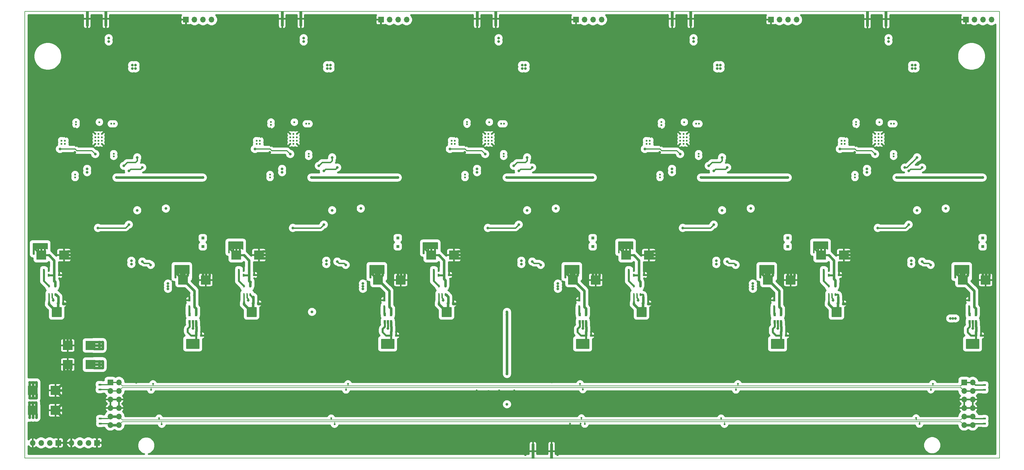
<source format=gbr>
%TF.GenerationSoftware,KiCad,Pcbnew,(5.1.5)-3*%
%TF.CreationDate,2020-04-08T11:38:32+01:00*%
%TF.ProjectId,PLL_v1,504c4c5f-7631-42e6-9b69-6361645f7063,rev?*%
%TF.SameCoordinates,Original*%
%TF.FileFunction,Copper,L4,Bot*%
%TF.FilePolarity,Positive*%
%FSLAX46Y46*%
G04 Gerber Fmt 4.6, Leading zero omitted, Abs format (unit mm)*
G04 Created by KiCad (PCBNEW (5.1.5)-3) date 2020-04-08 11:38:32*
%MOMM*%
%LPD*%
G04 APERTURE LIST*
%ADD10C,0.150000*%
%ADD11C,0.600000*%
%ADD12R,0.460000X0.949999*%
%ADD13R,2.950000X2.700000*%
%ADD14R,0.800000X0.750000*%
%ADD15R,1.700000X1.700000*%
%ADD16O,1.700000X1.700000*%
%ADD17R,0.850000X0.850000*%
%ADD18R,0.900000X0.500000*%
%ADD19R,0.500000X0.900000*%
%ADD20R,0.650000X1.060000*%
%ADD21R,0.900000X4.500000*%
%ADD22C,0.500000*%
%ADD23C,0.800000*%
%ADD24C,0.600000*%
%ADD25C,0.800000*%
%ADD26C,0.400000*%
%ADD27C,0.300000*%
%ADD28C,0.200000*%
%ADD29C,0.250000*%
%ADD30C,0.130000*%
%ADD31C,0.254000*%
%ADD32C,0.500000*%
G04 APERTURE END LIST*
D10*
X345000000Y-169500000D02*
X345000000Y-36500000D01*
X55000000Y-169500000D02*
X345000000Y-169500000D01*
X55000000Y-36500000D02*
X55000000Y-169500000D01*
X345000000Y-36500000D02*
X55000000Y-36500000D01*
D11*
X310000000Y-73000000D03*
X309000000Y-73000000D03*
X308000000Y-73000000D03*
X308000000Y-74000000D03*
X309000000Y-74000000D03*
X310000000Y-74000000D03*
X310000000Y-75000000D03*
X309000000Y-75000000D03*
X308000000Y-75000000D03*
X308000000Y-76000000D03*
X309000000Y-76000000D03*
X310000000Y-76000000D03*
D12*
X296133797Y-118331245D03*
X294233795Y-118331245D03*
X294233795Y-120881243D03*
X295183796Y-120881243D03*
X296133797Y-120881243D03*
D13*
X74575000Y-136000000D03*
X67825000Y-136000000D03*
X57425000Y-155300000D03*
X64175000Y-155300000D03*
X74575000Y-141700000D03*
X67825000Y-141700000D03*
X57425000Y-149400000D03*
X64175000Y-149400000D03*
D14*
X298500000Y-123500000D03*
X297000000Y-123500000D03*
X339500000Y-133000000D03*
X338000000Y-133000000D03*
X336000000Y-122500000D03*
X337500000Y-122500000D03*
X297250000Y-115000000D03*
X295750000Y-115000000D03*
D13*
X291933796Y-109106244D03*
X298683796Y-109106244D03*
X334125000Y-116500000D03*
X340875000Y-116500000D03*
D15*
X335000000Y-39000000D03*
D16*
X337540000Y-39000000D03*
X340080000Y-39000000D03*
X342620000Y-39000000D03*
D17*
X340000000Y-104000000D03*
X340000000Y-106500000D03*
D18*
X340500000Y-149250000D03*
X340500000Y-147750000D03*
X340500000Y-157750000D03*
X340500000Y-159250000D03*
X77400000Y-149150000D03*
X77400000Y-147650000D03*
X77500000Y-157750000D03*
X77500000Y-159250000D03*
D19*
X336000000Y-124500000D03*
X337500000Y-124500000D03*
D20*
X338000000Y-129000000D03*
X337050000Y-129000000D03*
X336100000Y-129000000D03*
X336100000Y-126800000D03*
X338000000Y-126800000D03*
D15*
X334500000Y-147000000D03*
D16*
X337040000Y-147000000D03*
X334500000Y-149540000D03*
X337040000Y-149540000D03*
X334500000Y-152080000D03*
X337040000Y-152080000D03*
X334500000Y-154620000D03*
X337040000Y-154620000D03*
X334500000Y-157160000D03*
X337040000Y-157160000D03*
X334500000Y-159700000D03*
X337040000Y-159700000D03*
D15*
X80500000Y-147000000D03*
D16*
X83040000Y-147000000D03*
X80500000Y-149540000D03*
X83040000Y-149540000D03*
X80500000Y-152080000D03*
X83040000Y-152080000D03*
X80500000Y-154620000D03*
X83040000Y-154620000D03*
X80500000Y-157160000D03*
X83040000Y-157160000D03*
X80500000Y-159700000D03*
X83040000Y-159700000D03*
D19*
X294183796Y-115106244D03*
X292683796Y-115106244D03*
X292683796Y-113606244D03*
X294183796Y-113606244D03*
D21*
X211770000Y-167500000D03*
X206230000Y-167500000D03*
X305730000Y-38800000D03*
X311270000Y-38800000D03*
D15*
X76500000Y-165000000D03*
D16*
X73960000Y-165000000D03*
X71420000Y-165000000D03*
X68880000Y-165000000D03*
D15*
X65000000Y-165000000D03*
D16*
X62460000Y-165000000D03*
X59920000Y-165000000D03*
X57380000Y-165000000D03*
D14*
X240500000Y-123500000D03*
X239000000Y-123500000D03*
X281500000Y-133000000D03*
X280000000Y-133000000D03*
X278000000Y-122500000D03*
X279500000Y-122500000D03*
X239250000Y-115000000D03*
X237750000Y-115000000D03*
D13*
X233933796Y-109106244D03*
X240683796Y-109106244D03*
X276125000Y-116500000D03*
X282875000Y-116500000D03*
D15*
X277000000Y-39000000D03*
D16*
X279540000Y-39000000D03*
X282080000Y-39000000D03*
X284620000Y-39000000D03*
D17*
X282000000Y-104000000D03*
X282000000Y-106500000D03*
D21*
X247630000Y-38700000D03*
X253170000Y-38700000D03*
D19*
X278000000Y-124500000D03*
X279500000Y-124500000D03*
X236183796Y-115106244D03*
X234683796Y-115106244D03*
X234683796Y-113606244D03*
X236183796Y-113606244D03*
D12*
X238133797Y-118331245D03*
X236233795Y-118331245D03*
X236233795Y-120881243D03*
X237183796Y-120881243D03*
X238133797Y-120881243D03*
D20*
X280000000Y-129000000D03*
X279050000Y-129000000D03*
X278100000Y-129000000D03*
X278100000Y-126800000D03*
X280000000Y-126800000D03*
D11*
X252000000Y-73000000D03*
X251000000Y-73000000D03*
X250000000Y-73000000D03*
X250000000Y-74000000D03*
X251000000Y-74000000D03*
X252000000Y-74000000D03*
X252000000Y-75000000D03*
X251000000Y-75000000D03*
X250000000Y-75000000D03*
X250000000Y-76000000D03*
X251000000Y-76000000D03*
X252000000Y-76000000D03*
D14*
X182500000Y-123500000D03*
X181000000Y-123500000D03*
X223500000Y-133000000D03*
X222000000Y-133000000D03*
X220000000Y-122500000D03*
X221500000Y-122500000D03*
X181250000Y-115000000D03*
X179750000Y-115000000D03*
D13*
X175933796Y-109106244D03*
X182683796Y-109106244D03*
X218125000Y-116500000D03*
X224875000Y-116500000D03*
D14*
X124500000Y-123500000D03*
X123000000Y-123500000D03*
X165500000Y-133000000D03*
X164000000Y-133000000D03*
X162000000Y-122500000D03*
X163500000Y-122500000D03*
X123250000Y-115000000D03*
X121750000Y-115000000D03*
D13*
X117933796Y-109106244D03*
X124683796Y-109106244D03*
X160125000Y-116500000D03*
X166875000Y-116500000D03*
D14*
X66500000Y-123500000D03*
X65000000Y-123500000D03*
X107500000Y-133000000D03*
X106000000Y-133000000D03*
X104000000Y-122500000D03*
X105500000Y-122500000D03*
X65250000Y-115000000D03*
X63750000Y-115000000D03*
D13*
X59933796Y-109106244D03*
X66683796Y-109106244D03*
X102125000Y-116500000D03*
X108875000Y-116500000D03*
D21*
X189630000Y-38700000D03*
X195170000Y-38700000D03*
D15*
X219000000Y-39000000D03*
D16*
X221540000Y-39000000D03*
X224080000Y-39000000D03*
X226620000Y-39000000D03*
D17*
X224000000Y-104000000D03*
X224000000Y-106500000D03*
D21*
X131630000Y-38700000D03*
X137170000Y-38700000D03*
D15*
X161000000Y-39000000D03*
D16*
X163540000Y-39000000D03*
X166080000Y-39000000D03*
X168620000Y-39000000D03*
D17*
X166000000Y-104000000D03*
X166000000Y-106500000D03*
D21*
X73630000Y-38700000D03*
X79170000Y-38700000D03*
D15*
X103000000Y-39000000D03*
D16*
X105540000Y-39000000D03*
X108080000Y-39000000D03*
X110620000Y-39000000D03*
D17*
X108000000Y-104000000D03*
X108000000Y-106500000D03*
D19*
X220000000Y-124500000D03*
X221500000Y-124500000D03*
X178183796Y-115106244D03*
X176683796Y-115106244D03*
X176683796Y-113606244D03*
X178183796Y-113606244D03*
X162000000Y-124500000D03*
X163500000Y-124500000D03*
X120183796Y-115106244D03*
X118683796Y-115106244D03*
X118683796Y-113606244D03*
X120183796Y-113606244D03*
X104000000Y-124500000D03*
X105500000Y-124500000D03*
X62183796Y-115106244D03*
X60683796Y-115106244D03*
X60683796Y-113606244D03*
X62183796Y-113606244D03*
D12*
X180133797Y-118331245D03*
X178233795Y-118331245D03*
X178233795Y-120881243D03*
X179183796Y-120881243D03*
X180133797Y-120881243D03*
D20*
X222000000Y-129000000D03*
X221050000Y-129000000D03*
X220100000Y-129000000D03*
X220100000Y-126800000D03*
X222000000Y-126800000D03*
D11*
X194000000Y-73000000D03*
X193000000Y-73000000D03*
X192000000Y-73000000D03*
X192000000Y-74000000D03*
X193000000Y-74000000D03*
X194000000Y-74000000D03*
X194000000Y-75000000D03*
X193000000Y-75000000D03*
X192000000Y-75000000D03*
X192000000Y-76000000D03*
X193000000Y-76000000D03*
X194000000Y-76000000D03*
D12*
X122133797Y-118331245D03*
X120233795Y-118331245D03*
X120233795Y-120881243D03*
X121183796Y-120881243D03*
X122133797Y-120881243D03*
D20*
X164000000Y-129000000D03*
X163050000Y-129000000D03*
X162100000Y-129000000D03*
X162100000Y-126800000D03*
X164000000Y-126800000D03*
D11*
X136000000Y-73000000D03*
X135000000Y-73000000D03*
X134000000Y-73000000D03*
X134000000Y-74000000D03*
X135000000Y-74000000D03*
X136000000Y-74000000D03*
X136000000Y-75000000D03*
X135000000Y-75000000D03*
X134000000Y-75000000D03*
X134000000Y-76000000D03*
X135000000Y-76000000D03*
X136000000Y-76000000D03*
D12*
X64133797Y-118331245D03*
X62233795Y-118331245D03*
X62233795Y-120881243D03*
X63183796Y-120881243D03*
X64133797Y-120881243D03*
D20*
X106000000Y-129000000D03*
X105050000Y-129000000D03*
X104100000Y-129000000D03*
X104100000Y-126800000D03*
X106000000Y-126800000D03*
D11*
X78000000Y-73000000D03*
X77000000Y-73000000D03*
X76000000Y-73000000D03*
X76000000Y-74000000D03*
X77000000Y-74000000D03*
X78000000Y-74000000D03*
X78000000Y-75000000D03*
X77000000Y-75000000D03*
X76000000Y-75000000D03*
X76000000Y-76000000D03*
X77000000Y-76000000D03*
X78000000Y-76000000D03*
X309600000Y-52600000D03*
X308400000Y-52000000D03*
X309000000Y-52000000D03*
X309600000Y-52000000D03*
X309600000Y-51400000D03*
X309000000Y-51400000D03*
D22*
X308400000Y-51400000D03*
D23*
X66800000Y-147900000D03*
X66800000Y-149400000D03*
X66800000Y-150900000D03*
X68300000Y-150900000D03*
X68300000Y-149400000D03*
X68300000Y-147900000D03*
X66800000Y-153800000D03*
X66800000Y-155300000D03*
X66800000Y-156800000D03*
X68300000Y-156800000D03*
X68300000Y-155300000D03*
X68300000Y-153800000D03*
X213500000Y-165000000D03*
X213500000Y-167000000D03*
X213500000Y-168500000D03*
X204000000Y-165000000D03*
X204000000Y-167000000D03*
X204000000Y-168500000D03*
X340000000Y-114000000D03*
X340000000Y-113000000D03*
X341000000Y-113000000D03*
X342000000Y-113000000D03*
X342000000Y-114000000D03*
X341000000Y-114000000D03*
X66700000Y-133500000D03*
X67700000Y-133500000D03*
X68700000Y-133500000D03*
X68700000Y-132500000D03*
X67700000Y-132500000D03*
X66700000Y-132500000D03*
X66700000Y-143700000D03*
X67700000Y-143700000D03*
X68700000Y-143700000D03*
X68700000Y-144700000D03*
X67700000Y-144700000D03*
X66700000Y-144700000D03*
X306800000Y-86450000D03*
X302500000Y-82000000D03*
X302000000Y-80000000D03*
X301944669Y-78505331D03*
X299250000Y-73750000D03*
X302000000Y-73500000D03*
X302000000Y-71500000D03*
X304000000Y-66700000D03*
X309500000Y-64500000D03*
X317000000Y-65500000D03*
X324000000Y-66000000D03*
X324000000Y-64000000D03*
X324034394Y-71034394D03*
X324034394Y-69034394D03*
X324000000Y-61000000D03*
X324000000Y-59000000D03*
X325500000Y-38500000D03*
X322000000Y-92500000D03*
X324000000Y-92500000D03*
X327500000Y-92500000D03*
X331500000Y-93500000D03*
X329500000Y-98000000D03*
X319000000Y-107000000D03*
X315500000Y-109500000D03*
X328000000Y-129700000D03*
X328500000Y-131200000D03*
X318738799Y-130700000D03*
X337050000Y-130950000D03*
X341000000Y-133000000D03*
X299740040Y-123500000D03*
X295500000Y-122500000D03*
X299000000Y-115000000D03*
X294000000Y-112500000D03*
X301000000Y-108000000D03*
X302000000Y-108000000D03*
X302000000Y-109000000D03*
X301000000Y-109000000D03*
X301000000Y-110000000D03*
X302000000Y-110000000D03*
X330274857Y-140222972D03*
X335500000Y-121025000D03*
X312500000Y-50000000D03*
X311200000Y-48900000D03*
X316500000Y-49500000D03*
X314500000Y-49500000D03*
D11*
X311000000Y-70500000D03*
D23*
X316000000Y-71500000D03*
X315000000Y-79000000D03*
X312000000Y-82000000D03*
X308300000Y-86500000D03*
X308200000Y-92700000D03*
X303400000Y-79400000D03*
X303400000Y-80900000D03*
X302275000Y-76500000D03*
X315000000Y-47000000D03*
X299000000Y-44000000D03*
X301000000Y-44000000D03*
X303000000Y-44000000D03*
X303000000Y-59000000D03*
X301000000Y-59000000D03*
X299000000Y-59000000D03*
X304000000Y-52000000D03*
X311600000Y-97600000D03*
X311600000Y-95000000D03*
D22*
X305684315Y-75750000D03*
X305600000Y-73749999D03*
D11*
X309000000Y-52600000D03*
X308400000Y-52600000D03*
X329000000Y-113500000D03*
D22*
X306780000Y-48090000D03*
X305600000Y-48100000D03*
X303930000Y-48100000D03*
X304200000Y-47190000D03*
X304360000Y-46070000D03*
X304460000Y-45160000D03*
X312950000Y-37770000D03*
X313000000Y-38860000D03*
X313070000Y-40020000D03*
X313060000Y-41240000D03*
X311460000Y-41770000D03*
X312360000Y-41770000D03*
X305590000Y-41730000D03*
X304660000Y-41570000D03*
X304310000Y-37540000D03*
X304240000Y-38410000D03*
X304260000Y-39670000D03*
X304210000Y-40660000D03*
X307550000Y-57160000D03*
X307550000Y-57730000D03*
X307550000Y-58280000D03*
X309430000Y-57850000D03*
X309460000Y-58430000D03*
X309470000Y-59010000D03*
X309470000Y-59590000D03*
X309490000Y-60140000D03*
X309490000Y-60700000D03*
X309170000Y-61230000D03*
X309170000Y-61230000D03*
X309170000Y-61230000D03*
X308620000Y-61750000D03*
X308620000Y-61750000D03*
X308620000Y-61750000D03*
X308110000Y-62250000D03*
X308000000Y-62910000D03*
X308010000Y-63580000D03*
X308010000Y-64200000D03*
X307550000Y-58880000D03*
X307570000Y-59470000D03*
X307570000Y-60030000D03*
X307040000Y-60590000D03*
X306520000Y-61120000D03*
X306050000Y-61660000D03*
X306000000Y-62320000D03*
X306000000Y-62930000D03*
X305980000Y-63510000D03*
X305970000Y-64180000D03*
X308220000Y-65020000D03*
X308250000Y-65660000D03*
X308240000Y-66300000D03*
X308270000Y-67120000D03*
X305840000Y-64840000D03*
X305810000Y-65450000D03*
X305830000Y-66180000D03*
X305840000Y-66830000D03*
X305900000Y-67510000D03*
X305900000Y-67510000D03*
X305900000Y-67510000D03*
X306320000Y-68030000D03*
X306320000Y-68030000D03*
X306320000Y-68030000D03*
X306770000Y-68580000D03*
X307090000Y-69210000D03*
X306470000Y-69490000D03*
X305930000Y-69090000D03*
X305470000Y-68380000D03*
X309300000Y-46900000D03*
X309600000Y-46400000D03*
X309700000Y-45900000D03*
X309700000Y-45300000D03*
X309700000Y-44700000D03*
X309700000Y-44100000D03*
X309600000Y-43500000D03*
X309500000Y-42900000D03*
X309500000Y-42300000D03*
X309500000Y-41700000D03*
X309600000Y-41100000D03*
X307600000Y-48600000D03*
X307600000Y-48000000D03*
X307600000Y-47400000D03*
X307600000Y-46800000D03*
X307350000Y-46200000D03*
X307350000Y-45600000D03*
X307350000Y-45000000D03*
X307350000Y-44400000D03*
X307350000Y-43800000D03*
X307550000Y-43200000D03*
X307550000Y-42600000D03*
X307550000Y-42000000D03*
X307550000Y-41400000D03*
X307400000Y-40900000D03*
D11*
X251600000Y-52600000D03*
X250400000Y-52000000D03*
X251000000Y-52000000D03*
X251600000Y-52000000D03*
X251600000Y-51400000D03*
X251000000Y-51400000D03*
D22*
X250400000Y-51400000D03*
D23*
X282000000Y-114000000D03*
X282000000Y-113000000D03*
X283000000Y-113000000D03*
X284000000Y-113000000D03*
X284000000Y-114000000D03*
X283000000Y-114000000D03*
X248800000Y-86450000D03*
X244500000Y-82000000D03*
X244000000Y-80000000D03*
X243944669Y-78505331D03*
X241250000Y-73750000D03*
X244000000Y-73500000D03*
X244000000Y-71500000D03*
X246000000Y-66700000D03*
X251500000Y-64500000D03*
X259000000Y-65500000D03*
X266000000Y-66000000D03*
X266000000Y-64000000D03*
X266034394Y-71034394D03*
X266034394Y-69034394D03*
X266000000Y-61000000D03*
X266000000Y-59000000D03*
X267500000Y-38500000D03*
X264000000Y-92500000D03*
X266000000Y-92500000D03*
X269500000Y-92500000D03*
X273500000Y-93500000D03*
X271500000Y-98000000D03*
X261000000Y-107000000D03*
X257500000Y-109500000D03*
X270000000Y-129700000D03*
X270500000Y-131200000D03*
X260738799Y-130700000D03*
X279050000Y-130950000D03*
X283000000Y-133000000D03*
X241740040Y-123500000D03*
X237500000Y-122500000D03*
X241000000Y-115000000D03*
X236000000Y-112500000D03*
X243000000Y-108000000D03*
X244000000Y-108000000D03*
X244000000Y-109000000D03*
X243000000Y-109000000D03*
X243000000Y-110000000D03*
X244000000Y-110000000D03*
X277500000Y-121025000D03*
X254500000Y-50000000D03*
X253200000Y-48900000D03*
X258500000Y-49500000D03*
X256500000Y-49500000D03*
D11*
X253000000Y-70500000D03*
D23*
X258000000Y-71500000D03*
X257000000Y-79000000D03*
X254000000Y-82000000D03*
X250300000Y-86500000D03*
X250200000Y-92700000D03*
X245400000Y-79400000D03*
X245400000Y-80900000D03*
X244275000Y-76500000D03*
X257000000Y-47000000D03*
X241000000Y-44000000D03*
X243000000Y-44000000D03*
X245000000Y-44000000D03*
X245000000Y-59000000D03*
X243000000Y-59000000D03*
X241000000Y-59000000D03*
X246000000Y-52000000D03*
X253600000Y-97600000D03*
X253600000Y-95000000D03*
D22*
X247684315Y-75750000D03*
X247600000Y-73749999D03*
D11*
X251000000Y-52600000D03*
X250400000Y-52600000D03*
X271000000Y-113500000D03*
D22*
X248780000Y-48090000D03*
X247600000Y-48100000D03*
X245930000Y-48100000D03*
X246200000Y-47190000D03*
X246360000Y-46070000D03*
X246460000Y-45160000D03*
X254950000Y-37770000D03*
X255000000Y-38860000D03*
X255070000Y-40020000D03*
X255060000Y-41240000D03*
X253460000Y-41770000D03*
X254360000Y-41770000D03*
X247590000Y-41730000D03*
X246660000Y-41570000D03*
X246310000Y-37540000D03*
X246240000Y-38410000D03*
X246260000Y-39670000D03*
X246210000Y-40660000D03*
X249550000Y-57160000D03*
X249550000Y-57730000D03*
X249550000Y-58280000D03*
X251430000Y-57850000D03*
X251460000Y-58430000D03*
X251470000Y-59010000D03*
X251470000Y-59590000D03*
X251490000Y-60140000D03*
X251490000Y-60700000D03*
X251170000Y-61230000D03*
X251170000Y-61230000D03*
X251170000Y-61230000D03*
X250620000Y-61750000D03*
X250620000Y-61750000D03*
X250620000Y-61750000D03*
X250110000Y-62250000D03*
X250000000Y-62910000D03*
X250010000Y-63580000D03*
X250010000Y-64200000D03*
X249550000Y-58880000D03*
X249570000Y-59470000D03*
X249570000Y-60030000D03*
X249040000Y-60590000D03*
X248520000Y-61120000D03*
X248050000Y-61660000D03*
X248000000Y-62320000D03*
X248000000Y-62930000D03*
X247980000Y-63510000D03*
X247970000Y-64180000D03*
X250220000Y-65020000D03*
X250250000Y-65660000D03*
X250240000Y-66300000D03*
X250270000Y-67120000D03*
X247840000Y-64840000D03*
X247810000Y-65450000D03*
X247830000Y-66180000D03*
X247840000Y-66830000D03*
X247900000Y-67510000D03*
X247900000Y-67510000D03*
X247900000Y-67510000D03*
X248320000Y-68030000D03*
X248320000Y-68030000D03*
X248320000Y-68030000D03*
X248770000Y-68580000D03*
X249090000Y-69210000D03*
X248470000Y-69490000D03*
X247930000Y-69090000D03*
X247470000Y-68380000D03*
X251300000Y-46900000D03*
X251600000Y-46400000D03*
X251700000Y-45900000D03*
X251700000Y-45300000D03*
X251700000Y-44700000D03*
X251700000Y-44100000D03*
X251600000Y-43500000D03*
X251500000Y-42900000D03*
X251500000Y-42300000D03*
X251500000Y-41700000D03*
X251600000Y-41100000D03*
X249550000Y-48600000D03*
X249550000Y-48000000D03*
X249550000Y-47400000D03*
X249550000Y-46800000D03*
X249350000Y-46200000D03*
X249350000Y-45600000D03*
X249350000Y-45000000D03*
X249350000Y-44400000D03*
X249350000Y-43800000D03*
X249550000Y-43200000D03*
X249550000Y-42600000D03*
X249550000Y-42000000D03*
X249550000Y-41400000D03*
X249350000Y-40900000D03*
D11*
X193600000Y-52600000D03*
X192400000Y-52000000D03*
X193000000Y-52000000D03*
X193600000Y-52000000D03*
X193600000Y-51400000D03*
X193000000Y-51400000D03*
D22*
X192400000Y-51400000D03*
D23*
X224000000Y-114000000D03*
X224000000Y-113000000D03*
X225000000Y-113000000D03*
X226000000Y-113000000D03*
X226000000Y-114000000D03*
X225000000Y-114000000D03*
X190800000Y-86450000D03*
X186500000Y-82000000D03*
X186000000Y-80000000D03*
X185944669Y-78505331D03*
X183250000Y-73750000D03*
X186000000Y-73500000D03*
X186000000Y-71500000D03*
X188000000Y-66700000D03*
X193500000Y-64500000D03*
X201000000Y-65500000D03*
X208000000Y-66000000D03*
X208000000Y-64000000D03*
X208034394Y-71034394D03*
X208034394Y-69034394D03*
X208000000Y-61000000D03*
X208000000Y-59000000D03*
X209500000Y-38500000D03*
X206000000Y-92500000D03*
X208000000Y-92500000D03*
X211500000Y-92500000D03*
X215500000Y-93500000D03*
X213500000Y-98000000D03*
X203000000Y-107000000D03*
X199500000Y-109500000D03*
X212000000Y-129700000D03*
X212500000Y-131200000D03*
X202738799Y-130700000D03*
X221050000Y-130950000D03*
X225000000Y-133000000D03*
X183740040Y-123500000D03*
X179500000Y-122500000D03*
X183000000Y-115000000D03*
X178000000Y-112500000D03*
X185000000Y-108000000D03*
X186000000Y-108000000D03*
X186000000Y-109000000D03*
X185000000Y-109000000D03*
X185000000Y-110000000D03*
X186000000Y-110000000D03*
X219500000Y-121025000D03*
X196500000Y-50000000D03*
X195200000Y-48900000D03*
X200500000Y-49500000D03*
X198500000Y-49500000D03*
D11*
X195000000Y-70500000D03*
D23*
X200000000Y-71500000D03*
X199000000Y-79000000D03*
X196000000Y-82000000D03*
X192300000Y-86500000D03*
X192200000Y-92700000D03*
X187400000Y-79400000D03*
X187400000Y-80900000D03*
X186275000Y-76500000D03*
X199000000Y-47000000D03*
X183000000Y-44000000D03*
X185000000Y-44000000D03*
X187000000Y-44000000D03*
X187000000Y-59000000D03*
X185000000Y-59000000D03*
X183000000Y-59000000D03*
X188000000Y-52000000D03*
X195600000Y-97600000D03*
X195600000Y-95000000D03*
D22*
X189684315Y-75750000D03*
X189600000Y-73749999D03*
D11*
X193000000Y-52600000D03*
X192400000Y-52600000D03*
X213000000Y-113500000D03*
D22*
X190780000Y-48090000D03*
X189600000Y-48100000D03*
X187930000Y-48100000D03*
X188200000Y-47190000D03*
X188360000Y-46070000D03*
X188460000Y-45160000D03*
X196950000Y-37770000D03*
X197000000Y-38860000D03*
X197070000Y-40020000D03*
X197060000Y-41240000D03*
X195460000Y-41770000D03*
X196360000Y-41770000D03*
X189590000Y-41730000D03*
X188660000Y-41570000D03*
X188310000Y-37540000D03*
X188240000Y-38410000D03*
X188260000Y-39670000D03*
X188210000Y-40660000D03*
X191550000Y-57160000D03*
X191550000Y-57730000D03*
X191550000Y-58280000D03*
X193430000Y-57850000D03*
X193460000Y-58430000D03*
X193470000Y-59010000D03*
X193470000Y-59590000D03*
X193490000Y-60140000D03*
X193490000Y-60700000D03*
X193170000Y-61230000D03*
X193170000Y-61230000D03*
X193170000Y-61230000D03*
X192620000Y-61750000D03*
X192620000Y-61750000D03*
X192620000Y-61750000D03*
X192110000Y-62250000D03*
X192000000Y-62910000D03*
X192010000Y-63580000D03*
X192010000Y-64200000D03*
X191550000Y-58880000D03*
X191570000Y-59470000D03*
X191570000Y-60030000D03*
X191040000Y-60590000D03*
X190520000Y-61120000D03*
X190050000Y-61660000D03*
X190000000Y-62320000D03*
X190000000Y-62930000D03*
X189980000Y-63510000D03*
X189970000Y-64180000D03*
X192220000Y-65020000D03*
X192250000Y-65660000D03*
X192240000Y-66300000D03*
X192270000Y-67120000D03*
X189840000Y-64840000D03*
X189810000Y-65450000D03*
X189830000Y-66180000D03*
X189840000Y-66830000D03*
X189900000Y-67510000D03*
X189900000Y-67510000D03*
X189900000Y-67510000D03*
X190320000Y-68030000D03*
X190320000Y-68030000D03*
X190320000Y-68030000D03*
X190770000Y-68580000D03*
X191090000Y-69210000D03*
X190470000Y-69490000D03*
X189930000Y-69090000D03*
X189470000Y-68380000D03*
X193300000Y-46900000D03*
X193600000Y-46400000D03*
X193700000Y-45900000D03*
X193700000Y-45300000D03*
X193700000Y-44700000D03*
X193700000Y-44100000D03*
X193600000Y-43500000D03*
X193500000Y-42900000D03*
X193500000Y-42300000D03*
X193500000Y-41700000D03*
X193600000Y-41100000D03*
X191550000Y-48600000D03*
X191550000Y-48000000D03*
X191550000Y-47400000D03*
X191550000Y-46800000D03*
X191350000Y-46200000D03*
X191350000Y-45600000D03*
X191350000Y-45000000D03*
X191350000Y-44400000D03*
X191350000Y-43800000D03*
X191550000Y-43200000D03*
X191550000Y-42600000D03*
X191550000Y-42000000D03*
X191550000Y-41400000D03*
X191350000Y-40900000D03*
D11*
X135600000Y-52600000D03*
X134400000Y-52000000D03*
X135000000Y-52000000D03*
X135600000Y-52000000D03*
X135600000Y-51400000D03*
X135000000Y-51400000D03*
D22*
X134400000Y-51400000D03*
D23*
X166000000Y-114000000D03*
X166000000Y-113000000D03*
X167000000Y-113000000D03*
X168000000Y-113000000D03*
X168000000Y-114000000D03*
X167000000Y-114000000D03*
X132800000Y-86450000D03*
X128500000Y-82000000D03*
X128000000Y-80000000D03*
X127944669Y-78505331D03*
X125250000Y-73750000D03*
X128000000Y-73500000D03*
X128000000Y-71500000D03*
X130000000Y-66700000D03*
X135500000Y-64500000D03*
X143000000Y-65500000D03*
X150000000Y-66000000D03*
X150000000Y-64000000D03*
X150034394Y-71034394D03*
X150034394Y-69034394D03*
X150000000Y-61000000D03*
X150000000Y-59000000D03*
X151500000Y-38500000D03*
X148000000Y-92500000D03*
X150000000Y-92500000D03*
X153500000Y-92500000D03*
X157500000Y-93500000D03*
X155500000Y-98000000D03*
X145000000Y-107000000D03*
X141500000Y-109500000D03*
X154000000Y-129700000D03*
X154500000Y-131200000D03*
X144738799Y-130700000D03*
X163050000Y-130950000D03*
X167000000Y-133000000D03*
X125740040Y-123500000D03*
X121500000Y-122500000D03*
X125000000Y-115000000D03*
X120000000Y-112500000D03*
X127000000Y-108000000D03*
X128000000Y-108000000D03*
X128000000Y-109000000D03*
X127000000Y-109000000D03*
X127000000Y-110000000D03*
X128000000Y-110000000D03*
X161500000Y-121025000D03*
X138500000Y-50000000D03*
X137200000Y-48900000D03*
X142500000Y-49500000D03*
X140500000Y-49500000D03*
D11*
X137000000Y-70500000D03*
D23*
X142000000Y-71500000D03*
X141000000Y-79000000D03*
X138000000Y-82000000D03*
X134300000Y-86500000D03*
X134200000Y-92700000D03*
X129400000Y-79400000D03*
X129400000Y-80900000D03*
X128275000Y-76500000D03*
X141000000Y-47000000D03*
X125000000Y-44000000D03*
X127000000Y-44000000D03*
X129000000Y-44000000D03*
X129000000Y-59000000D03*
X127000000Y-59000000D03*
X125000000Y-59000000D03*
X130000000Y-52000000D03*
X137600000Y-97600000D03*
X137600000Y-95000000D03*
D22*
X131684315Y-75750000D03*
X131600000Y-73749999D03*
D11*
X135000000Y-52600000D03*
X134400000Y-52600000D03*
X155000000Y-113500000D03*
D22*
X132780000Y-48090000D03*
X131600000Y-48100000D03*
X129930000Y-48100000D03*
X130200000Y-47190000D03*
X130360000Y-46070000D03*
X130460000Y-45160000D03*
X138950000Y-37770000D03*
X139000000Y-38860000D03*
X139070000Y-40020000D03*
X139060000Y-41240000D03*
X137460000Y-41770000D03*
X138360000Y-41770000D03*
X131590000Y-41730000D03*
X130660000Y-41570000D03*
X130310000Y-37540000D03*
X130240000Y-38410000D03*
X130260000Y-39670000D03*
X130210000Y-40660000D03*
X133550000Y-57160000D03*
X133550000Y-57730000D03*
X133550000Y-58280000D03*
X135430000Y-57850000D03*
X135460000Y-58430000D03*
X135470000Y-59010000D03*
X135470000Y-59590000D03*
X135490000Y-60140000D03*
X135490000Y-60700000D03*
X135170000Y-61230000D03*
X135170000Y-61230000D03*
X135170000Y-61230000D03*
X134620000Y-61750000D03*
X134620000Y-61750000D03*
X134620000Y-61750000D03*
X134110000Y-62250000D03*
X134000000Y-62910000D03*
X134010000Y-63580000D03*
X134010000Y-64200000D03*
X133550000Y-58880000D03*
X133570000Y-59470000D03*
X133570000Y-60030000D03*
X133040000Y-60590000D03*
X132520000Y-61120000D03*
X132050000Y-61660000D03*
X132000000Y-62320000D03*
X132000000Y-62930000D03*
X131980000Y-63510000D03*
X131970000Y-64180000D03*
X134220000Y-65020000D03*
X134250000Y-65660000D03*
X134240000Y-66300000D03*
X134270000Y-67120000D03*
X131840000Y-64840000D03*
X131810000Y-65450000D03*
X131830000Y-66180000D03*
X131840000Y-66830000D03*
X131900000Y-67510000D03*
X131900000Y-67510000D03*
X131900000Y-67510000D03*
X132320000Y-68030000D03*
X132320000Y-68030000D03*
X132320000Y-68030000D03*
X132770000Y-68580000D03*
X133090000Y-69210000D03*
X132470000Y-69490000D03*
X131930000Y-69090000D03*
X131470000Y-68380000D03*
X135300000Y-46900000D03*
X135600000Y-46400000D03*
X135700000Y-45900000D03*
X135700000Y-45300000D03*
X135700000Y-44700000D03*
X135700000Y-44100000D03*
X135600000Y-43500000D03*
X135500000Y-42900000D03*
X135500000Y-42300000D03*
X135500000Y-41700000D03*
X135600000Y-41100000D03*
X133550000Y-48600000D03*
X133550000Y-48000000D03*
X133550000Y-47400000D03*
X133550000Y-46800000D03*
X133350000Y-46200000D03*
X133350000Y-45600000D03*
X133350000Y-45000000D03*
X133350000Y-44400000D03*
X133350000Y-43800000D03*
X133550000Y-43200000D03*
X133550000Y-42600000D03*
X133550000Y-42000000D03*
X133550000Y-41400000D03*
X133350000Y-40900000D03*
D11*
X77600000Y-52600000D03*
X76400000Y-52000000D03*
X77000000Y-52000000D03*
X77600000Y-52000000D03*
X77600000Y-51400000D03*
X77000000Y-51400000D03*
D22*
X76400000Y-51400000D03*
D23*
X108000000Y-114000000D03*
X108000000Y-113000000D03*
X109000000Y-113000000D03*
X110000000Y-113000000D03*
X110000000Y-114000000D03*
X109000000Y-114000000D03*
X74800000Y-86450000D03*
X70500000Y-82000000D03*
X70000000Y-80000000D03*
X69944669Y-78505331D03*
X67250000Y-73750000D03*
X70000000Y-73500000D03*
X70000000Y-71500000D03*
X72000000Y-66700000D03*
X77500000Y-64500000D03*
X85000000Y-65500000D03*
X92000000Y-66000000D03*
X92000000Y-64000000D03*
X92034394Y-71034394D03*
X92034394Y-69034394D03*
X92000000Y-61000000D03*
X92000000Y-59000000D03*
X93500000Y-38500000D03*
X90000000Y-92500000D03*
X92000000Y-92500000D03*
X95500000Y-92500000D03*
X99500000Y-93500000D03*
X97500000Y-98000000D03*
X87000000Y-107000000D03*
X83500000Y-109500000D03*
X96000000Y-129700000D03*
X96500000Y-131200000D03*
X86738799Y-130700000D03*
X105050000Y-130950000D03*
X109000000Y-133000000D03*
X67740040Y-123500000D03*
X63500000Y-122500000D03*
X67000000Y-115000000D03*
X62000000Y-112500000D03*
X69000000Y-108000000D03*
X70000000Y-108000000D03*
X70000000Y-109000000D03*
X69000000Y-109000000D03*
X69000000Y-110000000D03*
X70000000Y-110000000D03*
X103500000Y-121025000D03*
X80500000Y-50000000D03*
X79200000Y-48900000D03*
X84500000Y-49500000D03*
X82500000Y-49500000D03*
D11*
X79000000Y-70500000D03*
D23*
X84000000Y-71500000D03*
X83000000Y-79000000D03*
X80000000Y-82000000D03*
X76300000Y-86500000D03*
X76200000Y-92700000D03*
X71400000Y-79400000D03*
X71400000Y-80900000D03*
X70275000Y-76500000D03*
X83000000Y-47000000D03*
X67000000Y-39150000D03*
X69000000Y-44000000D03*
X71000000Y-44000000D03*
X71000000Y-59000000D03*
X69000000Y-59000000D03*
X67000000Y-59000000D03*
X72000000Y-52000000D03*
X79600000Y-97600000D03*
X79600000Y-95000000D03*
D22*
X73684315Y-75750000D03*
X73600000Y-73749999D03*
D11*
X77000000Y-52600000D03*
X76400000Y-52600000D03*
X97000000Y-113500000D03*
D22*
X74780000Y-48090000D03*
X73600000Y-48100000D03*
X71930000Y-48100000D03*
X72200000Y-47190000D03*
X72360000Y-46070000D03*
X72460000Y-45160000D03*
X80950000Y-37770000D03*
X81000000Y-38860000D03*
X81070000Y-40020000D03*
X81060000Y-41240000D03*
X79460000Y-41770000D03*
X80360000Y-41770000D03*
X73590000Y-41730000D03*
X72660000Y-41570000D03*
X72310000Y-37540000D03*
X72240000Y-38410000D03*
X72260000Y-39670000D03*
X72210000Y-40660000D03*
X75550000Y-57160000D03*
X75550000Y-57730000D03*
X75550000Y-58280000D03*
X77430000Y-57850000D03*
X77460000Y-58430000D03*
X77470000Y-59010000D03*
X77470000Y-59590000D03*
X77490000Y-60140000D03*
X77490000Y-60700000D03*
X77170000Y-61230000D03*
X77170000Y-61230000D03*
X77170000Y-61230000D03*
X76620000Y-61750000D03*
X76620000Y-61750000D03*
X76620000Y-61750000D03*
X76110000Y-62250000D03*
X76000000Y-62910000D03*
X76010000Y-63580000D03*
X76010000Y-64200000D03*
X75550000Y-58880000D03*
X75570000Y-59470000D03*
X75570000Y-60030000D03*
X75040000Y-60590000D03*
X74520000Y-61120000D03*
X74050000Y-61660000D03*
X74000000Y-62320000D03*
X74000000Y-62930000D03*
X73980000Y-63510000D03*
X73970000Y-64180000D03*
X76220000Y-65020000D03*
X76250000Y-65660000D03*
X76240000Y-66300000D03*
X76270000Y-67120000D03*
X73840000Y-64840000D03*
X73810000Y-65450000D03*
X73830000Y-66180000D03*
X73840000Y-66830000D03*
X73900000Y-67510000D03*
X73900000Y-67510000D03*
X73900000Y-67510000D03*
X74320000Y-68030000D03*
X74320000Y-68030000D03*
X74320000Y-68030000D03*
X74770000Y-68580000D03*
X75090000Y-69210000D03*
X74470000Y-69490000D03*
X73930000Y-69090000D03*
X73470000Y-68380000D03*
X77300000Y-46900000D03*
X77600000Y-46400000D03*
X77700000Y-45900000D03*
X77700000Y-45300000D03*
X77700000Y-44700000D03*
X77700000Y-44100000D03*
X77600000Y-43500000D03*
X77500000Y-42900000D03*
X77500000Y-42300000D03*
X77500000Y-41700000D03*
X77600000Y-41100000D03*
X75600000Y-48600000D03*
X75550000Y-48000000D03*
X75550000Y-47400000D03*
X75550000Y-46800000D03*
X75350000Y-46200000D03*
X75350000Y-45600000D03*
X75350000Y-45000000D03*
X75350000Y-44400000D03*
X75350000Y-43800000D03*
X75550000Y-43200000D03*
X75550000Y-42600000D03*
X75550000Y-42000000D03*
X75550000Y-41400000D03*
X75350000Y-40900000D03*
D11*
X57200000Y-38300000D03*
X57200000Y-42300000D03*
X57200000Y-46300000D03*
X57200000Y-50300000D03*
X57200000Y-54300000D03*
X57200000Y-58300000D03*
X57200000Y-62300000D03*
X57200000Y-66300000D03*
X57200000Y-70300000D03*
X57200000Y-112700000D03*
X57200000Y-116700000D03*
X58000000Y-73500000D03*
X59600000Y-39900000D03*
X59600000Y-43900000D03*
X59600000Y-55900000D03*
X59600000Y-59900000D03*
X59600000Y-63900000D03*
X59600000Y-67900000D03*
X60400000Y-71100000D03*
X62000000Y-38300000D03*
X62000000Y-42300000D03*
X62000000Y-57500000D03*
X62000000Y-61500000D03*
X62000000Y-65500000D03*
X62000000Y-73500000D03*
X62800000Y-68700000D03*
X63600000Y-44700000D03*
X63600000Y-55100000D03*
X64400000Y-39900000D03*
X64400000Y-59100000D03*
X64400000Y-63100000D03*
X64400000Y-71100000D03*
X65200000Y-66300000D03*
X66000000Y-43100000D03*
X66000000Y-47100000D03*
X66000000Y-52700000D03*
X66000000Y-112700000D03*
X66000000Y-116700000D03*
X66800000Y-60700000D03*
X66800000Y-68700000D03*
X67600000Y-63900000D03*
X68400000Y-41500000D03*
X68400000Y-87900000D03*
X68400000Y-91900000D03*
X68400000Y-95900000D03*
X68400000Y-99900000D03*
X69200000Y-38300000D03*
X69200000Y-66300000D03*
X69200000Y-111900000D03*
X69200000Y-115900000D03*
X70000000Y-61500000D03*
X70000000Y-102300000D03*
X70800000Y-89500000D03*
X70800000Y-93500000D03*
X70800000Y-97500000D03*
X71600000Y-63900000D03*
X71600000Y-113500000D03*
X71600000Y-117500000D03*
X72400000Y-87100000D03*
X73200000Y-43100000D03*
X73200000Y-57500000D03*
X74000000Y-46300000D03*
X74000000Y-107900000D03*
X74000000Y-111900000D03*
X74000000Y-115900000D03*
X74800000Y-100700000D03*
X78000000Y-91100000D03*
X78800000Y-59900000D03*
X79600000Y-54300000D03*
X79600000Y-63100000D03*
X79600000Y-86300000D03*
X79600000Y-103100000D03*
X79600000Y-107100000D03*
X79600000Y-111100000D03*
X79600000Y-115100000D03*
X82000000Y-43100000D03*
X82000000Y-59100000D03*
X82000000Y-67100000D03*
X82000000Y-113500000D03*
X82800000Y-38300000D03*
X82800000Y-62300000D03*
X83600000Y-54300000D03*
X83600000Y-115900000D03*
X84400000Y-40700000D03*
X85200000Y-47100000D03*
X85200000Y-67900000D03*
X86000000Y-43100000D03*
X86000000Y-114300000D03*
X86800000Y-38300000D03*
X88400000Y-40700000D03*
X88400000Y-115900000D03*
X90000000Y-43100000D03*
X90000000Y-113500000D03*
X90800000Y-38300000D03*
X92400000Y-40700000D03*
X96400000Y-115100000D03*
X98800000Y-38300000D03*
X100400000Y-40700000D03*
X105200000Y-43100000D03*
X105200000Y-47100000D03*
X105200000Y-51100000D03*
X105200000Y-55100000D03*
X105200000Y-59100000D03*
X105200000Y-110300000D03*
X106000000Y-113500000D03*
X106800000Y-61500000D03*
X107600000Y-48700000D03*
X107600000Y-52700000D03*
X107600000Y-56700000D03*
X108400000Y-111100000D03*
X109200000Y-46300000D03*
X109200000Y-59100000D03*
X109200000Y-63100000D03*
X110000000Y-50300000D03*
X110000000Y-54300000D03*
X110800000Y-65500000D03*
X111600000Y-110300000D03*
X112400000Y-41500000D03*
X112400000Y-113500000D03*
X112400000Y-117500000D03*
X113200000Y-38300000D03*
X113200000Y-44700000D03*
X113200000Y-48700000D03*
X113200000Y-52700000D03*
X113200000Y-56700000D03*
X113200000Y-60700000D03*
X113200000Y-67100000D03*
X113200000Y-71100000D03*
X114000000Y-63900000D03*
X114800000Y-73500000D03*
X114800000Y-115100000D03*
X115600000Y-39900000D03*
X115600000Y-46300000D03*
X115600000Y-50300000D03*
X115600000Y-54300000D03*
X115600000Y-58300000D03*
X115600000Y-68700000D03*
X116400000Y-43100000D03*
X116400000Y-61500000D03*
X116400000Y-65500000D03*
X116400000Y-112700000D03*
X116400000Y-117500000D03*
X117200000Y-71100000D03*
X118000000Y-38300000D03*
X118000000Y-47900000D03*
X118000000Y-51900000D03*
X118000000Y-55900000D03*
X118800000Y-41500000D03*
X118800000Y-59100000D03*
X118800000Y-63100000D03*
X118800000Y-67100000D03*
X118800000Y-73500000D03*
X119600000Y-44700000D03*
X120400000Y-49500000D03*
X120400000Y-53500000D03*
X120400000Y-69500000D03*
X121200000Y-39100000D03*
X121200000Y-56700000D03*
X121200000Y-60700000D03*
X121200000Y-64700000D03*
X122000000Y-42300000D03*
X122000000Y-46300000D03*
X122800000Y-51100000D03*
X122800000Y-67100000D03*
X122800000Y-71100000D03*
X123600000Y-54300000D03*
X123600000Y-62300000D03*
X123600000Y-112700000D03*
X124400000Y-38300000D03*
X124400000Y-117500000D03*
X125200000Y-41500000D03*
X125200000Y-64700000D03*
X125200000Y-68700000D03*
X126000000Y-60700000D03*
X126800000Y-87900000D03*
X126800000Y-91900000D03*
X126800000Y-95900000D03*
X126800000Y-99900000D03*
X126800000Y-113500000D03*
X127600000Y-39100000D03*
X127600000Y-63100000D03*
X127600000Y-67100000D03*
X127600000Y-116700000D03*
X128400000Y-42300000D03*
X128400000Y-102300000D03*
X129200000Y-89500000D03*
X129200000Y-93500000D03*
X129200000Y-97500000D03*
X129200000Y-111900000D03*
X130000000Y-60700000D03*
X130000000Y-64700000D03*
X130000000Y-107900000D03*
X130000000Y-115100000D03*
X130800000Y-57500000D03*
X130800000Y-86300000D03*
X131600000Y-43100000D03*
X132400000Y-91900000D03*
X132400000Y-100700000D03*
X135600000Y-91100000D03*
X137200000Y-54300000D03*
X137200000Y-59900000D03*
X137200000Y-63900000D03*
X137200000Y-86300000D03*
X137200000Y-103100000D03*
X138000000Y-113500000D03*
X139600000Y-61500000D03*
X139600000Y-115900000D03*
X140400000Y-38300000D03*
X140400000Y-42300000D03*
X140400000Y-67100000D03*
X141200000Y-54300000D03*
X141200000Y-59100000D03*
X141200000Y-63900000D03*
X142000000Y-113500000D03*
X142800000Y-39900000D03*
X142800000Y-47100000D03*
X143600000Y-43100000D03*
X143600000Y-61500000D03*
X143600000Y-67900000D03*
X143600000Y-115900000D03*
X145200000Y-38300000D03*
X146000000Y-41500000D03*
X146000000Y-113500000D03*
X147600000Y-115900000D03*
X148400000Y-39100000D03*
X148400000Y-43100000D03*
X150800000Y-40700000D03*
X151600000Y-114300000D03*
X154800000Y-115100000D03*
X156400000Y-40700000D03*
X158000000Y-38300000D03*
X163600000Y-43100000D03*
X163600000Y-47100000D03*
X163600000Y-51100000D03*
X163600000Y-55100000D03*
X163600000Y-59100000D03*
X163600000Y-110300000D03*
X163600000Y-114300000D03*
X165200000Y-61500000D03*
X166000000Y-48700000D03*
X166000000Y-52700000D03*
X166000000Y-56700000D03*
X166800000Y-63900000D03*
X166800000Y-111100000D03*
X167600000Y-45500000D03*
X167600000Y-59100000D03*
X168400000Y-50300000D03*
X168400000Y-54300000D03*
X170000000Y-41500000D03*
X170000000Y-109500000D03*
X170000000Y-113500000D03*
X170000000Y-117500000D03*
X171600000Y-38300000D03*
X171600000Y-43900000D03*
X171600000Y-47900000D03*
X171600000Y-51900000D03*
X171600000Y-55900000D03*
X171600000Y-59900000D03*
X171600000Y-63900000D03*
X171600000Y-67900000D03*
X171600000Y-71900000D03*
X172400000Y-115100000D03*
X173200000Y-40700000D03*
X174000000Y-45500000D03*
X174000000Y-49500000D03*
X174000000Y-53500000D03*
X174000000Y-57500000D03*
X174000000Y-61500000D03*
X174000000Y-65500000D03*
X174000000Y-69500000D03*
X174000000Y-73500000D03*
X174000000Y-112700000D03*
X174000000Y-117500000D03*
X175600000Y-38300000D03*
X175600000Y-42300000D03*
X176400000Y-47100000D03*
X176400000Y-51100000D03*
X176400000Y-55100000D03*
X176400000Y-59100000D03*
X176400000Y-63100000D03*
X176400000Y-67100000D03*
X176400000Y-71100000D03*
X178000000Y-39900000D03*
X178000000Y-43900000D03*
X178000000Y-73500000D03*
X178800000Y-48700000D03*
X178800000Y-52700000D03*
X178800000Y-56700000D03*
X178800000Y-60700000D03*
X178800000Y-64700000D03*
X178800000Y-68700000D03*
X180400000Y-38300000D03*
X180400000Y-42300000D03*
X180400000Y-46300000D03*
X180400000Y-71100000D03*
X181200000Y-50300000D03*
X181200000Y-54300000D03*
X181200000Y-58300000D03*
X181200000Y-62300000D03*
X181200000Y-66300000D03*
X182000000Y-112700000D03*
X182000000Y-116700000D03*
X182800000Y-39900000D03*
X182800000Y-68700000D03*
X183600000Y-60700000D03*
X183600000Y-64700000D03*
X184400000Y-42300000D03*
X184400000Y-87900000D03*
X184400000Y-91900000D03*
X184400000Y-95900000D03*
X184400000Y-99900000D03*
X185200000Y-38300000D03*
X185200000Y-67100000D03*
X185200000Y-111900000D03*
X185200000Y-115900000D03*
X186000000Y-62300000D03*
X186000000Y-102300000D03*
X186800000Y-40700000D03*
X186800000Y-89500000D03*
X186800000Y-93500000D03*
X186800000Y-97500000D03*
X187600000Y-64700000D03*
X187600000Y-113500000D03*
X187600000Y-117500000D03*
X188400000Y-60700000D03*
X188400000Y-87100000D03*
X189200000Y-43100000D03*
X189200000Y-57500000D03*
X190000000Y-46300000D03*
X190000000Y-107900000D03*
X190000000Y-111900000D03*
X190000000Y-115900000D03*
X190800000Y-100700000D03*
X194000000Y-91100000D03*
X194800000Y-59900000D03*
X195600000Y-54300000D03*
X195600000Y-63100000D03*
X195600000Y-86300000D03*
X195600000Y-103100000D03*
X195600000Y-107100000D03*
X195600000Y-111100000D03*
X195600000Y-115100000D03*
X198000000Y-43100000D03*
X198000000Y-59100000D03*
X198000000Y-67100000D03*
X198000000Y-113500000D03*
X198800000Y-38300000D03*
X198800000Y-62300000D03*
X199600000Y-54300000D03*
X199600000Y-115900000D03*
X200400000Y-40700000D03*
X201200000Y-47100000D03*
X201200000Y-67900000D03*
X202000000Y-43100000D03*
X202000000Y-114300000D03*
X202800000Y-38300000D03*
X204400000Y-40700000D03*
X204400000Y-115900000D03*
X206000000Y-43100000D03*
X206000000Y-113500000D03*
X206800000Y-38300000D03*
X208400000Y-40700000D03*
X212400000Y-115100000D03*
X214800000Y-38300000D03*
X216400000Y-40700000D03*
X221200000Y-43100000D03*
X221200000Y-47100000D03*
X221200000Y-51100000D03*
X221200000Y-55100000D03*
X221200000Y-59100000D03*
X221200000Y-110300000D03*
X222000000Y-113500000D03*
X222800000Y-61500000D03*
X223600000Y-48700000D03*
X223600000Y-52700000D03*
X223600000Y-56700000D03*
X224400000Y-111100000D03*
X225200000Y-46300000D03*
X225200000Y-59100000D03*
X225200000Y-63100000D03*
X226000000Y-50300000D03*
X226000000Y-54300000D03*
X226800000Y-65500000D03*
X227600000Y-110300000D03*
X228400000Y-41500000D03*
X228400000Y-113500000D03*
X228400000Y-117500000D03*
X229200000Y-38300000D03*
X229200000Y-44700000D03*
X229200000Y-48700000D03*
X229200000Y-52700000D03*
X229200000Y-56700000D03*
X229200000Y-60700000D03*
X229200000Y-67100000D03*
X229200000Y-71100000D03*
X230000000Y-63900000D03*
X230800000Y-73500000D03*
X230800000Y-115100000D03*
X231600000Y-39900000D03*
X231600000Y-46300000D03*
X231600000Y-50300000D03*
X231600000Y-54300000D03*
X231600000Y-58300000D03*
X231600000Y-68700000D03*
X232400000Y-43100000D03*
X232400000Y-61500000D03*
X232400000Y-65500000D03*
X232400000Y-112700000D03*
X232400000Y-117500000D03*
X233200000Y-71100000D03*
X234000000Y-38300000D03*
X234000000Y-47900000D03*
X234000000Y-51900000D03*
X234000000Y-55900000D03*
X234800000Y-41500000D03*
X234800000Y-59100000D03*
X234800000Y-63100000D03*
X234800000Y-67100000D03*
X234800000Y-73500000D03*
X235600000Y-44700000D03*
X236400000Y-49500000D03*
X236400000Y-53500000D03*
X236400000Y-69500000D03*
X237200000Y-39100000D03*
X237200000Y-56700000D03*
X237200000Y-60700000D03*
X237200000Y-64700000D03*
X238000000Y-42300000D03*
X238000000Y-46300000D03*
X238800000Y-51100000D03*
X238800000Y-67100000D03*
X238800000Y-71100000D03*
X239600000Y-54300000D03*
X239600000Y-62300000D03*
X239600000Y-112700000D03*
X240400000Y-38300000D03*
X240400000Y-117500000D03*
X241200000Y-41500000D03*
X241200000Y-64700000D03*
X241200000Y-68700000D03*
X242000000Y-60700000D03*
X242800000Y-87900000D03*
X242800000Y-91900000D03*
X242800000Y-95900000D03*
X242800000Y-99900000D03*
X242800000Y-113500000D03*
X243600000Y-39100000D03*
X243600000Y-63100000D03*
X243600000Y-67100000D03*
X243600000Y-116700000D03*
X244400000Y-42300000D03*
X244400000Y-102300000D03*
X245200000Y-89500000D03*
X245200000Y-93500000D03*
X245200000Y-97500000D03*
X245200000Y-111900000D03*
X246000000Y-60700000D03*
X246000000Y-64700000D03*
X246000000Y-107900000D03*
X246000000Y-115100000D03*
X246800000Y-57500000D03*
X246800000Y-86300000D03*
X247600000Y-43100000D03*
X248400000Y-91900000D03*
X248400000Y-100700000D03*
X251600000Y-91100000D03*
X253200000Y-54300000D03*
X253200000Y-59900000D03*
X253200000Y-63900000D03*
X253200000Y-86300000D03*
X253200000Y-103100000D03*
X254000000Y-113500000D03*
X255600000Y-61500000D03*
X255600000Y-115900000D03*
X256400000Y-38300000D03*
X256400000Y-42300000D03*
X256400000Y-67100000D03*
X257200000Y-54300000D03*
X257200000Y-59100000D03*
X257200000Y-63900000D03*
X258000000Y-113500000D03*
X258800000Y-39900000D03*
X258800000Y-47100000D03*
X259600000Y-43100000D03*
X259600000Y-61500000D03*
X259600000Y-67900000D03*
X259600000Y-115900000D03*
X261200000Y-38300000D03*
X262000000Y-41500000D03*
X262000000Y-113500000D03*
X263600000Y-115900000D03*
X264400000Y-39100000D03*
X264400000Y-43100000D03*
X266800000Y-40700000D03*
X267600000Y-114300000D03*
X270800000Y-115100000D03*
X272400000Y-40700000D03*
X274000000Y-38300000D03*
X279600000Y-43100000D03*
X279600000Y-47100000D03*
X279600000Y-51100000D03*
X279600000Y-55100000D03*
X279600000Y-59100000D03*
X279600000Y-110300000D03*
X279600000Y-114300000D03*
X281200000Y-61500000D03*
X282000000Y-48700000D03*
X282000000Y-52700000D03*
X282000000Y-56700000D03*
X282800000Y-63900000D03*
X282800000Y-111100000D03*
X283600000Y-45500000D03*
X283600000Y-59100000D03*
X284400000Y-50300000D03*
X284400000Y-54300000D03*
X286000000Y-41500000D03*
X286000000Y-109500000D03*
X286000000Y-113500000D03*
X286000000Y-117500000D03*
X287600000Y-38300000D03*
X287600000Y-43900000D03*
X287600000Y-47900000D03*
X287600000Y-51900000D03*
X287600000Y-55900000D03*
X287600000Y-59900000D03*
X287600000Y-63900000D03*
X287600000Y-67900000D03*
X287600000Y-71900000D03*
X288400000Y-115100000D03*
X289200000Y-40700000D03*
X290000000Y-45500000D03*
X290000000Y-49500000D03*
X290000000Y-53500000D03*
X290000000Y-57500000D03*
X290000000Y-61500000D03*
X290000000Y-65500000D03*
X290000000Y-69500000D03*
X290000000Y-73500000D03*
X290000000Y-112700000D03*
X290000000Y-117500000D03*
X291600000Y-38300000D03*
X291600000Y-42300000D03*
X292400000Y-47100000D03*
X292400000Y-51100000D03*
X292400000Y-55100000D03*
X292400000Y-59100000D03*
X292400000Y-63100000D03*
X292400000Y-67100000D03*
X292400000Y-71100000D03*
X294000000Y-39900000D03*
X294000000Y-43900000D03*
X294800000Y-48700000D03*
X294800000Y-52700000D03*
X294800000Y-56700000D03*
X294800000Y-60700000D03*
X294800000Y-64700000D03*
X294800000Y-68700000D03*
X296400000Y-38300000D03*
X296400000Y-42300000D03*
X296400000Y-46300000D03*
X296400000Y-71100000D03*
X297200000Y-50300000D03*
X297200000Y-54300000D03*
X297200000Y-58300000D03*
X297200000Y-62300000D03*
X297200000Y-66300000D03*
X298000000Y-112700000D03*
X298000000Y-116700000D03*
X298800000Y-39900000D03*
X298800000Y-68700000D03*
X299600000Y-60700000D03*
X299600000Y-64700000D03*
X300400000Y-42300000D03*
X300400000Y-87900000D03*
X300400000Y-91900000D03*
X300400000Y-95900000D03*
X300400000Y-99900000D03*
X301200000Y-38300000D03*
X301200000Y-67100000D03*
X301200000Y-111900000D03*
X301200000Y-115900000D03*
X302000000Y-62300000D03*
X302000000Y-102300000D03*
X302800000Y-40700000D03*
X302800000Y-89500000D03*
X302800000Y-93500000D03*
X302800000Y-97500000D03*
X303600000Y-64700000D03*
X303600000Y-113500000D03*
X303600000Y-117500000D03*
X304400000Y-60700000D03*
X304400000Y-87100000D03*
X305200000Y-43100000D03*
X305200000Y-57500000D03*
X306000000Y-46300000D03*
X306000000Y-107900000D03*
X306000000Y-111900000D03*
X306000000Y-115900000D03*
X306800000Y-100700000D03*
X310000000Y-91100000D03*
X310800000Y-59900000D03*
X311600000Y-54300000D03*
X311600000Y-63900000D03*
X311600000Y-86300000D03*
X311600000Y-103100000D03*
X311600000Y-107100000D03*
X311600000Y-111100000D03*
X311600000Y-115100000D03*
X313200000Y-117500000D03*
X314000000Y-43100000D03*
X314000000Y-67100000D03*
X314000000Y-113500000D03*
X314800000Y-38300000D03*
X315600000Y-54300000D03*
X315600000Y-63900000D03*
X315600000Y-115900000D03*
X316400000Y-40700000D03*
X317200000Y-47100000D03*
X317200000Y-61500000D03*
X317200000Y-67900000D03*
X318000000Y-43100000D03*
X318000000Y-114300000D03*
X318800000Y-38300000D03*
X318800000Y-117500000D03*
X320400000Y-40700000D03*
X321200000Y-113500000D03*
X322000000Y-43100000D03*
X322000000Y-116700000D03*
X322800000Y-38300000D03*
X324400000Y-40700000D03*
X328400000Y-115100000D03*
X330000000Y-117500000D03*
X330800000Y-38300000D03*
X332400000Y-40700000D03*
X337600000Y-42850000D03*
X337200000Y-55100000D03*
X337200000Y-59100000D03*
X337200000Y-110300000D03*
X338000000Y-113500000D03*
X338800000Y-61500000D03*
X339600000Y-56700000D03*
X340400000Y-46300000D03*
X340400000Y-53500000D03*
X340400000Y-111100000D03*
X341200000Y-59100000D03*
X341200000Y-63100000D03*
X342000000Y-48700000D03*
X342800000Y-51900000D03*
X342800000Y-55900000D03*
X342800000Y-65500000D03*
X217300000Y-159300000D03*
X218550000Y-160400000D03*
X220600000Y-162150000D03*
X222500000Y-161900000D03*
X221800000Y-163700000D03*
X218450000Y-157100000D03*
X218600000Y-153700000D03*
X216100000Y-150900000D03*
X223300000Y-164700000D03*
X192850000Y-151800000D03*
X190700000Y-151900000D03*
X188150000Y-151950000D03*
X190950000Y-153550000D03*
X188950000Y-155900000D03*
X184350000Y-160700000D03*
X171300000Y-163100000D03*
X164550000Y-163350000D03*
X153800000Y-163300000D03*
X144550000Y-163400000D03*
X137750000Y-163300000D03*
X200650000Y-149350000D03*
X196200000Y-149400000D03*
X192800000Y-146850000D03*
X193050000Y-149550000D03*
X189500000Y-149400000D03*
X191000000Y-145350000D03*
X188900000Y-143450000D03*
X97300000Y-162500000D03*
X93800000Y-160000000D03*
X93150000Y-155750000D03*
X91000000Y-153500000D03*
X88800000Y-151500000D03*
X88200000Y-147050000D03*
X88150000Y-144000000D03*
X88000000Y-141650000D03*
X85100000Y-144400000D03*
X85450000Y-146300000D03*
X85350000Y-150000000D03*
X87050000Y-154400000D03*
X89700000Y-156850000D03*
X90450000Y-159900000D03*
X91350000Y-162500000D03*
X220400000Y-159300000D03*
D23*
X83200000Y-133700000D03*
X83200000Y-137500000D03*
X80150000Y-138150000D03*
X80250000Y-135200000D03*
X80350000Y-130900000D03*
X208800000Y-129850000D03*
X266800000Y-130150000D03*
X324800000Y-130000000D03*
X92800000Y-130150000D03*
X150750000Y-130200000D03*
X211850000Y-146800000D03*
X338500000Y-134500000D03*
X337000000Y-134500000D03*
X338500000Y-135500000D03*
X337000000Y-135500000D03*
X335500000Y-135500000D03*
X335500000Y-134500000D03*
X337000000Y-136500000D03*
X338500000Y-136500000D03*
X335500000Y-136500000D03*
X77200000Y-135000000D03*
X77200000Y-136000000D03*
X77200000Y-140700000D03*
X77200000Y-141700000D03*
X77200000Y-142700000D03*
X77200000Y-137000000D03*
X78200000Y-137000000D03*
X78200000Y-136000000D03*
X78200000Y-135000000D03*
X78200000Y-140700000D03*
X78200000Y-141700000D03*
X78200000Y-142700000D03*
X280500000Y-134500000D03*
X279000000Y-134500000D03*
X280500000Y-135500000D03*
X279000000Y-135500000D03*
X277500000Y-135500000D03*
X277500000Y-134500000D03*
X279000000Y-136500000D03*
X280500000Y-136500000D03*
X277500000Y-136500000D03*
X222500000Y-134500000D03*
X221000000Y-134500000D03*
X222500000Y-135500000D03*
X221000000Y-135500000D03*
X219500000Y-135500000D03*
X219500000Y-134500000D03*
X221000000Y-136500000D03*
X222500000Y-136500000D03*
X219500000Y-136500000D03*
X164500000Y-134500000D03*
X163000000Y-134500000D03*
X164500000Y-135500000D03*
X163000000Y-135500000D03*
X161500000Y-135500000D03*
X161500000Y-134500000D03*
X163000000Y-136500000D03*
X164500000Y-136500000D03*
X161500000Y-136500000D03*
X106500000Y-134500000D03*
X105000000Y-134500000D03*
X106500000Y-135500000D03*
X105000000Y-135500000D03*
X103500000Y-135500000D03*
X103500000Y-134500000D03*
X105000000Y-136500000D03*
X106500000Y-136500000D03*
X103500000Y-136500000D03*
X295500000Y-125000000D03*
X296500000Y-125000000D03*
X297500000Y-125000000D03*
X297500000Y-126000000D03*
X296500000Y-126000000D03*
X295500000Y-126000000D03*
X295500000Y-127000000D03*
X296500000Y-127000000D03*
X297500000Y-127000000D03*
X198500000Y-153500000D03*
X198500000Y-144500000D03*
X198500000Y-126000000D03*
X56500000Y-151700000D03*
X57500000Y-151700000D03*
X58500000Y-151700000D03*
X58500000Y-147000000D03*
X57500000Y-147000000D03*
X56500000Y-147000000D03*
X56500000Y-157500000D03*
X57500000Y-157500000D03*
X58500000Y-157500000D03*
X58400000Y-153000000D03*
X57400000Y-153000000D03*
X56400000Y-153000000D03*
X237500000Y-125000000D03*
X238500000Y-125000000D03*
X239500000Y-125000000D03*
X239500000Y-126000000D03*
X238500000Y-126000000D03*
X237500000Y-126000000D03*
X237500000Y-127000000D03*
X238500000Y-127000000D03*
X239500000Y-127000000D03*
X140500000Y-126000000D03*
X179500000Y-125000000D03*
X180500000Y-125000000D03*
X181500000Y-125000000D03*
X181500000Y-126000000D03*
X180500000Y-126000000D03*
X179500000Y-126000000D03*
X179500000Y-127000000D03*
X180500000Y-127000000D03*
X181500000Y-127000000D03*
X121500000Y-125000000D03*
X122500000Y-125000000D03*
X123500000Y-125000000D03*
X123500000Y-126000000D03*
X122500000Y-126000000D03*
X121500000Y-126000000D03*
X121500000Y-127000000D03*
X122500000Y-127000000D03*
X123500000Y-127000000D03*
X63500000Y-125000000D03*
X64500000Y-125000000D03*
X65500000Y-125000000D03*
X65500000Y-126000000D03*
X64500000Y-126000000D03*
X63500000Y-126000000D03*
X63500000Y-127000000D03*
X64500000Y-127000000D03*
X65500000Y-127000000D03*
X198500000Y-126850000D03*
X308000000Y-79000000D03*
X297500000Y-77500000D03*
X318000000Y-100000000D03*
X308800000Y-101000000D03*
D11*
X302350000Y-69450000D03*
X302350000Y-70200000D03*
D23*
X332500000Y-113000000D03*
X333500000Y-113000000D03*
X334500000Y-113000000D03*
X335500000Y-113000000D03*
X335500000Y-114000000D03*
X334500000Y-114000000D03*
X334500000Y-114000000D03*
X334500000Y-114000000D03*
X332500000Y-114000000D03*
X333500000Y-114000000D03*
X318750000Y-110750000D03*
X318750000Y-111750000D03*
X329000000Y-95225000D03*
X320500000Y-95750000D03*
X319000000Y-52500000D03*
X320000000Y-52500000D03*
X320000000Y-53500000D03*
X319000000Y-53500000D03*
X305600000Y-84400000D03*
X305600000Y-83400000D03*
X312000000Y-45500000D03*
X312000000Y-44500000D03*
D11*
X309250000Y-69500000D03*
X313600000Y-70000000D03*
X312800000Y-70000000D03*
X313500000Y-79700000D03*
X313500000Y-78900000D03*
D23*
X290000000Y-106000000D03*
X331915685Y-127950000D03*
X330350000Y-127950000D03*
X331100000Y-127950000D03*
X292000000Y-106000000D03*
X293000000Y-106000000D03*
X293000000Y-107000000D03*
X292000000Y-107000000D03*
X291000000Y-107000000D03*
X291000000Y-106000000D03*
X291000000Y-106000000D03*
X290000000Y-107000000D03*
D11*
X302000000Y-85100000D03*
X302000000Y-86000000D03*
X299000000Y-75000000D03*
X298000000Y-75000000D03*
X298000000Y-76000000D03*
X299000000Y-76000000D03*
D23*
X340000000Y-86000000D03*
X314400000Y-86000000D03*
X320500000Y-80000000D03*
X316825010Y-83039473D03*
X318000000Y-84000000D03*
X322000000Y-83000000D03*
X322000000Y-111000000D03*
X324500000Y-112000000D03*
D11*
X221650000Y-159400000D03*
X95800000Y-159450000D03*
X147200000Y-159450000D03*
X263200000Y-159450000D03*
X321200000Y-159400000D03*
X220650000Y-157600000D03*
X95000000Y-157650000D03*
X146200000Y-157650000D03*
X262200000Y-157650000D03*
X320200000Y-157600000D03*
X221050000Y-149150000D03*
X92600000Y-149250000D03*
X150600000Y-149250000D03*
X266600000Y-149250000D03*
X324600000Y-149200000D03*
X220250000Y-147450000D03*
X93200000Y-147450000D03*
X151200000Y-147450000D03*
X267200000Y-147450000D03*
X325200000Y-147400000D03*
D23*
X260000000Y-100000000D03*
X250800000Y-101000000D03*
D11*
X244450000Y-69450000D03*
X244450000Y-70350000D03*
D23*
X274500000Y-113000000D03*
X275500000Y-113000000D03*
X276500000Y-113000000D03*
X277500000Y-113000000D03*
X277500000Y-114000000D03*
X276500000Y-114000000D03*
X276500000Y-114000000D03*
X276500000Y-114000000D03*
X274500000Y-114000000D03*
X275500000Y-114000000D03*
X260750000Y-110750000D03*
X260750000Y-111750000D03*
X271000000Y-95225000D03*
X262500000Y-95750000D03*
X261000000Y-52500000D03*
X262000000Y-52500000D03*
X262000000Y-53500000D03*
X261000000Y-53500000D03*
X247600000Y-84400000D03*
X247600000Y-83400000D03*
X254000000Y-45500000D03*
X254000000Y-44500000D03*
D11*
X251250000Y-69500000D03*
X255600000Y-70000000D03*
X254800000Y-70000000D03*
X255500000Y-79700000D03*
X255500000Y-78900000D03*
D23*
X232000000Y-106000000D03*
X271650000Y-117584315D03*
X271650000Y-119150000D03*
X271650000Y-118400000D03*
X234000000Y-106000000D03*
X235000000Y-106000000D03*
X235000000Y-107000000D03*
X234000000Y-107000000D03*
X233000000Y-107000000D03*
X233000000Y-106000000D03*
X233000000Y-106000000D03*
X232000000Y-107000000D03*
D11*
X244000000Y-85100000D03*
X244000000Y-86000000D03*
X241000000Y-75000000D03*
X240000000Y-75000000D03*
X240000000Y-76000000D03*
X241000000Y-76000000D03*
D23*
X250000000Y-79000000D03*
X239500000Y-77500000D03*
X282000000Y-86000000D03*
X256200000Y-86000000D03*
X262500000Y-80000000D03*
X258500000Y-82500000D03*
X260000000Y-84000000D03*
X264000000Y-83000000D03*
X264000000Y-111000000D03*
X266500000Y-112000000D03*
X202000000Y-100000000D03*
X192800000Y-101000000D03*
X216500000Y-113000000D03*
X217500000Y-113000000D03*
X218500000Y-113000000D03*
X219500000Y-113000000D03*
X219500000Y-114000000D03*
X218500000Y-114000000D03*
X218500000Y-114000000D03*
X218500000Y-114000000D03*
X216500000Y-114000000D03*
X217500000Y-114000000D03*
X202750000Y-110750000D03*
X202750000Y-111750000D03*
X213000000Y-95225000D03*
X204500000Y-95750000D03*
X203000000Y-52500000D03*
X204000000Y-52500000D03*
X204000000Y-53500000D03*
X203000000Y-53500000D03*
X189600000Y-84400000D03*
X189600000Y-83400000D03*
X196000000Y-45500000D03*
X196000000Y-44500000D03*
D11*
X193250000Y-69500000D03*
X197600000Y-70000000D03*
X196800000Y-70000000D03*
X197500000Y-79700000D03*
X197500000Y-78900000D03*
X186600000Y-69450000D03*
X186600000Y-70100000D03*
D23*
X174000000Y-106000000D03*
X213650000Y-117584315D03*
X213650000Y-119150000D03*
X213650000Y-118400000D03*
X176000000Y-106000000D03*
X177000000Y-106000000D03*
X177000000Y-107000000D03*
X176000000Y-107000000D03*
X175000000Y-107000000D03*
X175000000Y-106000000D03*
X175000000Y-106000000D03*
X174000000Y-107000000D03*
D11*
X186000000Y-85100000D03*
X186000000Y-86000000D03*
X183000000Y-75000000D03*
X182000000Y-75000000D03*
X182000000Y-76000000D03*
X183000000Y-76000000D03*
D23*
X144000000Y-100000000D03*
X134800000Y-101000000D03*
D11*
X128300000Y-69450000D03*
X128300000Y-70300000D03*
D23*
X158500000Y-113000000D03*
X159500000Y-113000000D03*
X160500000Y-113000000D03*
X161500000Y-113000000D03*
X161500000Y-114000000D03*
X160500000Y-114000000D03*
X160500000Y-114000000D03*
X160500000Y-114000000D03*
X158500000Y-114000000D03*
X159500000Y-114000000D03*
X144750000Y-110750000D03*
X144750000Y-111750000D03*
X155000000Y-95225000D03*
X146500000Y-95750000D03*
X145000000Y-52500000D03*
X146000000Y-52500000D03*
X146000000Y-53500000D03*
X145000000Y-53500000D03*
X131600000Y-84400000D03*
X131600000Y-83400000D03*
X138000000Y-45500000D03*
X138000000Y-44500000D03*
D11*
X135250000Y-69500000D03*
X139600000Y-70000000D03*
X138800000Y-70000000D03*
X139500000Y-79700000D03*
X139500000Y-78900000D03*
D23*
X116000000Y-106000000D03*
X155650000Y-117584315D03*
X155650000Y-119150000D03*
X155650000Y-118400000D03*
X118000000Y-106000000D03*
X119000000Y-106000000D03*
X119000000Y-107000000D03*
X118000000Y-107000000D03*
X117000000Y-107000000D03*
X117000000Y-106000000D03*
X117000000Y-106000000D03*
X116000000Y-107000000D03*
D11*
X128000000Y-85100000D03*
X128000000Y-86000000D03*
X125000000Y-75000000D03*
X124000000Y-75000000D03*
X124000000Y-76000000D03*
X125000000Y-76000000D03*
D23*
X86000000Y-100000000D03*
X76800000Y-101000000D03*
D11*
X70300000Y-69450000D03*
X70300000Y-70250000D03*
D23*
X100500000Y-113000000D03*
X101500000Y-113000000D03*
X102500000Y-113000000D03*
X103500000Y-113000000D03*
X103500000Y-114000000D03*
X102500000Y-114000000D03*
X102500000Y-114000000D03*
X102500000Y-114000000D03*
X100500000Y-114000000D03*
X101500000Y-114000000D03*
X86750000Y-110750000D03*
X86750000Y-111750000D03*
X97000000Y-95225000D03*
X88500000Y-95750000D03*
X87000000Y-52500000D03*
X88000000Y-52500000D03*
X88000000Y-53500000D03*
X87000000Y-53500000D03*
X73600000Y-84400000D03*
X73600000Y-83400000D03*
X80000000Y-45500000D03*
X80000000Y-44500000D03*
D11*
X77250000Y-69500000D03*
X81600000Y-70000000D03*
X80800000Y-70000000D03*
X81500000Y-79700000D03*
X81500000Y-78900000D03*
D23*
X58000000Y-106000000D03*
X97650000Y-117584315D03*
X97650000Y-119150000D03*
X97650000Y-118400000D03*
X60000000Y-106000000D03*
X61000000Y-106000000D03*
X61000000Y-107000000D03*
X60000000Y-107000000D03*
X59000000Y-107000000D03*
X59000000Y-106000000D03*
X59000000Y-106000000D03*
X58000000Y-107000000D03*
D11*
X70000000Y-85100000D03*
X70000000Y-86000000D03*
X67000000Y-75000000D03*
X66000000Y-75000000D03*
X66000000Y-76000000D03*
X67000000Y-76000000D03*
D23*
X192000000Y-79000000D03*
X181500000Y-77500000D03*
X134000000Y-79000000D03*
X123500000Y-77500000D03*
X76000000Y-79000000D03*
X65500000Y-77500000D03*
X224000000Y-86000000D03*
X198400000Y-86000000D03*
X166000000Y-86000000D03*
X140300000Y-86000000D03*
X108000000Y-86000000D03*
X82300000Y-86000000D03*
X204500000Y-80000000D03*
X200500000Y-82500000D03*
X202000000Y-84000000D03*
X206000000Y-83000000D03*
X206000000Y-111000000D03*
X208500000Y-112000000D03*
X146500000Y-80000000D03*
X142500000Y-82500000D03*
X144000000Y-84000000D03*
X148000000Y-83000000D03*
X148000000Y-111000000D03*
X150500000Y-112000000D03*
X86000000Y-84000000D03*
X90000000Y-83000000D03*
X88500000Y-80000000D03*
X84500000Y-82500000D03*
X90000000Y-111000000D03*
X92500000Y-112000000D03*
D24*
X337050000Y-129000000D02*
X337050000Y-130950000D01*
X339500000Y-133000000D02*
X341000000Y-133000000D01*
D25*
X66700000Y-132500000D02*
X67700000Y-132500000D01*
X67700000Y-132500000D02*
X68700000Y-132500000D01*
X68700000Y-133500000D02*
X68700000Y-132500000D01*
X67700000Y-133500000D02*
X67700000Y-132500000D01*
X66700000Y-133500000D02*
X66700000Y-132500000D01*
X66700000Y-133500000D02*
X67700000Y-133500000D01*
X67700000Y-133500000D02*
X68700000Y-133500000D01*
X66700000Y-134875000D02*
X67825000Y-136000000D01*
X66700000Y-133500000D02*
X66700000Y-134875000D01*
X67700000Y-135875000D02*
X67825000Y-136000000D01*
X67700000Y-133500000D02*
X67700000Y-135875000D01*
X68700000Y-135125000D02*
X67825000Y-136000000D01*
X68700000Y-133500000D02*
X68700000Y-135125000D01*
X66700000Y-144700000D02*
X67700000Y-144700000D01*
X67700000Y-144700000D02*
X68700000Y-144700000D01*
X68700000Y-143700000D02*
X68700000Y-144700000D01*
X67700000Y-143700000D02*
X67700000Y-144700000D01*
X67700000Y-143700000D02*
X66700000Y-143700000D01*
X66700000Y-144700000D02*
X66700000Y-143700000D01*
X67700000Y-143700000D02*
X68700000Y-143700000D01*
X68700000Y-142575000D02*
X67825000Y-141700000D01*
X68700000Y-143700000D02*
X68700000Y-142575000D01*
X67700000Y-141825000D02*
X67825000Y-141700000D01*
X67700000Y-143700000D02*
X67700000Y-141825000D01*
X66700000Y-142825000D02*
X67825000Y-141700000D01*
X66700000Y-143700000D02*
X66700000Y-142825000D01*
X299633796Y-123606244D02*
X299740040Y-123500000D01*
X298433796Y-123606244D02*
X299633796Y-123606244D01*
D26*
X295183796Y-121756242D02*
X295500000Y-122072446D01*
X295183796Y-120881243D02*
X295183796Y-121756242D01*
X295500000Y-122072446D02*
X295500000Y-122500000D01*
D24*
X297250000Y-115000000D02*
X299000000Y-115000000D01*
X294183796Y-112556244D02*
X294127552Y-112500000D01*
X294183796Y-113606244D02*
X294183796Y-112556244D01*
X301000000Y-108000000D02*
X302000000Y-108000000D01*
X302000000Y-108000000D02*
X302000000Y-109000000D01*
X301000000Y-109000000D02*
X302000000Y-109000000D01*
X302000000Y-110000000D02*
X301000000Y-110000000D01*
X302000000Y-109000000D02*
X302000000Y-110000000D01*
X301000000Y-108000000D02*
X301000000Y-109000000D01*
X301000000Y-110000000D02*
X301000000Y-109000000D01*
X301000000Y-110000000D02*
X299577552Y-110000000D01*
X301000000Y-109000000D02*
X298790040Y-109000000D01*
X301000000Y-108000000D02*
X299790040Y-108000000D01*
X340000000Y-113000000D02*
X340000000Y-114000000D01*
X340000000Y-114000000D02*
X340000000Y-115625000D01*
X336000000Y-121525000D02*
X335500000Y-121025000D01*
X336000000Y-122500000D02*
X336000000Y-121525000D01*
D25*
X65675000Y-147900000D02*
X64175000Y-149400000D01*
X68300000Y-147900000D02*
X65675000Y-147900000D01*
X68300000Y-149400000D02*
X64175000Y-149400000D01*
X65675000Y-150900000D02*
X64175000Y-149400000D01*
X68300000Y-150900000D02*
X65675000Y-150900000D01*
X68300000Y-147900000D02*
X68300000Y-150900000D01*
X66800000Y-147900000D02*
X66800000Y-150900000D01*
X65675000Y-153800000D02*
X64175000Y-155300000D01*
X68300000Y-153800000D02*
X65675000Y-153800000D01*
X68300000Y-155300000D02*
X64175000Y-155300000D01*
X65675000Y-156800000D02*
X64175000Y-155300000D01*
X68300000Y-156800000D02*
X65675000Y-156800000D01*
X66800000Y-153800000D02*
X66800000Y-156800000D01*
X68300000Y-156800000D02*
X68300000Y-153800000D01*
X340000000Y-115625000D02*
X340875000Y-116500000D01*
X340000000Y-113000000D02*
X340000000Y-115625000D01*
X341000000Y-116375000D02*
X340875000Y-116500000D01*
X341000000Y-113000000D02*
X341000000Y-116375000D01*
X342000000Y-115375000D02*
X340875000Y-116500000D01*
X342000000Y-113000000D02*
X342000000Y-115375000D01*
X342000000Y-114000000D02*
X340000000Y-114000000D01*
X340000000Y-113000000D02*
X342000000Y-113000000D01*
X299790040Y-108000000D02*
X298683796Y-109106244D01*
X302000000Y-108000000D02*
X299790040Y-108000000D01*
X298790040Y-109000000D02*
X298683796Y-109106244D01*
X302000000Y-109000000D02*
X298790040Y-109000000D01*
X299577552Y-110000000D02*
X298683796Y-109106244D01*
X302000000Y-110000000D02*
X299577552Y-110000000D01*
D24*
X279050000Y-129000000D02*
X279050000Y-130950000D01*
X281500000Y-133000000D02*
X283000000Y-133000000D01*
D25*
X241633796Y-123606244D02*
X241740040Y-123500000D01*
X240433796Y-123606244D02*
X241633796Y-123606244D01*
D26*
X237183796Y-121756242D02*
X237500000Y-122072446D01*
X237183796Y-120881243D02*
X237183796Y-121756242D01*
X237500000Y-122072446D02*
X237500000Y-122500000D01*
D24*
X239250000Y-115000000D02*
X241000000Y-115000000D01*
X236183796Y-112556244D02*
X236127552Y-112500000D01*
X236183796Y-113606244D02*
X236183796Y-112556244D01*
X243000000Y-108000000D02*
X244000000Y-108000000D01*
X244000000Y-108000000D02*
X244000000Y-109000000D01*
X243000000Y-109000000D02*
X244000000Y-109000000D01*
X244000000Y-110000000D02*
X243000000Y-110000000D01*
X244000000Y-109000000D02*
X244000000Y-110000000D01*
X243000000Y-108000000D02*
X243000000Y-109000000D01*
X243000000Y-110000000D02*
X243000000Y-109000000D01*
X243000000Y-110000000D02*
X241577552Y-110000000D01*
X243000000Y-109000000D02*
X240790040Y-109000000D01*
X243000000Y-108000000D02*
X241790040Y-108000000D01*
X282000000Y-113000000D02*
X282000000Y-114000000D01*
X282000000Y-114000000D02*
X282000000Y-115625000D01*
X278000000Y-121525000D02*
X277500000Y-121025000D01*
X278000000Y-122500000D02*
X278000000Y-121525000D01*
D25*
X282000000Y-115625000D02*
X282875000Y-116500000D01*
X282000000Y-113000000D02*
X282000000Y-115625000D01*
X283000000Y-116375000D02*
X282875000Y-116500000D01*
X283000000Y-113000000D02*
X283000000Y-116375000D01*
X284000000Y-115375000D02*
X282875000Y-116500000D01*
X284000000Y-113000000D02*
X284000000Y-115375000D01*
X284000000Y-114000000D02*
X282000000Y-114000000D01*
X282000000Y-113000000D02*
X284000000Y-113000000D01*
X241790040Y-108000000D02*
X240683796Y-109106244D01*
X244000000Y-108000000D02*
X241790040Y-108000000D01*
X240790040Y-109000000D02*
X240683796Y-109106244D01*
X244000000Y-109000000D02*
X240790040Y-109000000D01*
X241577552Y-110000000D02*
X240683796Y-109106244D01*
X244000000Y-110000000D02*
X241577552Y-110000000D01*
D24*
X221050000Y-129000000D02*
X221050000Y-130950000D01*
X223500000Y-133000000D02*
X225000000Y-133000000D01*
D25*
X183633796Y-123606244D02*
X183740040Y-123500000D01*
X182433796Y-123606244D02*
X183633796Y-123606244D01*
D26*
X179183796Y-121756242D02*
X179500000Y-122072446D01*
X179183796Y-120881243D02*
X179183796Y-121756242D01*
X179500000Y-122072446D02*
X179500000Y-122500000D01*
D24*
X181250000Y-115000000D02*
X183000000Y-115000000D01*
X178183796Y-112556244D02*
X178127552Y-112500000D01*
X178183796Y-113606244D02*
X178183796Y-112556244D01*
X185000000Y-108000000D02*
X186000000Y-108000000D01*
X186000000Y-108000000D02*
X186000000Y-109000000D01*
X185000000Y-109000000D02*
X186000000Y-109000000D01*
X186000000Y-110000000D02*
X185000000Y-110000000D01*
X186000000Y-109000000D02*
X186000000Y-110000000D01*
X185000000Y-108000000D02*
X185000000Y-109000000D01*
X185000000Y-110000000D02*
X185000000Y-109000000D01*
X185000000Y-110000000D02*
X183577552Y-110000000D01*
X185000000Y-109000000D02*
X182790040Y-109000000D01*
X185000000Y-108000000D02*
X183790040Y-108000000D01*
X224000000Y-113000000D02*
X224000000Y-114000000D01*
X224000000Y-114000000D02*
X224000000Y-115625000D01*
X220000000Y-121525000D02*
X219500000Y-121025000D01*
X220000000Y-122500000D02*
X220000000Y-121525000D01*
D25*
X224000000Y-115625000D02*
X224875000Y-116500000D01*
X224000000Y-113000000D02*
X224000000Y-115625000D01*
X225000000Y-116375000D02*
X224875000Y-116500000D01*
X225000000Y-113000000D02*
X225000000Y-116375000D01*
X226000000Y-115375000D02*
X224875000Y-116500000D01*
X226000000Y-113000000D02*
X226000000Y-115375000D01*
X226000000Y-114000000D02*
X224000000Y-114000000D01*
X224000000Y-113000000D02*
X226000000Y-113000000D01*
X183790040Y-108000000D02*
X182683796Y-109106244D01*
X186000000Y-108000000D02*
X183790040Y-108000000D01*
X182790040Y-109000000D02*
X182683796Y-109106244D01*
X186000000Y-109000000D02*
X182790040Y-109000000D01*
X183577552Y-110000000D02*
X182683796Y-109106244D01*
X186000000Y-110000000D02*
X183577552Y-110000000D01*
D24*
X163050000Y-129000000D02*
X163050000Y-130950000D01*
X165500000Y-133000000D02*
X167000000Y-133000000D01*
D25*
X125633796Y-123606244D02*
X125740040Y-123500000D01*
X124433796Y-123606244D02*
X125633796Y-123606244D01*
D26*
X121183796Y-121756242D02*
X121500000Y-122072446D01*
X121183796Y-120881243D02*
X121183796Y-121756242D01*
X121500000Y-122072446D02*
X121500000Y-122500000D01*
D24*
X123250000Y-115000000D02*
X125000000Y-115000000D01*
X120183796Y-112556244D02*
X120127552Y-112500000D01*
X120183796Y-113606244D02*
X120183796Y-112556244D01*
X127000000Y-108000000D02*
X128000000Y-108000000D01*
X128000000Y-108000000D02*
X128000000Y-109000000D01*
X127000000Y-109000000D02*
X128000000Y-109000000D01*
X128000000Y-110000000D02*
X127000000Y-110000000D01*
X128000000Y-109000000D02*
X128000000Y-110000000D01*
X127000000Y-108000000D02*
X127000000Y-109000000D01*
X127000000Y-110000000D02*
X127000000Y-109000000D01*
X127000000Y-110000000D02*
X125577552Y-110000000D01*
X127000000Y-109000000D02*
X124790040Y-109000000D01*
X127000000Y-108000000D02*
X125790040Y-108000000D01*
X166000000Y-113000000D02*
X166000000Y-114000000D01*
X166000000Y-114000000D02*
X166000000Y-115625000D01*
X162000000Y-121525000D02*
X161500000Y-121025000D01*
X162000000Y-122500000D02*
X162000000Y-121525000D01*
D25*
X166000000Y-115625000D02*
X166875000Y-116500000D01*
X166000000Y-113000000D02*
X166000000Y-115625000D01*
X167000000Y-116375000D02*
X166875000Y-116500000D01*
X167000000Y-113000000D02*
X167000000Y-116375000D01*
X168000000Y-115375000D02*
X166875000Y-116500000D01*
X168000000Y-113000000D02*
X168000000Y-115375000D01*
X168000000Y-114000000D02*
X166000000Y-114000000D01*
X166000000Y-113000000D02*
X168000000Y-113000000D01*
X125790040Y-108000000D02*
X124683796Y-109106244D01*
X128000000Y-108000000D02*
X125790040Y-108000000D01*
X124790040Y-109000000D02*
X124683796Y-109106244D01*
X128000000Y-109000000D02*
X124790040Y-109000000D01*
X125577552Y-110000000D02*
X124683796Y-109106244D01*
X128000000Y-110000000D02*
X125577552Y-110000000D01*
D24*
X105050000Y-129000000D02*
X105050000Y-130950000D01*
X107500000Y-133000000D02*
X109000000Y-133000000D01*
D25*
X67633796Y-123606244D02*
X67740040Y-123500000D01*
X66433796Y-123606244D02*
X67633796Y-123606244D01*
D26*
X63183796Y-121756242D02*
X63500000Y-122072446D01*
X63183796Y-120881243D02*
X63183796Y-121756242D01*
X63500000Y-122072446D02*
X63500000Y-122500000D01*
D24*
X65250000Y-115000000D02*
X67000000Y-115000000D01*
X62183796Y-112556244D02*
X62127552Y-112500000D01*
X62183796Y-113606244D02*
X62183796Y-112556244D01*
X69000000Y-108000000D02*
X70000000Y-108000000D01*
X70000000Y-108000000D02*
X70000000Y-109000000D01*
X69000000Y-109000000D02*
X70000000Y-109000000D01*
X70000000Y-110000000D02*
X69000000Y-110000000D01*
X70000000Y-109000000D02*
X70000000Y-110000000D01*
X69000000Y-108000000D02*
X69000000Y-109000000D01*
X69000000Y-110000000D02*
X69000000Y-109000000D01*
X69000000Y-110000000D02*
X67577552Y-110000000D01*
X69000000Y-109000000D02*
X66790040Y-109000000D01*
X69000000Y-108000000D02*
X67790040Y-108000000D01*
X108000000Y-113000000D02*
X108000000Y-114000000D01*
X108000000Y-114000000D02*
X108000000Y-115625000D01*
X104000000Y-121525000D02*
X103500000Y-121025000D01*
X104000000Y-122500000D02*
X104000000Y-121525000D01*
D25*
X108000000Y-115625000D02*
X108875000Y-116500000D01*
X108000000Y-113000000D02*
X108000000Y-115625000D01*
X109000000Y-116375000D02*
X108875000Y-116500000D01*
X109000000Y-113000000D02*
X109000000Y-116375000D01*
X110000000Y-115375000D02*
X108875000Y-116500000D01*
X110000000Y-113000000D02*
X110000000Y-115375000D01*
X110000000Y-114000000D02*
X108000000Y-114000000D01*
X108000000Y-113000000D02*
X110000000Y-113000000D01*
X67790040Y-108000000D02*
X66683796Y-109106244D01*
X70000000Y-108000000D02*
X67790040Y-108000000D01*
X66790040Y-109000000D02*
X66683796Y-109106244D01*
X70000000Y-109000000D02*
X66790040Y-109000000D01*
X67577552Y-110000000D02*
X66683796Y-109106244D01*
X70000000Y-110000000D02*
X67577552Y-110000000D01*
D24*
X336100000Y-129000000D02*
X336100000Y-130400000D01*
X336100000Y-130400000D02*
X335500000Y-131000000D01*
X338000000Y-131000000D02*
X338050001Y-131000000D01*
X338050001Y-131000000D02*
X338000000Y-133000000D01*
X338000000Y-130949999D02*
X338050001Y-131000000D01*
X338000000Y-129000000D02*
X338000000Y-130949999D01*
X338000000Y-133000000D02*
X336500000Y-133000000D01*
X335500000Y-132000000D02*
X335500000Y-131000000D01*
X336500000Y-133000000D02*
X335500000Y-132000000D01*
X338000000Y-133000000D02*
X338000000Y-134500000D01*
X338500000Y-134500000D02*
X338000000Y-134500000D01*
D25*
X74575000Y-141700000D02*
X77200000Y-141700000D01*
X75075000Y-136500000D02*
X74575000Y-136000000D01*
X75075000Y-135500000D02*
X74575000Y-136000000D01*
X78200000Y-135000000D02*
X78200000Y-136000000D01*
X78200000Y-137000000D02*
X78200000Y-136000000D01*
X77200000Y-137000000D02*
X77200000Y-136000000D01*
X78200000Y-140700000D02*
X78200000Y-141700000D01*
X78200000Y-141700000D02*
X78200000Y-142700000D01*
X77200000Y-142700000D02*
X77200000Y-141700000D01*
X77200000Y-140700000D02*
X77200000Y-141700000D01*
X75575000Y-140700000D02*
X74575000Y-141700000D01*
X77200000Y-140700000D02*
X75575000Y-140700000D01*
X75575000Y-142700000D02*
X74575000Y-141700000D01*
X77200000Y-142700000D02*
X75575000Y-142700000D01*
X77200000Y-142700000D02*
X78200000Y-142700000D01*
X78200000Y-141700000D02*
X77200000Y-141700000D01*
X77200000Y-140700000D02*
X78200000Y-140700000D01*
X77200000Y-137000000D02*
X78200000Y-137000000D01*
X77200000Y-136000000D02*
X78200000Y-136000000D01*
X77200000Y-135000000D02*
X78200000Y-135000000D01*
X77200000Y-136000000D02*
X77200000Y-135000000D01*
X75575000Y-135000000D02*
X74575000Y-136000000D01*
X77200000Y-135000000D02*
X75575000Y-135000000D01*
X77200000Y-136000000D02*
X74575000Y-136000000D01*
X75575000Y-137000000D02*
X74575000Y-136000000D01*
X77200000Y-137000000D02*
X75575000Y-137000000D01*
D24*
X278100000Y-129000000D02*
X278100000Y-130400000D01*
X278100000Y-130400000D02*
X277500000Y-131000000D01*
X280000000Y-131000000D02*
X280050001Y-131000000D01*
X280050001Y-131000000D02*
X280000000Y-133000000D01*
X280000000Y-130949999D02*
X280050001Y-131000000D01*
X280000000Y-129000000D02*
X280000000Y-130949999D01*
X280000000Y-133000000D02*
X278500000Y-133000000D01*
X277500000Y-132000000D02*
X277500000Y-131000000D01*
X278500000Y-133000000D02*
X277500000Y-132000000D01*
X280000000Y-133000000D02*
X280000000Y-134500000D01*
X280500000Y-134500000D02*
X280000000Y-134500000D01*
X220100000Y-129000000D02*
X220100000Y-130400000D01*
X220100000Y-130400000D02*
X219500000Y-131000000D01*
X222000000Y-131000000D02*
X222050001Y-131000000D01*
X222050001Y-131000000D02*
X222000000Y-133000000D01*
X222000000Y-130949999D02*
X222050001Y-131000000D01*
X222000000Y-129000000D02*
X222000000Y-130949999D01*
X222000000Y-133000000D02*
X220500000Y-133000000D01*
X219500000Y-132000000D02*
X219500000Y-131000000D01*
X220500000Y-133000000D02*
X219500000Y-132000000D01*
X222000000Y-133000000D02*
X222000000Y-134500000D01*
X222500000Y-134500000D02*
X222000000Y-134500000D01*
X162100000Y-129000000D02*
X162100000Y-130400000D01*
X162100000Y-130400000D02*
X161500000Y-131000000D01*
X164000000Y-131000000D02*
X164050001Y-131000000D01*
X164050001Y-131000000D02*
X164000000Y-133000000D01*
X164000000Y-130949999D02*
X164050001Y-131000000D01*
X164000000Y-129000000D02*
X164000000Y-130949999D01*
X164000000Y-133000000D02*
X162500000Y-133000000D01*
X161500000Y-132000000D02*
X161500000Y-131000000D01*
X162500000Y-133000000D02*
X161500000Y-132000000D01*
X164000000Y-133000000D02*
X164000000Y-134500000D01*
X164500000Y-134500000D02*
X164000000Y-134500000D01*
X104100000Y-129000000D02*
X104100000Y-130400000D01*
X104100000Y-130400000D02*
X103500000Y-131000000D01*
X106000000Y-131000000D02*
X106050001Y-131000000D01*
X106050001Y-131000000D02*
X106000000Y-133000000D01*
X106000000Y-130949999D02*
X106050001Y-131000000D01*
X106000000Y-129000000D02*
X106000000Y-130949999D01*
X106000000Y-133000000D02*
X104500000Y-133000000D01*
X103500000Y-132000000D02*
X103500000Y-131000000D01*
X104500000Y-133000000D02*
X103500000Y-132000000D01*
X106000000Y-133000000D02*
X106000000Y-134500000D01*
X106500000Y-134500000D02*
X106000000Y-134500000D01*
D25*
X106050001Y-131774999D02*
X106000000Y-131825000D01*
X106000000Y-131825000D02*
X106000000Y-133000000D01*
X106050001Y-130380001D02*
X106050001Y-131774999D01*
X106000000Y-130330000D02*
X106050001Y-130380001D01*
X106000000Y-129000000D02*
X106000000Y-130330000D01*
X164000000Y-131825000D02*
X164000000Y-133000000D01*
X164050001Y-131774999D02*
X164000000Y-131825000D01*
X164050001Y-130380001D02*
X164050001Y-131774999D01*
X164000000Y-130330000D02*
X164050001Y-130380001D01*
X164000000Y-129000000D02*
X164000000Y-130330000D01*
X222050001Y-130469999D02*
X222050001Y-131774999D01*
X222000000Y-131825000D02*
X222000000Y-133000000D01*
X222050001Y-131774999D02*
X222000000Y-131825000D01*
X222000000Y-130419998D02*
X222050001Y-130469999D01*
X222000000Y-129000000D02*
X222000000Y-130419998D01*
X280000000Y-131825000D02*
X280000000Y-133000000D01*
X280050001Y-130380001D02*
X280050001Y-131774999D01*
X280050001Y-131774999D02*
X280000000Y-131825000D01*
X280000000Y-130330000D02*
X280050001Y-130380001D01*
X280000000Y-129000000D02*
X280000000Y-130330000D01*
X338000000Y-131825000D02*
X338000000Y-133000000D01*
X338050001Y-131774999D02*
X338000000Y-131825000D01*
X338000000Y-130419998D02*
X338050001Y-130469999D01*
X338050001Y-130469999D02*
X338050001Y-131774999D01*
X338000000Y-129000000D02*
X338000000Y-130419998D01*
D24*
X296733795Y-123406243D02*
X296933796Y-123606244D01*
D25*
X296933796Y-124566204D02*
X296500000Y-125000000D01*
X296933796Y-123606244D02*
X296933796Y-124566204D01*
X297000000Y-121500000D02*
X297000000Y-123500000D01*
X294233795Y-123733795D02*
X294233795Y-123406243D01*
X295500000Y-125000000D02*
X294233795Y-123733795D01*
D26*
X294233795Y-120881243D02*
X294233795Y-123000000D01*
D24*
X294233795Y-123000000D02*
X294233795Y-123406243D01*
D25*
X198500000Y-144500000D02*
X198500000Y-126850000D01*
X56425000Y-150400000D02*
X57425000Y-149400000D01*
X56500000Y-151700000D02*
X58500000Y-151700000D01*
X56425000Y-154300000D02*
X57425000Y-155300000D01*
X56425000Y-156300000D02*
X57425000Y-155300000D01*
D24*
X238733795Y-123406243D02*
X238933796Y-123606244D01*
D25*
X238933796Y-124566204D02*
X238500000Y-125000000D01*
X238933796Y-123606244D02*
X238933796Y-124566204D01*
X239000000Y-121500000D02*
X239000000Y-123500000D01*
X236233795Y-123733795D02*
X236233795Y-123406243D01*
X237500000Y-125000000D02*
X236233795Y-123733795D01*
D26*
X236233795Y-120881243D02*
X236233795Y-123000000D01*
D24*
X236233795Y-123000000D02*
X236233795Y-123406243D01*
D25*
X56500000Y-147000000D02*
X58500000Y-147000000D01*
X56500000Y-148475000D02*
X57425000Y-149400000D01*
X56500000Y-147000000D02*
X56500000Y-148475000D01*
X57500000Y-149325000D02*
X57425000Y-149400000D01*
X57500000Y-147000000D02*
X57500000Y-149325000D01*
X58500000Y-148325000D02*
X57425000Y-149400000D01*
X58500000Y-147000000D02*
X58500000Y-148325000D01*
X56500000Y-150325000D02*
X57425000Y-149400000D01*
X56500000Y-151700000D02*
X56500000Y-150325000D01*
X57500000Y-149475000D02*
X57425000Y-149400000D01*
X57500000Y-151700000D02*
X57500000Y-149475000D01*
X58500000Y-150475000D02*
X57425000Y-149400000D01*
X58500000Y-151700000D02*
X58500000Y-150475000D01*
X56400000Y-153000000D02*
X58400000Y-153000000D01*
X58400000Y-154325000D02*
X57425000Y-155300000D01*
X58400000Y-153000000D02*
X58400000Y-154325000D01*
X57400000Y-155275000D02*
X57425000Y-155300000D01*
X57400000Y-153000000D02*
X57400000Y-155275000D01*
X56400000Y-154275000D02*
X57425000Y-155300000D01*
X56400000Y-153000000D02*
X56400000Y-154275000D01*
X56500000Y-156225000D02*
X57425000Y-155300000D01*
X56500000Y-157500000D02*
X56500000Y-156225000D01*
X57500000Y-155375000D02*
X57425000Y-155300000D01*
X57500000Y-157500000D02*
X57500000Y-155375000D01*
X58500000Y-156375000D02*
X57425000Y-155300000D01*
X58500000Y-157500000D02*
X58500000Y-156375000D01*
D24*
X180733795Y-123406243D02*
X180933796Y-123606244D01*
D25*
X180933796Y-124566204D02*
X180500000Y-125000000D01*
X180933796Y-123606244D02*
X180933796Y-124566204D01*
X181000000Y-121500000D02*
X181000000Y-123500000D01*
X178233795Y-123733795D02*
X178233795Y-123406243D01*
X179500000Y-125000000D02*
X178233795Y-123733795D01*
D26*
X178233795Y-120881243D02*
X178233795Y-123000000D01*
D24*
X178233795Y-123000000D02*
X178233795Y-123406243D01*
X122733795Y-123406243D02*
X122933796Y-123606244D01*
D25*
X122933796Y-124566204D02*
X122500000Y-125000000D01*
X122933796Y-123606244D02*
X122933796Y-124566204D01*
X123000000Y-121500000D02*
X123000000Y-123500000D01*
X120233795Y-123733795D02*
X120233795Y-123406243D01*
X121500000Y-125000000D02*
X120233795Y-123733795D01*
D26*
X120233795Y-120881243D02*
X120233795Y-123000000D01*
D24*
X120233795Y-123000000D02*
X120233795Y-123406243D01*
X64733795Y-123406243D02*
X64933796Y-123606244D01*
D25*
X64933796Y-124566204D02*
X64500000Y-125000000D01*
X64933796Y-123606244D02*
X64933796Y-124566204D01*
X65000000Y-121500000D02*
X65000000Y-123500000D01*
X62233795Y-123733795D02*
X62233795Y-123406243D01*
X63500000Y-125000000D02*
X62233795Y-123733795D01*
D26*
X62233795Y-120881243D02*
X62233795Y-123000000D01*
D24*
X62233795Y-123000000D02*
X62233795Y-123406243D01*
D26*
X122800000Y-121600000D02*
X123000000Y-121500000D01*
D25*
X123000000Y-121800000D02*
X123000000Y-123500000D01*
X122800000Y-121600000D02*
X123000000Y-121800000D01*
X64381243Y-120881243D02*
X65000000Y-121500000D01*
X180381243Y-120881243D02*
X181000000Y-121500000D01*
D24*
X239000000Y-120917446D02*
X239000000Y-121500000D01*
X238963797Y-120881243D02*
X239000000Y-120917446D01*
X238133797Y-120881243D02*
X238963797Y-120881243D01*
X297000000Y-120917446D02*
X297000000Y-121500000D01*
X296963797Y-120881243D02*
X297000000Y-120917446D01*
X296133797Y-120881243D02*
X296963797Y-120881243D01*
X180481243Y-120881243D02*
X180600000Y-121000000D01*
X180133797Y-120881243D02*
X180481243Y-120881243D01*
D25*
X180600000Y-121000000D02*
X180381243Y-120881243D01*
D24*
X122133797Y-120933797D02*
X122800000Y-121600000D01*
X122133797Y-120881243D02*
X122133797Y-120933797D01*
X64281243Y-120881243D02*
X64600000Y-121200000D01*
X64133797Y-120881243D02*
X64281243Y-120881243D01*
D25*
X64600000Y-121200000D02*
X64381243Y-120881243D01*
X198500000Y-126850000D02*
X198500000Y-126000000D01*
D27*
X302000000Y-77500000D02*
X297500000Y-77500000D01*
X302500000Y-78000000D02*
X302000000Y-77500000D01*
X307000000Y-78000000D02*
X302500000Y-78000000D01*
X308000000Y-79000000D02*
X307000000Y-78000000D01*
D24*
X336000000Y-126700000D02*
X336100000Y-126800000D01*
X336000000Y-124500000D02*
X336000000Y-126700000D01*
X292683796Y-113606244D02*
X292683796Y-115106244D01*
X292683796Y-116781246D02*
X294233795Y-118331245D01*
X292683796Y-115106244D02*
X292683796Y-116781246D01*
D26*
X317000000Y-101000000D02*
X318000000Y-100000000D01*
X311000000Y-101000000D02*
X311600000Y-101000000D01*
X311000000Y-101000000D02*
X317000000Y-101000000D01*
X308800000Y-101000000D02*
X311000000Y-101000000D01*
D24*
X337500000Y-124500000D02*
X337500000Y-122500000D01*
X337500000Y-122500000D02*
X337500000Y-121000000D01*
D25*
X334250000Y-116500000D02*
X334125000Y-116500000D01*
X337500000Y-119750000D02*
X334250000Y-116500000D01*
X337500000Y-121000000D02*
X337500000Y-119750000D01*
D24*
X335500000Y-114000000D02*
X335500000Y-115125000D01*
X333500000Y-114000000D02*
X333500000Y-115875000D01*
X332500000Y-114000000D02*
X332500000Y-114875000D01*
X334500000Y-114000000D02*
X334500000Y-116125000D01*
D25*
X332500000Y-114000000D02*
X332500000Y-113000000D01*
X332500000Y-113000000D02*
X335500000Y-113000000D01*
X335500000Y-114000000D02*
X332500000Y-114000000D01*
X333500000Y-113000000D02*
X333500000Y-114000000D01*
X334500000Y-116125000D02*
X334125000Y-116500000D01*
X334500000Y-113000000D02*
X334500000Y-116125000D01*
X335500000Y-115125000D02*
X334125000Y-116500000D01*
X335500000Y-113000000D02*
X335500000Y-115125000D01*
X333500000Y-115875000D02*
X334125000Y-116500000D01*
X333500000Y-113000000D02*
X333500000Y-115875000D01*
X332500000Y-114875000D02*
X334125000Y-116500000D01*
X332500000Y-113000000D02*
X332500000Y-114875000D01*
X337500000Y-121000000D02*
X337500000Y-124500000D01*
X338000000Y-125000000D02*
X337500000Y-124500000D01*
X338000000Y-126800000D02*
X338000000Y-125000000D01*
D24*
X295643756Y-115106244D02*
X295750000Y-115000000D01*
X294183796Y-115106244D02*
X295643756Y-115106244D01*
D25*
X295750000Y-113825000D02*
X295750000Y-115000000D01*
X295750000Y-110647448D02*
X295750000Y-113825000D01*
X294208796Y-109106244D02*
X295750000Y-110647448D01*
D24*
X294208796Y-109106244D02*
X291933796Y-109106244D01*
X291933796Y-107066204D02*
X292000000Y-107000000D01*
X291933796Y-109106244D02*
X291933796Y-107066204D01*
X293000000Y-108040040D02*
X291933796Y-109106244D01*
X293000000Y-107000000D02*
X293000000Y-108040040D01*
X291000000Y-108172448D02*
X291933796Y-109106244D01*
X291000000Y-107000000D02*
X291000000Y-108172448D01*
X290000000Y-107172448D02*
X291933796Y-109106244D01*
X290000000Y-107000000D02*
X290000000Y-107172448D01*
D25*
X295750000Y-115000000D02*
X295750000Y-116175000D01*
X296200000Y-116625000D02*
X296200000Y-117200000D01*
X295750000Y-116175000D02*
X296200000Y-116625000D01*
X296133797Y-117056246D02*
X296190043Y-117000000D01*
X296133797Y-118331245D02*
X296133797Y-117056246D01*
X296190043Y-117000000D02*
X296200000Y-117000000D01*
D24*
X296200000Y-117000000D02*
X296200000Y-117200000D01*
D25*
X340000000Y-86000000D02*
X315000000Y-86000000D01*
X315000000Y-86000000D02*
X314400000Y-86000000D01*
D26*
X320500000Y-80000000D02*
X317460527Y-83039473D01*
X317460527Y-83039473D02*
X316825010Y-83039473D01*
X322000000Y-83000000D02*
X321500000Y-83500000D01*
X321500000Y-83500000D02*
X318500000Y-83500000D01*
X318000000Y-84000000D02*
X318500000Y-83500000D01*
X322000000Y-111000000D02*
X322500000Y-111500000D01*
X322500000Y-111500000D02*
X323500000Y-111500000D01*
X323500000Y-111500000D02*
X324000000Y-111500000D01*
X324000000Y-111500000D02*
X324500000Y-112000000D01*
D25*
X337040000Y-159700000D02*
X334500000Y-159700000D01*
X80500000Y-159700000D02*
X83040000Y-159700000D01*
D26*
X337490000Y-159250000D02*
X337040000Y-159700000D01*
X340500000Y-159250000D02*
X337490000Y-159250000D01*
D27*
X80050000Y-159250000D02*
X80500000Y-159700000D01*
X77500000Y-159250000D02*
X80050000Y-159250000D01*
D28*
X84085000Y-158655000D02*
X83040000Y-159700000D01*
X334500000Y-159700000D02*
X333455000Y-158655000D01*
X333455000Y-158655000D02*
X321200000Y-158655000D01*
D29*
X321200000Y-158655000D02*
X321200000Y-159400000D01*
D28*
X95800000Y-159450000D02*
X95800000Y-158655000D01*
X91500000Y-158655000D02*
X84085000Y-158655000D01*
X147200000Y-159025736D02*
X147200000Y-158655000D01*
X147200000Y-159450000D02*
X147200000Y-159025736D01*
X147200000Y-158655000D02*
X91500000Y-158655000D01*
X263200000Y-159450000D02*
X263200000Y-158655000D01*
X221650000Y-159400000D02*
X221650000Y-158975736D01*
X221650000Y-158975736D02*
X221650000Y-158655000D01*
X321200000Y-158655000D02*
X221650000Y-158655000D01*
X221650000Y-158655000D02*
X147200000Y-158655000D01*
D25*
X337040000Y-157160000D02*
X334500000Y-157160000D01*
X80500000Y-157160000D02*
X83040000Y-157160000D01*
D26*
X337630000Y-157750000D02*
X337040000Y-157160000D01*
X340500000Y-157750000D02*
X337630000Y-157750000D01*
D27*
X79910000Y-157750000D02*
X80500000Y-157160000D01*
X77500000Y-157750000D02*
X79910000Y-157750000D01*
D28*
X84085000Y-158205000D02*
X83040000Y-157160000D01*
X334500000Y-157160000D02*
X333455000Y-158205000D01*
X333455000Y-158205000D02*
X320200000Y-158205000D01*
D29*
X320200000Y-158205000D02*
X320200000Y-157600000D01*
D28*
X95000000Y-158150000D02*
X94950000Y-158200000D01*
X95000000Y-157650000D02*
X95000000Y-158150000D01*
X90650000Y-158205000D02*
X84085000Y-158205000D01*
X146200000Y-157650000D02*
X146200000Y-158205000D01*
X146200000Y-158205000D02*
X90650000Y-158205000D01*
X262200000Y-157650000D02*
X262200000Y-158205000D01*
X320200000Y-158205000D02*
X262250000Y-158205000D01*
X220650000Y-157600000D02*
X220650000Y-158205000D01*
X262250000Y-158205000D02*
X220650000Y-158205000D01*
X220650000Y-158205000D02*
X146200000Y-158205000D01*
D26*
X337330000Y-149250000D02*
X337040000Y-149540000D01*
X340500000Y-149250000D02*
X337330000Y-149250000D01*
D30*
X84145000Y-148435000D02*
X83040000Y-149540000D01*
X334500000Y-149540000D02*
X333395000Y-148435000D01*
D27*
X80500000Y-149540000D02*
X83040000Y-149540000D01*
X80110000Y-149150000D02*
X80500000Y-149540000D01*
X77400000Y-149150000D02*
X80110000Y-149150000D01*
D26*
X334500000Y-149540000D02*
X337040000Y-149540000D01*
D28*
X84085000Y-148495000D02*
X83040000Y-149540000D01*
X334500000Y-149540000D02*
X333455000Y-148495000D01*
X333455000Y-148495000D02*
X324600000Y-148495000D01*
X324600000Y-148495000D02*
X324600000Y-149200000D01*
X150600000Y-148825736D02*
X150600000Y-148500000D01*
X150600000Y-149250000D02*
X150600000Y-148825736D01*
X92600000Y-149250000D02*
X92600000Y-148500000D01*
X150600000Y-148495000D02*
X92600000Y-148495000D01*
X92600000Y-148495000D02*
X84085000Y-148495000D01*
X266600000Y-148825736D02*
X266600000Y-148500000D01*
X266600000Y-149250000D02*
X266600000Y-148825736D01*
X324600000Y-148495000D02*
X266600000Y-148495000D01*
X221050000Y-148725736D02*
X221050000Y-148500000D01*
X221050000Y-149150000D02*
X221050000Y-148725736D01*
X266600000Y-148495000D02*
X221050000Y-148495000D01*
X221050000Y-148495000D02*
X150600000Y-148495000D01*
D26*
X80250000Y-147250000D02*
X80500000Y-147000000D01*
X337790000Y-147750000D02*
X337040000Y-147000000D01*
X340500000Y-147750000D02*
X337790000Y-147750000D01*
D30*
X84145000Y-148105000D02*
X83040000Y-147000000D01*
X334500000Y-147000000D02*
X333395000Y-148105000D01*
D27*
X80500000Y-147000000D02*
X83040000Y-147000000D01*
X79850000Y-147650000D02*
X80500000Y-147000000D01*
X77400000Y-147650000D02*
X79850000Y-147650000D01*
D26*
X334500000Y-147000000D02*
X337040000Y-147000000D01*
D28*
X84085000Y-148045000D02*
X83040000Y-147000000D01*
X334500000Y-147000000D02*
X333455000Y-148045000D01*
X333455000Y-148045000D02*
X325200000Y-148045000D01*
X325200000Y-148045000D02*
X325200000Y-147400000D01*
X93200000Y-147450000D02*
X93200000Y-147874264D01*
X93200000Y-147874264D02*
X93200000Y-148045000D01*
X151250000Y-148045000D02*
X93200000Y-148045000D01*
X93200000Y-148045000D02*
X84085000Y-148045000D01*
X267200000Y-147450000D02*
X267200000Y-148000000D01*
X325200000Y-148045000D02*
X267150000Y-148045000D01*
X220250000Y-147450000D02*
X220250000Y-148045000D01*
X267150000Y-148045000D02*
X220300000Y-148045000D01*
X220300000Y-148045000D02*
X151250000Y-148045000D01*
X151200000Y-147450000D02*
X151200000Y-148045000D01*
D26*
X259000000Y-101000000D02*
X260000000Y-100000000D01*
X253000000Y-101000000D02*
X253600000Y-101000000D01*
X253000000Y-101000000D02*
X259000000Y-101000000D01*
X250800000Y-101000000D02*
X253000000Y-101000000D01*
D24*
X279500000Y-124500000D02*
X279500000Y-122500000D01*
X279500000Y-122500000D02*
X279500000Y-121000000D01*
D25*
X276250000Y-116500000D02*
X276125000Y-116500000D01*
X279500000Y-119750000D02*
X276250000Y-116500000D01*
X279500000Y-121000000D02*
X279500000Y-119750000D01*
D24*
X277500000Y-114000000D02*
X277500000Y-115125000D01*
X275500000Y-114000000D02*
X275500000Y-115875000D01*
X274500000Y-114000000D02*
X274500000Y-114875000D01*
X276500000Y-114000000D02*
X276500000Y-116125000D01*
D25*
X274500000Y-114000000D02*
X274500000Y-113000000D01*
X274500000Y-113000000D02*
X277500000Y-113000000D01*
X277500000Y-114000000D02*
X274500000Y-114000000D01*
X275500000Y-113000000D02*
X275500000Y-114000000D01*
X276500000Y-116125000D02*
X276125000Y-116500000D01*
X276500000Y-113000000D02*
X276500000Y-116125000D01*
X277500000Y-115125000D02*
X276125000Y-116500000D01*
X277500000Y-113000000D02*
X277500000Y-115125000D01*
X275500000Y-115875000D02*
X276125000Y-116500000D01*
X275500000Y-113000000D02*
X275500000Y-115875000D01*
X274500000Y-114875000D02*
X276125000Y-116500000D01*
X274500000Y-113000000D02*
X274500000Y-114875000D01*
X279500000Y-121000000D02*
X279500000Y-124500000D01*
X280000000Y-125000000D02*
X279500000Y-124500000D01*
X280000000Y-126800000D02*
X280000000Y-125000000D01*
D24*
X237643756Y-115106244D02*
X237750000Y-115000000D01*
X236183796Y-115106244D02*
X237643756Y-115106244D01*
D25*
X237750000Y-113825000D02*
X237750000Y-115000000D01*
X237750000Y-110647448D02*
X237750000Y-113825000D01*
X236208796Y-109106244D02*
X237750000Y-110647448D01*
D24*
X236208796Y-109106244D02*
X233933796Y-109106244D01*
X233933796Y-107066204D02*
X234000000Y-107000000D01*
X233933796Y-109106244D02*
X233933796Y-107066204D01*
X235000000Y-108040040D02*
X233933796Y-109106244D01*
X235000000Y-107000000D02*
X235000000Y-108040040D01*
X233000000Y-108172448D02*
X233933796Y-109106244D01*
X233000000Y-107000000D02*
X233000000Y-108172448D01*
X232000000Y-107172448D02*
X233933796Y-109106244D01*
X232000000Y-107000000D02*
X232000000Y-107172448D01*
D25*
X237750000Y-115000000D02*
X237750000Y-116550000D01*
X237750000Y-116550000D02*
X238000000Y-116800000D01*
X238000000Y-116922449D02*
X238000000Y-116800000D01*
X238133797Y-117056246D02*
X238000000Y-116922449D01*
X238133797Y-118331245D02*
X238133797Y-117056246D01*
D27*
X244000000Y-77500000D02*
X239500000Y-77500000D01*
X244500000Y-78000000D02*
X244000000Y-77500000D01*
X249000000Y-78000000D02*
X244500000Y-78000000D01*
X250000000Y-79000000D02*
X249000000Y-78000000D01*
D24*
X278000000Y-126700000D02*
X278100000Y-126800000D01*
X278000000Y-124500000D02*
X278000000Y-126700000D01*
X234683796Y-113606244D02*
X234683796Y-115106244D01*
X234683796Y-116781246D02*
X236233795Y-118331245D01*
X234683796Y-115106244D02*
X234683796Y-116781246D01*
D25*
X282000000Y-86000000D02*
X257000000Y-86000000D01*
X256200000Y-86000000D02*
X257000000Y-86000000D01*
D26*
X262500000Y-81000000D02*
X262500000Y-80000000D01*
X262000000Y-81500000D02*
X262500000Y-81000000D01*
X258500000Y-82500000D02*
X259500000Y-81500000D01*
X259500000Y-81500000D02*
X262000000Y-81500000D01*
X264000000Y-83000000D02*
X263500000Y-83500000D01*
X263500000Y-83500000D02*
X260500000Y-83500000D01*
X260000000Y-84000000D02*
X260500000Y-83500000D01*
X264000000Y-111000000D02*
X264500000Y-111500000D01*
X264500000Y-111500000D02*
X265500000Y-111500000D01*
X265500000Y-111500000D02*
X266000000Y-111500000D01*
X266000000Y-111500000D02*
X266500000Y-112000000D01*
X201000000Y-101000000D02*
X202000000Y-100000000D01*
X195000000Y-101000000D02*
X195600000Y-101000000D01*
X195000000Y-101000000D02*
X201000000Y-101000000D01*
X192800000Y-101000000D02*
X195000000Y-101000000D01*
D24*
X221500000Y-124500000D02*
X221500000Y-122500000D01*
X221500000Y-122500000D02*
X221500000Y-121000000D01*
D25*
X218250000Y-116500000D02*
X218125000Y-116500000D01*
X221500000Y-119750000D02*
X218250000Y-116500000D01*
X221500000Y-121000000D02*
X221500000Y-119750000D01*
D24*
X219500000Y-114000000D02*
X219500000Y-115125000D01*
X217500000Y-114000000D02*
X217500000Y-115875000D01*
X216500000Y-114000000D02*
X216500000Y-114875000D01*
X218500000Y-114000000D02*
X218500000Y-116125000D01*
D25*
X216500000Y-114000000D02*
X216500000Y-113000000D01*
X216500000Y-113000000D02*
X219500000Y-113000000D01*
X219500000Y-114000000D02*
X216500000Y-114000000D01*
X217500000Y-113000000D02*
X217500000Y-114000000D01*
X218500000Y-116125000D02*
X218125000Y-116500000D01*
X218500000Y-113000000D02*
X218500000Y-116125000D01*
X219500000Y-115125000D02*
X218125000Y-116500000D01*
X219500000Y-113000000D02*
X219500000Y-115125000D01*
X217500000Y-115875000D02*
X218125000Y-116500000D01*
X217500000Y-113000000D02*
X217500000Y-115875000D01*
X216500000Y-114875000D02*
X218125000Y-116500000D01*
X216500000Y-113000000D02*
X216500000Y-114875000D01*
X221500000Y-123300000D02*
X221500000Y-124500000D01*
X221500000Y-121000000D02*
X221500000Y-123300000D01*
X222000000Y-125000000D02*
X221500000Y-124500000D01*
X222000000Y-126800000D02*
X222000000Y-125000000D01*
D24*
X179643756Y-115106244D02*
X179750000Y-115000000D01*
X178183796Y-115106244D02*
X179643756Y-115106244D01*
D25*
X179750000Y-113825000D02*
X179750000Y-115000000D01*
X179750000Y-110647448D02*
X179750000Y-113825000D01*
X178208796Y-109106244D02*
X179750000Y-110647448D01*
D24*
X178208796Y-109106244D02*
X175933796Y-109106244D01*
X175933796Y-107066204D02*
X176000000Y-107000000D01*
X175933796Y-109106244D02*
X175933796Y-107066204D01*
X177000000Y-108040040D02*
X175933796Y-109106244D01*
X177000000Y-107000000D02*
X177000000Y-108040040D01*
X175000000Y-108172448D02*
X175933796Y-109106244D01*
X175000000Y-107000000D02*
X175000000Y-108172448D01*
X174000000Y-107172448D02*
X175933796Y-109106244D01*
X174000000Y-107000000D02*
X174000000Y-107172448D01*
D25*
X179750000Y-116175000D02*
X180200000Y-116625000D01*
X180200000Y-116625000D02*
X180200000Y-117200000D01*
X179750000Y-115000000D02*
X179750000Y-116175000D01*
D24*
X180133797Y-117256246D02*
X180200000Y-117200000D01*
D25*
X180133797Y-118331245D02*
X180133797Y-117256246D01*
D26*
X143000000Y-101000000D02*
X144000000Y-100000000D01*
X137000000Y-101000000D02*
X137600000Y-101000000D01*
X137000000Y-101000000D02*
X143000000Y-101000000D01*
X134800000Y-101000000D02*
X137000000Y-101000000D01*
D24*
X163500000Y-124500000D02*
X163500000Y-122500000D01*
X163500000Y-122500000D02*
X163500000Y-121000000D01*
D25*
X160250000Y-116500000D02*
X160125000Y-116500000D01*
X163500000Y-119750000D02*
X160250000Y-116500000D01*
X163500000Y-121000000D02*
X163500000Y-119750000D01*
D24*
X161500000Y-114000000D02*
X161500000Y-115125000D01*
X159500000Y-114000000D02*
X159500000Y-115875000D01*
X158500000Y-114000000D02*
X158500000Y-114875000D01*
X160500000Y-114000000D02*
X160500000Y-116125000D01*
D25*
X158500000Y-114000000D02*
X158500000Y-113000000D01*
X158500000Y-113000000D02*
X161500000Y-113000000D01*
X161500000Y-114000000D02*
X158500000Y-114000000D01*
X159500000Y-113000000D02*
X159500000Y-114000000D01*
X160500000Y-116125000D02*
X160125000Y-116500000D01*
X160500000Y-113000000D02*
X160500000Y-116125000D01*
X161500000Y-115125000D02*
X160125000Y-116500000D01*
X161500000Y-113000000D02*
X161500000Y-115125000D01*
X159500000Y-115875000D02*
X160125000Y-116500000D01*
X159500000Y-113000000D02*
X159500000Y-115875000D01*
X158500000Y-114875000D02*
X160125000Y-116500000D01*
X158500000Y-113000000D02*
X158500000Y-114875000D01*
X163500000Y-121000000D02*
X163500000Y-124500000D01*
X164000000Y-125000000D02*
X163500000Y-124500000D01*
X164000000Y-126800000D02*
X164000000Y-125000000D01*
D24*
X121643756Y-115106244D02*
X121750000Y-115000000D01*
X120183796Y-115106244D02*
X121643756Y-115106244D01*
D25*
X121750000Y-113825000D02*
X121750000Y-115000000D01*
X121750000Y-110647448D02*
X121750000Y-113825000D01*
X120208796Y-109106244D02*
X121750000Y-110647448D01*
D24*
X120208796Y-109106244D02*
X117933796Y-109106244D01*
X117933796Y-107066204D02*
X118000000Y-107000000D01*
X117933796Y-109106244D02*
X117933796Y-107066204D01*
X119000000Y-108040040D02*
X117933796Y-109106244D01*
X119000000Y-107000000D02*
X119000000Y-108040040D01*
X117000000Y-108172448D02*
X117933796Y-109106244D01*
X117000000Y-107000000D02*
X117000000Y-108172448D01*
X116000000Y-107172448D02*
X117933796Y-109106244D01*
X116000000Y-107000000D02*
X116000000Y-107172448D01*
D25*
X121750000Y-115000000D02*
X121750000Y-116750000D01*
X121750000Y-116750000D02*
X122200000Y-117200000D01*
X122190043Y-117000000D02*
X122200000Y-117000000D01*
X122133797Y-117056246D02*
X122190043Y-117000000D01*
X122133797Y-118331245D02*
X122133797Y-117056246D01*
D24*
X122200000Y-117000000D02*
X122200000Y-117200000D01*
D26*
X85000000Y-101000000D02*
X86000000Y-100000000D01*
X79000000Y-101000000D02*
X79600000Y-101000000D01*
X79000000Y-101000000D02*
X85000000Y-101000000D01*
X76800000Y-101000000D02*
X79000000Y-101000000D01*
D25*
X102250000Y-116500000D02*
X102125000Y-116500000D01*
X105500000Y-119750000D02*
X102250000Y-116500000D01*
X105500000Y-121000000D02*
X105500000Y-119750000D01*
D24*
X103500000Y-114000000D02*
X103500000Y-115125000D01*
X101500000Y-114000000D02*
X101500000Y-115875000D01*
X100500000Y-114000000D02*
X100500000Y-114875000D01*
X102500000Y-114000000D02*
X102500000Y-116125000D01*
D25*
X100500000Y-114000000D02*
X100500000Y-113000000D01*
X100500000Y-113000000D02*
X103500000Y-113000000D01*
X103500000Y-114000000D02*
X100500000Y-114000000D01*
X101500000Y-113000000D02*
X101500000Y-114000000D01*
X102500000Y-116125000D02*
X102125000Y-116500000D01*
X102500000Y-113000000D02*
X102500000Y-116125000D01*
X103500000Y-115125000D02*
X102125000Y-116500000D01*
X103500000Y-113000000D02*
X103500000Y-115125000D01*
X101500000Y-115875000D02*
X102125000Y-116500000D01*
X101500000Y-113000000D02*
X101500000Y-115875000D01*
X100500000Y-114875000D02*
X102125000Y-116500000D01*
X100500000Y-113000000D02*
X100500000Y-114875000D01*
X105500000Y-124500000D02*
X105500000Y-122500000D01*
X105500000Y-121100000D02*
X105400000Y-121000000D01*
X105500000Y-122500000D02*
X105500000Y-121100000D01*
D24*
X105400000Y-121000000D02*
X105500000Y-121000000D01*
D25*
X106000000Y-125000000D02*
X105500000Y-124500000D01*
X106000000Y-126800000D02*
X106000000Y-125000000D01*
X63750000Y-116872449D02*
X63750000Y-115000000D01*
D24*
X63643756Y-115106244D02*
X63750000Y-115000000D01*
X62183796Y-115106244D02*
X63643756Y-115106244D01*
D25*
X63750000Y-113825000D02*
X63750000Y-115000000D01*
X63750000Y-110647448D02*
X63750000Y-113825000D01*
X62208796Y-109106244D02*
X63750000Y-110647448D01*
D24*
X62208796Y-109106244D02*
X59933796Y-109106244D01*
X59933796Y-107066204D02*
X60000000Y-107000000D01*
X59933796Y-109106244D02*
X59933796Y-107066204D01*
X61000000Y-108040040D02*
X59933796Y-109106244D01*
X61000000Y-107000000D02*
X61000000Y-108040040D01*
X59000000Y-108172448D02*
X59933796Y-109106244D01*
X59000000Y-107000000D02*
X59000000Y-108172448D01*
X58000000Y-107172448D02*
X59933796Y-109106244D01*
X58000000Y-107000000D02*
X58000000Y-107172448D01*
D25*
X64133797Y-117056246D02*
X63950000Y-116872449D01*
X63950000Y-116872449D02*
X63750000Y-116872449D01*
X64133797Y-118331245D02*
X64133797Y-117056246D01*
D27*
X186000000Y-77500000D02*
X181500000Y-77500000D01*
X186500000Y-78000000D02*
X186000000Y-77500000D01*
X191000000Y-78000000D02*
X186500000Y-78000000D01*
X192000000Y-79000000D02*
X191000000Y-78000000D01*
X128000000Y-77500000D02*
X123500000Y-77500000D01*
X128500000Y-78000000D02*
X128000000Y-77500000D01*
X133000000Y-78000000D02*
X128500000Y-78000000D01*
X134000000Y-79000000D02*
X133000000Y-78000000D01*
X70000000Y-77500000D02*
X65500000Y-77500000D01*
X70500000Y-78000000D02*
X70000000Y-77500000D01*
X75000000Y-78000000D02*
X70500000Y-78000000D01*
X76000000Y-79000000D02*
X75000000Y-78000000D01*
D24*
X220000000Y-126700000D02*
X220100000Y-126800000D01*
X220000000Y-124500000D02*
X220000000Y-126700000D01*
X176683796Y-113606244D02*
X176683796Y-115106244D01*
X176683796Y-116781246D02*
X178233795Y-118331245D01*
X176683796Y-115106244D02*
X176683796Y-116781246D01*
D25*
X224000000Y-86000000D02*
X199000000Y-86000000D01*
X199000000Y-86000000D02*
X198400000Y-86000000D01*
D24*
X162000000Y-126700000D02*
X162100000Y-126800000D01*
X162000000Y-124500000D02*
X162000000Y-126700000D01*
X118683796Y-113606244D02*
X118683796Y-115106244D01*
X118683796Y-116781246D02*
X120233795Y-118331245D01*
X118683796Y-115106244D02*
X118683796Y-116781246D01*
D25*
X166000000Y-86000000D02*
X141000000Y-86000000D01*
X140300000Y-86000000D02*
X141000000Y-86000000D01*
D24*
X104000000Y-126700000D02*
X104100000Y-126800000D01*
X104000000Y-124500000D02*
X104000000Y-126700000D01*
X60683796Y-113606244D02*
X60683796Y-115106244D01*
X60683796Y-116781246D02*
X62233795Y-118331245D01*
X60683796Y-115106244D02*
X60683796Y-116781246D01*
D25*
X108000000Y-86000000D02*
X83000000Y-86000000D01*
X82400000Y-86000000D02*
X83000000Y-86000000D01*
D26*
X204500000Y-81000000D02*
X204500000Y-80000000D01*
X204000000Y-81500000D02*
X204500000Y-81000000D01*
X200500000Y-82500000D02*
X201500000Y-81500000D01*
X201500000Y-81500000D02*
X204000000Y-81500000D01*
X206000000Y-83000000D02*
X205500000Y-83500000D01*
X205500000Y-83500000D02*
X202500000Y-83500000D01*
X202000000Y-84000000D02*
X202500000Y-83500000D01*
X206000000Y-111000000D02*
X206500000Y-111500000D01*
X206500000Y-111500000D02*
X207500000Y-111500000D01*
X207500000Y-111500000D02*
X208000000Y-111500000D01*
X208000000Y-111500000D02*
X208500000Y-112000000D01*
X146500000Y-81000000D02*
X146500000Y-80000000D01*
X146000000Y-81500000D02*
X146500000Y-81000000D01*
X142500000Y-82500000D02*
X143500000Y-81500000D01*
X143500000Y-81500000D02*
X146000000Y-81500000D01*
X148000000Y-83000000D02*
X147500000Y-83500000D01*
X147500000Y-83500000D02*
X144500000Y-83500000D01*
X144000000Y-84000000D02*
X144500000Y-83500000D01*
X148000000Y-111000000D02*
X148500000Y-111500000D01*
X148500000Y-111500000D02*
X149500000Y-111500000D01*
X149500000Y-111500000D02*
X150000000Y-111500000D01*
X150000000Y-111500000D02*
X150500000Y-112000000D01*
X90000000Y-83000000D02*
X89500000Y-83500000D01*
X89500000Y-83500000D02*
X86500000Y-83500000D01*
X86000000Y-84000000D02*
X86500000Y-83500000D01*
X88500000Y-81000000D02*
X88500000Y-80000000D01*
X88000000Y-81500000D02*
X88500000Y-81000000D01*
X84500000Y-82500000D02*
X85500000Y-81500000D01*
X85500000Y-81500000D02*
X88000000Y-81500000D01*
X90000000Y-111000000D02*
X90500000Y-111500000D01*
X90500000Y-111500000D02*
X91500000Y-111500000D01*
X91500000Y-111500000D02*
X92000000Y-111500000D01*
X92000000Y-111500000D02*
X92500000Y-112000000D01*
D31*
G36*
X293873000Y-107320923D02*
G01*
X293859981Y-107305059D01*
X293763290Y-107225707D01*
X293652976Y-107166742D01*
X293533278Y-107130432D01*
X293408796Y-107118172D01*
X292219546Y-107121244D01*
X292060796Y-107279994D01*
X292060796Y-108373000D01*
X291806796Y-108373000D01*
X291806796Y-107279994D01*
X291648046Y-107121244D01*
X290458796Y-107118172D01*
X290334314Y-107130432D01*
X290214616Y-107166742D01*
X290104302Y-107225707D01*
X290007611Y-107305059D01*
X289928259Y-107401750D01*
X289869294Y-107512064D01*
X289832984Y-107631762D01*
X289820724Y-107756244D01*
X289822504Y-108373000D01*
X289627000Y-108373000D01*
X289627000Y-105127000D01*
X293873000Y-105127000D01*
X293873000Y-107320923D01*
G37*
X293873000Y-107320923D02*
X293859981Y-107305059D01*
X293763290Y-107225707D01*
X293652976Y-107166742D01*
X293533278Y-107130432D01*
X293408796Y-107118172D01*
X292219546Y-107121244D01*
X292060796Y-107279994D01*
X292060796Y-108373000D01*
X291806796Y-108373000D01*
X291806796Y-107279994D01*
X291648046Y-107121244D01*
X290458796Y-107118172D01*
X290334314Y-107130432D01*
X290214616Y-107166742D01*
X290104302Y-107225707D01*
X290007611Y-107305059D01*
X289928259Y-107401750D01*
X289869294Y-107512064D01*
X289832984Y-107631762D01*
X289820724Y-107756244D01*
X289822504Y-108373000D01*
X289627000Y-108373000D01*
X289627000Y-105127000D01*
X293873000Y-105127000D01*
X293873000Y-107320923D01*
G36*
X338873000Y-136873000D02*
G01*
X335127000Y-136873000D01*
X335127000Y-134127000D01*
X338873000Y-134127000D01*
X338873000Y-136873000D01*
G37*
X338873000Y-136873000D02*
X335127000Y-136873000D01*
X335127000Y-134127000D01*
X338873000Y-134127000D01*
X338873000Y-136873000D01*
G36*
X297873000Y-127373000D02*
G01*
X295127000Y-127373000D01*
X295127000Y-124627000D01*
X297873000Y-124627000D01*
X297873000Y-127373000D01*
G37*
X297873000Y-127373000D02*
X295127000Y-127373000D01*
X295127000Y-124627000D01*
X297873000Y-124627000D01*
X297873000Y-127373000D01*
G36*
X335873000Y-114575903D02*
G01*
X335844180Y-114560498D01*
X335724482Y-114524188D01*
X335600000Y-114511928D01*
X334410750Y-114515000D01*
X334252000Y-114673750D01*
X334252000Y-115873000D01*
X333998000Y-115873000D01*
X333998000Y-114673750D01*
X333839250Y-114515000D01*
X332650000Y-114511928D01*
X332525518Y-114524188D01*
X332405820Y-114560498D01*
X332295506Y-114619463D01*
X332198815Y-114698815D01*
X332119463Y-114795506D01*
X332060498Y-114905820D01*
X332024188Y-115025518D01*
X332011928Y-115150000D01*
X332014015Y-115873000D01*
X331627000Y-115873000D01*
X331627000Y-112127000D01*
X335873000Y-112127000D01*
X335873000Y-114575903D01*
G37*
X335873000Y-114575903D02*
X335844180Y-114560498D01*
X335724482Y-114524188D01*
X335600000Y-114511928D01*
X334410750Y-114515000D01*
X334252000Y-114673750D01*
X334252000Y-115873000D01*
X333998000Y-115873000D01*
X333998000Y-114673750D01*
X333839250Y-114515000D01*
X332650000Y-114511928D01*
X332525518Y-114524188D01*
X332405820Y-114560498D01*
X332295506Y-114619463D01*
X332198815Y-114698815D01*
X332119463Y-114795506D01*
X332060498Y-114905820D01*
X332024188Y-115025518D01*
X332011928Y-115150000D01*
X332014015Y-115873000D01*
X331627000Y-115873000D01*
X331627000Y-112127000D01*
X335873000Y-112127000D01*
X335873000Y-114575903D01*
G36*
X235873000Y-107320923D02*
G01*
X235859981Y-107305059D01*
X235763290Y-107225707D01*
X235652976Y-107166742D01*
X235533278Y-107130432D01*
X235408796Y-107118172D01*
X234219546Y-107121244D01*
X234060796Y-107279994D01*
X234060796Y-108373000D01*
X233806796Y-108373000D01*
X233806796Y-107279994D01*
X233648046Y-107121244D01*
X232458796Y-107118172D01*
X232334314Y-107130432D01*
X232214616Y-107166742D01*
X232104302Y-107225707D01*
X232007611Y-107305059D01*
X231928259Y-107401750D01*
X231869294Y-107512064D01*
X231832984Y-107631762D01*
X231820724Y-107756244D01*
X231822504Y-108373000D01*
X231627000Y-108373000D01*
X231627000Y-105127000D01*
X235873000Y-105127000D01*
X235873000Y-107320923D01*
G37*
X235873000Y-107320923D02*
X235859981Y-107305059D01*
X235763290Y-107225707D01*
X235652976Y-107166742D01*
X235533278Y-107130432D01*
X235408796Y-107118172D01*
X234219546Y-107121244D01*
X234060796Y-107279994D01*
X234060796Y-108373000D01*
X233806796Y-108373000D01*
X233806796Y-107279994D01*
X233648046Y-107121244D01*
X232458796Y-107118172D01*
X232334314Y-107130432D01*
X232214616Y-107166742D01*
X232104302Y-107225707D01*
X232007611Y-107305059D01*
X231928259Y-107401750D01*
X231869294Y-107512064D01*
X231832984Y-107631762D01*
X231820724Y-107756244D01*
X231822504Y-108373000D01*
X231627000Y-108373000D01*
X231627000Y-105127000D01*
X235873000Y-105127000D01*
X235873000Y-107320923D01*
G36*
X280873000Y-136873000D02*
G01*
X277127000Y-136873000D01*
X277127000Y-134127000D01*
X280873000Y-134127000D01*
X280873000Y-136873000D01*
G37*
X280873000Y-136873000D02*
X277127000Y-136873000D01*
X277127000Y-134127000D01*
X280873000Y-134127000D01*
X280873000Y-136873000D01*
G36*
X239873000Y-127373000D02*
G01*
X237127000Y-127373000D01*
X237127000Y-124627000D01*
X239873000Y-124627000D01*
X239873000Y-127373000D01*
G37*
X239873000Y-127373000D02*
X237127000Y-127373000D01*
X237127000Y-124627000D01*
X239873000Y-124627000D01*
X239873000Y-127373000D01*
G36*
X277873000Y-114575903D02*
G01*
X277844180Y-114560498D01*
X277724482Y-114524188D01*
X277600000Y-114511928D01*
X276410750Y-114515000D01*
X276252000Y-114673750D01*
X276252000Y-115873000D01*
X275998000Y-115873000D01*
X275998000Y-114673750D01*
X275839250Y-114515000D01*
X274650000Y-114511928D01*
X274525518Y-114524188D01*
X274405820Y-114560498D01*
X274295506Y-114619463D01*
X274198815Y-114698815D01*
X274119463Y-114795506D01*
X274060498Y-114905820D01*
X274024188Y-115025518D01*
X274011928Y-115150000D01*
X274014015Y-115873000D01*
X273627000Y-115873000D01*
X273627000Y-112127000D01*
X277873000Y-112127000D01*
X277873000Y-114575903D01*
G37*
X277873000Y-114575903D02*
X277844180Y-114560498D01*
X277724482Y-114524188D01*
X277600000Y-114511928D01*
X276410750Y-114515000D01*
X276252000Y-114673750D01*
X276252000Y-115873000D01*
X275998000Y-115873000D01*
X275998000Y-114673750D01*
X275839250Y-114515000D01*
X274650000Y-114511928D01*
X274525518Y-114524188D01*
X274405820Y-114560498D01*
X274295506Y-114619463D01*
X274198815Y-114698815D01*
X274119463Y-114795506D01*
X274060498Y-114905820D01*
X274024188Y-115025518D01*
X274011928Y-115150000D01*
X274014015Y-115873000D01*
X273627000Y-115873000D01*
X273627000Y-112127000D01*
X277873000Y-112127000D01*
X277873000Y-114575903D01*
G36*
X222873000Y-136873000D02*
G01*
X219127000Y-136873000D01*
X219127000Y-134127000D01*
X222873000Y-134127000D01*
X222873000Y-136873000D01*
G37*
X222873000Y-136873000D02*
X219127000Y-136873000D01*
X219127000Y-134127000D01*
X222873000Y-134127000D01*
X222873000Y-136873000D01*
G36*
X181873000Y-127373000D02*
G01*
X179127000Y-127373000D01*
X179127000Y-124627000D01*
X181873000Y-124627000D01*
X181873000Y-127373000D01*
G37*
X181873000Y-127373000D02*
X179127000Y-127373000D01*
X179127000Y-124627000D01*
X181873000Y-124627000D01*
X181873000Y-127373000D01*
G36*
X219873000Y-114575903D02*
G01*
X219844180Y-114560498D01*
X219724482Y-114524188D01*
X219600000Y-114511928D01*
X218410750Y-114515000D01*
X218252000Y-114673750D01*
X218252000Y-115873000D01*
X217998000Y-115873000D01*
X217998000Y-114673750D01*
X217839250Y-114515000D01*
X216650000Y-114511928D01*
X216525518Y-114524188D01*
X216405820Y-114560498D01*
X216295506Y-114619463D01*
X216198815Y-114698815D01*
X216119463Y-114795506D01*
X216060498Y-114905820D01*
X216024188Y-115025518D01*
X216011928Y-115150000D01*
X216014015Y-115873000D01*
X215627000Y-115873000D01*
X215627000Y-112127000D01*
X219873000Y-112127000D01*
X219873000Y-114575903D01*
G37*
X219873000Y-114575903D02*
X219844180Y-114560498D01*
X219724482Y-114524188D01*
X219600000Y-114511928D01*
X218410750Y-114515000D01*
X218252000Y-114673750D01*
X218252000Y-115873000D01*
X217998000Y-115873000D01*
X217998000Y-114673750D01*
X217839250Y-114515000D01*
X216650000Y-114511928D01*
X216525518Y-114524188D01*
X216405820Y-114560498D01*
X216295506Y-114619463D01*
X216198815Y-114698815D01*
X216119463Y-114795506D01*
X216060498Y-114905820D01*
X216024188Y-115025518D01*
X216011928Y-115150000D01*
X216014015Y-115873000D01*
X215627000Y-115873000D01*
X215627000Y-112127000D01*
X219873000Y-112127000D01*
X219873000Y-114575903D01*
G36*
X164873000Y-136873000D02*
G01*
X161127000Y-136873000D01*
X161127000Y-134127000D01*
X164873000Y-134127000D01*
X164873000Y-136873000D01*
G37*
X164873000Y-136873000D02*
X161127000Y-136873000D01*
X161127000Y-134127000D01*
X164873000Y-134127000D01*
X164873000Y-136873000D01*
G36*
X123873000Y-127373000D02*
G01*
X121127000Y-127373000D01*
X121127000Y-124627000D01*
X123873000Y-124627000D01*
X123873000Y-127373000D01*
G37*
X123873000Y-127373000D02*
X121127000Y-127373000D01*
X121127000Y-124627000D01*
X123873000Y-124627000D01*
X123873000Y-127373000D01*
G36*
X161873000Y-114575903D02*
G01*
X161844180Y-114560498D01*
X161724482Y-114524188D01*
X161600000Y-114511928D01*
X160410750Y-114515000D01*
X160252000Y-114673750D01*
X160252000Y-115873000D01*
X159998000Y-115873000D01*
X159998000Y-114673750D01*
X159839250Y-114515000D01*
X158650000Y-114511928D01*
X158525518Y-114524188D01*
X158405820Y-114560498D01*
X158295506Y-114619463D01*
X158198815Y-114698815D01*
X158119463Y-114795506D01*
X158060498Y-114905820D01*
X158024188Y-115025518D01*
X158011928Y-115150000D01*
X158014015Y-115873000D01*
X157627000Y-115873000D01*
X157627000Y-112127000D01*
X161873000Y-112127000D01*
X161873000Y-114575903D01*
G37*
X161873000Y-114575903D02*
X161844180Y-114560498D01*
X161724482Y-114524188D01*
X161600000Y-114511928D01*
X160410750Y-114515000D01*
X160252000Y-114673750D01*
X160252000Y-115873000D01*
X159998000Y-115873000D01*
X159998000Y-114673750D01*
X159839250Y-114515000D01*
X158650000Y-114511928D01*
X158525518Y-114524188D01*
X158405820Y-114560498D01*
X158295506Y-114619463D01*
X158198815Y-114698815D01*
X158119463Y-114795506D01*
X158060498Y-114905820D01*
X158024188Y-115025518D01*
X158011928Y-115150000D01*
X158014015Y-115873000D01*
X157627000Y-115873000D01*
X157627000Y-112127000D01*
X161873000Y-112127000D01*
X161873000Y-114575903D01*
G36*
X106873000Y-136873000D02*
G01*
X103127000Y-136873000D01*
X103127000Y-134127000D01*
X106873000Y-134127000D01*
X106873000Y-136873000D01*
G37*
X106873000Y-136873000D02*
X103127000Y-136873000D01*
X103127000Y-134127000D01*
X106873000Y-134127000D01*
X106873000Y-136873000D01*
G36*
X65873000Y-127373000D02*
G01*
X63127000Y-127373000D01*
X63127000Y-124627000D01*
X65873000Y-124627000D01*
X65873000Y-127373000D01*
G37*
X65873000Y-127373000D02*
X63127000Y-127373000D01*
X63127000Y-124627000D01*
X65873000Y-124627000D01*
X65873000Y-127373000D01*
G36*
X103873000Y-114575903D02*
G01*
X103844180Y-114560498D01*
X103724482Y-114524188D01*
X103600000Y-114511928D01*
X102410750Y-114515000D01*
X102252000Y-114673750D01*
X102252000Y-115873000D01*
X101998000Y-115873000D01*
X101998000Y-114673750D01*
X101839250Y-114515000D01*
X100650000Y-114511928D01*
X100525518Y-114524188D01*
X100405820Y-114560498D01*
X100295506Y-114619463D01*
X100198815Y-114698815D01*
X100119463Y-114795506D01*
X100060498Y-114905820D01*
X100024188Y-115025518D01*
X100011928Y-115150000D01*
X100014015Y-115873000D01*
X99627000Y-115873000D01*
X99627000Y-112127000D01*
X103873000Y-112127000D01*
X103873000Y-114575903D01*
G37*
X103873000Y-114575903D02*
X103844180Y-114560498D01*
X103724482Y-114524188D01*
X103600000Y-114511928D01*
X102410750Y-114515000D01*
X102252000Y-114673750D01*
X102252000Y-115873000D01*
X101998000Y-115873000D01*
X101998000Y-114673750D01*
X101839250Y-114515000D01*
X100650000Y-114511928D01*
X100525518Y-114524188D01*
X100405820Y-114560498D01*
X100295506Y-114619463D01*
X100198815Y-114698815D01*
X100119463Y-114795506D01*
X100060498Y-114905820D01*
X100024188Y-115025518D01*
X100011928Y-115150000D01*
X100014015Y-115873000D01*
X99627000Y-115873000D01*
X99627000Y-112127000D01*
X103873000Y-112127000D01*
X103873000Y-114575903D01*
D32*
G36*
X72422000Y-38506500D02*
G01*
X72611500Y-38696000D01*
X73626000Y-38696000D01*
X73626000Y-38676000D01*
X73634000Y-38676000D01*
X73634000Y-38696000D01*
X74648500Y-38696000D01*
X74838000Y-38506500D01*
X74839572Y-37625000D01*
X77960428Y-37625000D01*
X77962000Y-38506500D01*
X78151500Y-38696000D01*
X79166000Y-38696000D01*
X79166000Y-38676000D01*
X79174000Y-38676000D01*
X79174000Y-38696000D01*
X80188500Y-38696000D01*
X80378000Y-38506500D01*
X80379572Y-37625000D01*
X101600273Y-37625000D01*
X101516696Y-37726840D01*
X101446311Y-37858522D01*
X101402967Y-38001406D01*
X101388332Y-38150000D01*
X101392000Y-38806500D01*
X101581500Y-38996000D01*
X102996000Y-38996000D01*
X102996000Y-38976000D01*
X103004000Y-38976000D01*
X103004000Y-38996000D01*
X103024000Y-38996000D01*
X103024000Y-39004000D01*
X103004000Y-39004000D01*
X103004000Y-40418500D01*
X103193500Y-40608000D01*
X103850000Y-40611668D01*
X103998594Y-40597033D01*
X104141478Y-40553689D01*
X104273160Y-40483304D01*
X104307839Y-40454844D01*
X104328821Y-40475826D01*
X104640013Y-40683758D01*
X104985791Y-40826984D01*
X105352866Y-40900000D01*
X105727134Y-40900000D01*
X106094209Y-40826984D01*
X106439987Y-40683758D01*
X106751179Y-40475826D01*
X106810000Y-40417005D01*
X106868821Y-40475826D01*
X107180013Y-40683758D01*
X107525791Y-40826984D01*
X107892866Y-40900000D01*
X108267134Y-40900000D01*
X108634209Y-40826984D01*
X108979987Y-40683758D01*
X109291179Y-40475826D01*
X109350000Y-40417005D01*
X109408821Y-40475826D01*
X109720013Y-40683758D01*
X110065791Y-40826984D01*
X110432866Y-40900000D01*
X110807134Y-40900000D01*
X111174209Y-40826984D01*
X111519987Y-40683758D01*
X111831179Y-40475826D01*
X112095826Y-40211179D01*
X112303758Y-39899987D01*
X112446984Y-39554209D01*
X112520000Y-39187134D01*
X112520000Y-38812866D01*
X112446984Y-38445791D01*
X112303758Y-38100013D01*
X112095826Y-37788821D01*
X111932005Y-37625000D01*
X130420428Y-37625000D01*
X130422000Y-38506500D01*
X130611500Y-38696000D01*
X131626000Y-38696000D01*
X131626000Y-38676000D01*
X131634000Y-38676000D01*
X131634000Y-38696000D01*
X132648500Y-38696000D01*
X132838000Y-38506500D01*
X132839572Y-37625000D01*
X135960428Y-37625000D01*
X135962000Y-38506500D01*
X136151500Y-38696000D01*
X137166000Y-38696000D01*
X137166000Y-38676000D01*
X137174000Y-38676000D01*
X137174000Y-38696000D01*
X138188500Y-38696000D01*
X138378000Y-38506500D01*
X138379572Y-37625000D01*
X159600273Y-37625000D01*
X159516696Y-37726840D01*
X159446311Y-37858522D01*
X159402967Y-38001406D01*
X159388332Y-38150000D01*
X159392000Y-38806500D01*
X159581500Y-38996000D01*
X160996000Y-38996000D01*
X160996000Y-38976000D01*
X161004000Y-38976000D01*
X161004000Y-38996000D01*
X161024000Y-38996000D01*
X161024000Y-39004000D01*
X161004000Y-39004000D01*
X161004000Y-40418500D01*
X161193500Y-40608000D01*
X161850000Y-40611668D01*
X161998594Y-40597033D01*
X162141478Y-40553689D01*
X162273160Y-40483304D01*
X162307839Y-40454844D01*
X162328821Y-40475826D01*
X162640013Y-40683758D01*
X162985791Y-40826984D01*
X163352866Y-40900000D01*
X163727134Y-40900000D01*
X164094209Y-40826984D01*
X164439987Y-40683758D01*
X164751179Y-40475826D01*
X164810000Y-40417005D01*
X164868821Y-40475826D01*
X165180013Y-40683758D01*
X165525791Y-40826984D01*
X165892866Y-40900000D01*
X166267134Y-40900000D01*
X166634209Y-40826984D01*
X166979987Y-40683758D01*
X167291179Y-40475826D01*
X167350000Y-40417005D01*
X167408821Y-40475826D01*
X167720013Y-40683758D01*
X168065791Y-40826984D01*
X168432866Y-40900000D01*
X168807134Y-40900000D01*
X169174209Y-40826984D01*
X169519987Y-40683758D01*
X169831179Y-40475826D01*
X170095826Y-40211179D01*
X170303758Y-39899987D01*
X170446984Y-39554209D01*
X170520000Y-39187134D01*
X170520000Y-38812866D01*
X170446984Y-38445791D01*
X170303758Y-38100013D01*
X170095826Y-37788821D01*
X169932005Y-37625000D01*
X188420428Y-37625000D01*
X188422000Y-38506500D01*
X188611500Y-38696000D01*
X189626000Y-38696000D01*
X189626000Y-38676000D01*
X189634000Y-38676000D01*
X189634000Y-38696000D01*
X190648500Y-38696000D01*
X190838000Y-38506500D01*
X190839572Y-37625000D01*
X193960428Y-37625000D01*
X193962000Y-38506500D01*
X194151500Y-38696000D01*
X195166000Y-38696000D01*
X195166000Y-38676000D01*
X195174000Y-38676000D01*
X195174000Y-38696000D01*
X196188500Y-38696000D01*
X196378000Y-38506500D01*
X196379572Y-37625000D01*
X217600273Y-37625000D01*
X217516696Y-37726840D01*
X217446311Y-37858522D01*
X217402967Y-38001406D01*
X217388332Y-38150000D01*
X217392000Y-38806500D01*
X217581500Y-38996000D01*
X218996000Y-38996000D01*
X218996000Y-38976000D01*
X219004000Y-38976000D01*
X219004000Y-38996000D01*
X219024000Y-38996000D01*
X219024000Y-39004000D01*
X219004000Y-39004000D01*
X219004000Y-40418500D01*
X219193500Y-40608000D01*
X219850000Y-40611668D01*
X219998594Y-40597033D01*
X220141478Y-40553689D01*
X220273160Y-40483304D01*
X220307839Y-40454844D01*
X220328821Y-40475826D01*
X220640013Y-40683758D01*
X220985791Y-40826984D01*
X221352866Y-40900000D01*
X221727134Y-40900000D01*
X222094209Y-40826984D01*
X222439987Y-40683758D01*
X222751179Y-40475826D01*
X222810000Y-40417005D01*
X222868821Y-40475826D01*
X223180013Y-40683758D01*
X223525791Y-40826984D01*
X223892866Y-40900000D01*
X224267134Y-40900000D01*
X224634209Y-40826984D01*
X224979987Y-40683758D01*
X225291179Y-40475826D01*
X225350000Y-40417005D01*
X225408821Y-40475826D01*
X225720013Y-40683758D01*
X226065791Y-40826984D01*
X226432866Y-40900000D01*
X226807134Y-40900000D01*
X227174209Y-40826984D01*
X227519987Y-40683758D01*
X227831179Y-40475826D01*
X228095826Y-40211179D01*
X228303758Y-39899987D01*
X228446984Y-39554209D01*
X228520000Y-39187134D01*
X228520000Y-38812866D01*
X228446984Y-38445791D01*
X228303758Y-38100013D01*
X228095826Y-37788821D01*
X227932005Y-37625000D01*
X246420428Y-37625000D01*
X246422000Y-38506500D01*
X246611500Y-38696000D01*
X247626000Y-38696000D01*
X247626000Y-38676000D01*
X247634000Y-38676000D01*
X247634000Y-38696000D01*
X248648500Y-38696000D01*
X248838000Y-38506500D01*
X248839572Y-37625000D01*
X251960428Y-37625000D01*
X251962000Y-38506500D01*
X252151500Y-38696000D01*
X253166000Y-38696000D01*
X253166000Y-38676000D01*
X253174000Y-38676000D01*
X253174000Y-38696000D01*
X254188500Y-38696000D01*
X254378000Y-38506500D01*
X254379572Y-37625000D01*
X275600273Y-37625000D01*
X275516696Y-37726840D01*
X275446311Y-37858522D01*
X275402967Y-38001406D01*
X275388332Y-38150000D01*
X275392000Y-38806500D01*
X275581500Y-38996000D01*
X276996000Y-38996000D01*
X276996000Y-38976000D01*
X277004000Y-38976000D01*
X277004000Y-38996000D01*
X277024000Y-38996000D01*
X277024000Y-39004000D01*
X277004000Y-39004000D01*
X277004000Y-40418500D01*
X277193500Y-40608000D01*
X277850000Y-40611668D01*
X277998594Y-40597033D01*
X278141478Y-40553689D01*
X278273160Y-40483304D01*
X278307839Y-40454844D01*
X278328821Y-40475826D01*
X278640013Y-40683758D01*
X278985791Y-40826984D01*
X279352866Y-40900000D01*
X279727134Y-40900000D01*
X280094209Y-40826984D01*
X280439987Y-40683758D01*
X280751179Y-40475826D01*
X280810000Y-40417005D01*
X280868821Y-40475826D01*
X281180013Y-40683758D01*
X281525791Y-40826984D01*
X281892866Y-40900000D01*
X282267134Y-40900000D01*
X282634209Y-40826984D01*
X282979987Y-40683758D01*
X283291179Y-40475826D01*
X283350000Y-40417005D01*
X283408821Y-40475826D01*
X283720013Y-40683758D01*
X284065791Y-40826984D01*
X284432866Y-40900000D01*
X284807134Y-40900000D01*
X285174209Y-40826984D01*
X285519987Y-40683758D01*
X285831179Y-40475826D01*
X286095826Y-40211179D01*
X286303758Y-39899987D01*
X286446984Y-39554209D01*
X286520000Y-39187134D01*
X286520000Y-38812866D01*
X286446984Y-38445791D01*
X286303758Y-38100013D01*
X286095826Y-37788821D01*
X285932005Y-37625000D01*
X304520249Y-37625000D01*
X304522000Y-38606500D01*
X304711500Y-38796000D01*
X305726000Y-38796000D01*
X305726000Y-38776000D01*
X305734000Y-38776000D01*
X305734000Y-38796000D01*
X306748500Y-38796000D01*
X306938000Y-38606500D01*
X306939751Y-37625000D01*
X310060249Y-37625000D01*
X310062000Y-38606500D01*
X310251500Y-38796000D01*
X311266000Y-38796000D01*
X311266000Y-38776000D01*
X311274000Y-38776000D01*
X311274000Y-38796000D01*
X312288500Y-38796000D01*
X312478000Y-38606500D01*
X312479751Y-37625000D01*
X333600273Y-37625000D01*
X333516696Y-37726840D01*
X333446311Y-37858522D01*
X333402967Y-38001406D01*
X333388332Y-38150000D01*
X333392000Y-38806500D01*
X333581500Y-38996000D01*
X334996000Y-38996000D01*
X334996000Y-38976000D01*
X335004000Y-38976000D01*
X335004000Y-38996000D01*
X335024000Y-38996000D01*
X335024000Y-39004000D01*
X335004000Y-39004000D01*
X335004000Y-40418500D01*
X335193500Y-40608000D01*
X335850000Y-40611668D01*
X335998594Y-40597033D01*
X336141478Y-40553689D01*
X336273160Y-40483304D01*
X336307839Y-40454844D01*
X336328821Y-40475826D01*
X336640013Y-40683758D01*
X336985791Y-40826984D01*
X337352866Y-40900000D01*
X337727134Y-40900000D01*
X338094209Y-40826984D01*
X338439987Y-40683758D01*
X338751179Y-40475826D01*
X338810000Y-40417005D01*
X338868821Y-40475826D01*
X339180013Y-40683758D01*
X339525791Y-40826984D01*
X339892866Y-40900000D01*
X340267134Y-40900000D01*
X340634209Y-40826984D01*
X340979987Y-40683758D01*
X341291179Y-40475826D01*
X341350000Y-40417005D01*
X341408821Y-40475826D01*
X341720013Y-40683758D01*
X342065791Y-40826984D01*
X342432866Y-40900000D01*
X342807134Y-40900000D01*
X343174209Y-40826984D01*
X343519987Y-40683758D01*
X343831179Y-40475826D01*
X343875001Y-40432004D01*
X343875000Y-168375000D01*
X212979216Y-168375000D01*
X212978000Y-167693500D01*
X212788500Y-167504000D01*
X211774000Y-167504000D01*
X211774000Y-167524000D01*
X211766000Y-167524000D01*
X211766000Y-167504000D01*
X210751500Y-167504000D01*
X210562000Y-167693500D01*
X210560784Y-168375000D01*
X207439216Y-168375000D01*
X207438000Y-167693500D01*
X207248500Y-167504000D01*
X206234000Y-167504000D01*
X206234000Y-167524000D01*
X206226000Y-167524000D01*
X206226000Y-167504000D01*
X205211500Y-167504000D01*
X205022000Y-167693500D01*
X205020784Y-168375000D01*
X91838052Y-168375000D01*
X91972976Y-168348162D01*
X92455246Y-168148399D01*
X92889276Y-167858389D01*
X93258389Y-167489276D01*
X93548399Y-167055246D01*
X93748162Y-166572976D01*
X93850000Y-166061002D01*
X93850000Y-165538998D01*
X93792515Y-165250000D01*
X205018332Y-165250000D01*
X205022000Y-167306500D01*
X205211500Y-167496000D01*
X206226000Y-167496000D01*
X206226000Y-164681500D01*
X206234000Y-164681500D01*
X206234000Y-167496000D01*
X207248500Y-167496000D01*
X207438000Y-167306500D01*
X207441668Y-165250000D01*
X210558332Y-165250000D01*
X210562000Y-167306500D01*
X210751500Y-167496000D01*
X211766000Y-167496000D01*
X211766000Y-164681500D01*
X211774000Y-164681500D01*
X211774000Y-167496000D01*
X212788500Y-167496000D01*
X212978000Y-167306500D01*
X212981330Y-165438998D01*
X322350000Y-165438998D01*
X322350000Y-165961002D01*
X322451838Y-166472976D01*
X322651601Y-166955246D01*
X322941611Y-167389276D01*
X323310724Y-167758389D01*
X323744754Y-168048399D01*
X324227024Y-168248162D01*
X324738998Y-168350000D01*
X325261002Y-168350000D01*
X325772976Y-168248162D01*
X326255246Y-168048399D01*
X326689276Y-167758389D01*
X327058389Y-167389276D01*
X327348399Y-166955246D01*
X327548162Y-166472976D01*
X327650000Y-165961002D01*
X327650000Y-165438998D01*
X327548162Y-164927024D01*
X327348399Y-164444754D01*
X327058389Y-164010724D01*
X326689276Y-163641611D01*
X326255246Y-163351601D01*
X325772976Y-163151838D01*
X325261002Y-163050000D01*
X324738998Y-163050000D01*
X324227024Y-163151838D01*
X323744754Y-163351601D01*
X323310724Y-163641611D01*
X322941611Y-164010724D01*
X322651601Y-164444754D01*
X322451838Y-164927024D01*
X322350000Y-165438998D01*
X212981330Y-165438998D01*
X212981668Y-165250000D01*
X212967033Y-165101406D01*
X212923689Y-164958522D01*
X212853304Y-164826840D01*
X212758581Y-164711419D01*
X212643160Y-164616696D01*
X212511478Y-164546311D01*
X212368594Y-164502967D01*
X212220000Y-164488332D01*
X211963500Y-164492000D01*
X211774000Y-164681500D01*
X211766000Y-164681500D01*
X211576500Y-164492000D01*
X211320000Y-164488332D01*
X211171406Y-164502967D01*
X211028522Y-164546311D01*
X210896840Y-164616696D01*
X210781419Y-164711419D01*
X210686696Y-164826840D01*
X210616311Y-164958522D01*
X210572967Y-165101406D01*
X210558332Y-165250000D01*
X207441668Y-165250000D01*
X207427033Y-165101406D01*
X207383689Y-164958522D01*
X207313304Y-164826840D01*
X207218581Y-164711419D01*
X207103160Y-164616696D01*
X206971478Y-164546311D01*
X206828594Y-164502967D01*
X206680000Y-164488332D01*
X206423500Y-164492000D01*
X206234000Y-164681500D01*
X206226000Y-164681500D01*
X206036500Y-164492000D01*
X205780000Y-164488332D01*
X205631406Y-164502967D01*
X205488522Y-164546311D01*
X205356840Y-164616696D01*
X205241419Y-164711419D01*
X205146696Y-164826840D01*
X205076311Y-164958522D01*
X205032967Y-165101406D01*
X205018332Y-165250000D01*
X93792515Y-165250000D01*
X93748162Y-165027024D01*
X93548399Y-164544754D01*
X93258389Y-164110724D01*
X92889276Y-163741611D01*
X92455246Y-163451601D01*
X91972976Y-163251838D01*
X91461002Y-163150000D01*
X90938998Y-163150000D01*
X90427024Y-163251838D01*
X89944754Y-163451601D01*
X89510724Y-163741611D01*
X89141611Y-164110724D01*
X88851601Y-164544754D01*
X88651838Y-165027024D01*
X88550000Y-165538998D01*
X88550000Y-166061002D01*
X88651838Y-166572976D01*
X88851601Y-167055246D01*
X89141611Y-167489276D01*
X89510724Y-167858389D01*
X89944754Y-168148399D01*
X90427024Y-168348162D01*
X90561948Y-168375000D01*
X56125000Y-168375000D01*
X56125000Y-165993343D01*
X56201929Y-166094446D01*
X56438081Y-166303247D01*
X56710431Y-166461965D01*
X57008512Y-166564500D01*
X57124503Y-166587572D01*
X57376000Y-166418494D01*
X57376000Y-165004000D01*
X57356000Y-165004000D01*
X57356000Y-164996000D01*
X57376000Y-164996000D01*
X57376000Y-163581506D01*
X57384000Y-163581506D01*
X57384000Y-164996000D01*
X57404000Y-164996000D01*
X57404000Y-165004000D01*
X57384000Y-165004000D01*
X57384000Y-166418494D01*
X57635497Y-166587572D01*
X57751488Y-166564500D01*
X58049569Y-166461965D01*
X58321919Y-166303247D01*
X58437442Y-166201104D01*
X58444174Y-166211179D01*
X58708821Y-166475826D01*
X59020013Y-166683758D01*
X59365791Y-166826984D01*
X59732866Y-166900000D01*
X60107134Y-166900000D01*
X60474209Y-166826984D01*
X60819987Y-166683758D01*
X61131179Y-166475826D01*
X61190000Y-166417005D01*
X61248821Y-166475826D01*
X61560013Y-166683758D01*
X61905791Y-166826984D01*
X62272866Y-166900000D01*
X62647134Y-166900000D01*
X63014209Y-166826984D01*
X63359987Y-166683758D01*
X63671179Y-166475826D01*
X63692161Y-166454844D01*
X63726840Y-166483304D01*
X63858522Y-166553689D01*
X64001406Y-166597033D01*
X64150000Y-166611668D01*
X64806500Y-166608000D01*
X64996000Y-166418500D01*
X64996000Y-165004000D01*
X65004000Y-165004000D01*
X65004000Y-166418500D01*
X65193500Y-166608000D01*
X65850000Y-166611668D01*
X65998594Y-166597033D01*
X66141478Y-166553689D01*
X66273160Y-166483304D01*
X66388581Y-166388581D01*
X66483304Y-166273160D01*
X66553689Y-166141478D01*
X66597033Y-165998594D01*
X66611668Y-165850000D01*
X66608347Y-165255497D01*
X67292428Y-165255497D01*
X67372778Y-165560308D01*
X67511050Y-165843586D01*
X67701929Y-166094446D01*
X67938081Y-166303247D01*
X68210431Y-166461965D01*
X68508512Y-166564500D01*
X68624503Y-166587572D01*
X68876000Y-166418494D01*
X68876000Y-165004000D01*
X67461505Y-165004000D01*
X67292428Y-165255497D01*
X66608347Y-165255497D01*
X66608000Y-165193500D01*
X66418500Y-165004000D01*
X65004000Y-165004000D01*
X64996000Y-165004000D01*
X64976000Y-165004000D01*
X64976000Y-164996000D01*
X64996000Y-164996000D01*
X64996000Y-163581500D01*
X65004000Y-163581500D01*
X65004000Y-164996000D01*
X66418500Y-164996000D01*
X66608000Y-164806500D01*
X66608346Y-164744503D01*
X67292428Y-164744503D01*
X67461505Y-164996000D01*
X68876000Y-164996000D01*
X68876000Y-163581506D01*
X68884000Y-163581506D01*
X68884000Y-164996000D01*
X68904000Y-164996000D01*
X68904000Y-165004000D01*
X68884000Y-165004000D01*
X68884000Y-166418494D01*
X69135497Y-166587572D01*
X69251488Y-166564500D01*
X69549569Y-166461965D01*
X69821919Y-166303247D01*
X69937442Y-166201104D01*
X69944174Y-166211179D01*
X70208821Y-166475826D01*
X70520013Y-166683758D01*
X70865791Y-166826984D01*
X71232866Y-166900000D01*
X71607134Y-166900000D01*
X71974209Y-166826984D01*
X72319987Y-166683758D01*
X72631179Y-166475826D01*
X72690000Y-166417005D01*
X72748821Y-166475826D01*
X73060013Y-166683758D01*
X73405791Y-166826984D01*
X73772866Y-166900000D01*
X74147134Y-166900000D01*
X74514209Y-166826984D01*
X74859987Y-166683758D01*
X75171179Y-166475826D01*
X75192161Y-166454844D01*
X75226840Y-166483304D01*
X75358522Y-166553689D01*
X75501406Y-166597033D01*
X75650000Y-166611668D01*
X76306500Y-166608000D01*
X76496000Y-166418500D01*
X76496000Y-165004000D01*
X76504000Y-165004000D01*
X76504000Y-166418500D01*
X76693500Y-166608000D01*
X77350000Y-166611668D01*
X77498594Y-166597033D01*
X77641478Y-166553689D01*
X77773160Y-166483304D01*
X77888581Y-166388581D01*
X77983304Y-166273160D01*
X78053689Y-166141478D01*
X78097033Y-165998594D01*
X78111668Y-165850000D01*
X78108000Y-165193500D01*
X77918500Y-165004000D01*
X76504000Y-165004000D01*
X76496000Y-165004000D01*
X76476000Y-165004000D01*
X76476000Y-164996000D01*
X76496000Y-164996000D01*
X76496000Y-163581500D01*
X76504000Y-163581500D01*
X76504000Y-164996000D01*
X77918500Y-164996000D01*
X78108000Y-164806500D01*
X78111668Y-164150000D01*
X78097033Y-164001406D01*
X78053689Y-163858522D01*
X77983304Y-163726840D01*
X77888581Y-163611419D01*
X77773160Y-163516696D01*
X77641478Y-163446311D01*
X77498594Y-163402967D01*
X77350000Y-163388332D01*
X76693500Y-163392000D01*
X76504000Y-163581500D01*
X76496000Y-163581500D01*
X76306500Y-163392000D01*
X75650000Y-163388332D01*
X75501406Y-163402967D01*
X75358522Y-163446311D01*
X75226840Y-163516696D01*
X75192161Y-163545156D01*
X75171179Y-163524174D01*
X74859987Y-163316242D01*
X74514209Y-163173016D01*
X74147134Y-163100000D01*
X73772866Y-163100000D01*
X73405791Y-163173016D01*
X73060013Y-163316242D01*
X72748821Y-163524174D01*
X72690000Y-163582995D01*
X72631179Y-163524174D01*
X72319987Y-163316242D01*
X71974209Y-163173016D01*
X71607134Y-163100000D01*
X71232866Y-163100000D01*
X70865791Y-163173016D01*
X70520013Y-163316242D01*
X70208821Y-163524174D01*
X69944174Y-163788821D01*
X69937442Y-163798896D01*
X69821919Y-163696753D01*
X69549569Y-163538035D01*
X69251488Y-163435500D01*
X69135497Y-163412428D01*
X68884000Y-163581506D01*
X68876000Y-163581506D01*
X68624503Y-163412428D01*
X68508512Y-163435500D01*
X68210431Y-163538035D01*
X67938081Y-163696753D01*
X67701929Y-163905554D01*
X67511050Y-164156414D01*
X67372778Y-164439692D01*
X67292428Y-164744503D01*
X66608346Y-164744503D01*
X66611668Y-164150000D01*
X66597033Y-164001406D01*
X66553689Y-163858522D01*
X66483304Y-163726840D01*
X66388581Y-163611419D01*
X66273160Y-163516696D01*
X66141478Y-163446311D01*
X65998594Y-163402967D01*
X65850000Y-163388332D01*
X65193500Y-163392000D01*
X65004000Y-163581500D01*
X64996000Y-163581500D01*
X64806500Y-163392000D01*
X64150000Y-163388332D01*
X64001406Y-163402967D01*
X63858522Y-163446311D01*
X63726840Y-163516696D01*
X63692161Y-163545156D01*
X63671179Y-163524174D01*
X63359987Y-163316242D01*
X63014209Y-163173016D01*
X62647134Y-163100000D01*
X62272866Y-163100000D01*
X61905791Y-163173016D01*
X61560013Y-163316242D01*
X61248821Y-163524174D01*
X61190000Y-163582995D01*
X61131179Y-163524174D01*
X60819987Y-163316242D01*
X60474209Y-163173016D01*
X60107134Y-163100000D01*
X59732866Y-163100000D01*
X59365791Y-163173016D01*
X59020013Y-163316242D01*
X58708821Y-163524174D01*
X58444174Y-163788821D01*
X58437442Y-163798896D01*
X58321919Y-163696753D01*
X58049569Y-163538035D01*
X57751488Y-163435500D01*
X57635497Y-163412428D01*
X57384000Y-163581506D01*
X57376000Y-163581506D01*
X57124503Y-163412428D01*
X57008512Y-163435500D01*
X56710431Y-163538035D01*
X56438081Y-163696753D01*
X56201929Y-163905554D01*
X56125000Y-164006657D01*
X56125000Y-158903815D01*
X56147259Y-158908242D01*
X56215750Y-158929019D01*
X56286977Y-158936034D01*
X56357187Y-158950000D01*
X56428775Y-158950000D01*
X56500000Y-158957015D01*
X56571225Y-158950000D01*
X56642813Y-158950000D01*
X56713024Y-158936034D01*
X56784249Y-158929019D01*
X56852738Y-158908243D01*
X56922949Y-158894277D01*
X56989088Y-158866881D01*
X57000000Y-158863571D01*
X57010915Y-158866883D01*
X57077051Y-158894277D01*
X57147259Y-158908242D01*
X57215750Y-158929019D01*
X57286977Y-158936034D01*
X57357187Y-158950000D01*
X57428775Y-158950000D01*
X57500000Y-158957015D01*
X57571225Y-158950000D01*
X57642813Y-158950000D01*
X57713024Y-158936034D01*
X57784249Y-158929019D01*
X57852738Y-158908243D01*
X57922949Y-158894277D01*
X57989088Y-158866881D01*
X58000000Y-158863571D01*
X58010915Y-158866883D01*
X58077051Y-158894277D01*
X58147259Y-158908242D01*
X58215750Y-158929019D01*
X58286977Y-158936034D01*
X58357187Y-158950000D01*
X58428775Y-158950000D01*
X58500000Y-158957015D01*
X58571225Y-158950000D01*
X58642813Y-158950000D01*
X58713024Y-158936034D01*
X58784249Y-158929019D01*
X58852738Y-158908243D01*
X58922949Y-158894277D01*
X58989088Y-158866881D01*
X59057575Y-158846106D01*
X59120691Y-158812370D01*
X59186833Y-158784973D01*
X59246359Y-158745199D01*
X59309473Y-158711464D01*
X59364791Y-158666066D01*
X59424321Y-158626289D01*
X59474949Y-158575661D01*
X59530264Y-158530265D01*
X59575661Y-158474949D01*
X59626289Y-158424321D01*
X59666063Y-158364795D01*
X59711464Y-158309474D01*
X59745202Y-158246355D01*
X59784973Y-158186833D01*
X59812368Y-158120696D01*
X59846106Y-158057576D01*
X59866883Y-157989085D01*
X59894277Y-157922949D01*
X59908242Y-157852741D01*
X59929019Y-157784250D01*
X59936034Y-157713023D01*
X59950000Y-157642813D01*
X59950000Y-157500000D01*
X75994920Y-157500000D01*
X75994920Y-158000000D01*
X76015193Y-158205836D01*
X76075233Y-158403762D01*
X76126673Y-158500000D01*
X76075233Y-158596238D01*
X76015193Y-158794164D01*
X75994920Y-159000000D01*
X75994920Y-159500000D01*
X76015193Y-159705836D01*
X76075233Y-159903762D01*
X76172733Y-160086171D01*
X76303946Y-160246054D01*
X76463829Y-160377267D01*
X76646238Y-160474767D01*
X76844164Y-160534807D01*
X77050000Y-160555080D01*
X77950000Y-160555080D01*
X78155836Y-160534807D01*
X78353762Y-160474767D01*
X78400098Y-160450000D01*
X78754115Y-160450000D01*
X78816242Y-160599987D01*
X79024174Y-160911179D01*
X79288821Y-161175826D01*
X79600013Y-161383758D01*
X79945791Y-161526984D01*
X80312866Y-161600000D01*
X80687134Y-161600000D01*
X81054209Y-161526984D01*
X81399987Y-161383758D01*
X81711179Y-161175826D01*
X81737005Y-161150000D01*
X81802995Y-161150000D01*
X81828821Y-161175826D01*
X82140013Y-161383758D01*
X82485791Y-161526984D01*
X82852866Y-161600000D01*
X83227134Y-161600000D01*
X83594209Y-161526984D01*
X83939987Y-161383758D01*
X84251179Y-161175826D01*
X84515826Y-160911179D01*
X84723758Y-160599987D01*
X84866984Y-160254209D01*
X84940000Y-159887134D01*
X84940000Y-159805000D01*
X94494166Y-159805000D01*
X94501880Y-159843780D01*
X94603646Y-160089465D01*
X94751387Y-160310575D01*
X94939425Y-160498613D01*
X95160535Y-160646354D01*
X95406220Y-160748120D01*
X95667037Y-160800000D01*
X95932963Y-160800000D01*
X96193780Y-160748120D01*
X96439465Y-160646354D01*
X96660575Y-160498613D01*
X96848613Y-160310575D01*
X96996354Y-160089465D01*
X97098120Y-159843780D01*
X97105834Y-159805000D01*
X145894166Y-159805000D01*
X145901880Y-159843780D01*
X146003646Y-160089465D01*
X146151387Y-160310575D01*
X146339425Y-160498613D01*
X146560535Y-160646354D01*
X146806220Y-160748120D01*
X147067037Y-160800000D01*
X147332963Y-160800000D01*
X147593780Y-160748120D01*
X147839465Y-160646354D01*
X148060575Y-160498613D01*
X148248613Y-160310575D01*
X148396354Y-160089465D01*
X148498120Y-159843780D01*
X148505834Y-159805000D01*
X220356527Y-159805000D01*
X220453646Y-160039465D01*
X220601387Y-160260575D01*
X220789425Y-160448613D01*
X221010535Y-160596354D01*
X221256220Y-160698120D01*
X221517037Y-160750000D01*
X221782963Y-160750000D01*
X222043780Y-160698120D01*
X222289465Y-160596354D01*
X222510575Y-160448613D01*
X222698613Y-160260575D01*
X222846354Y-160039465D01*
X222943473Y-159805000D01*
X261894166Y-159805000D01*
X261901880Y-159843780D01*
X262003646Y-160089465D01*
X262151387Y-160310575D01*
X262339425Y-160498613D01*
X262560535Y-160646354D01*
X262806220Y-160748120D01*
X263067037Y-160800000D01*
X263332963Y-160800000D01*
X263593780Y-160748120D01*
X263839465Y-160646354D01*
X264060575Y-160498613D01*
X264248613Y-160310575D01*
X264396354Y-160089465D01*
X264498120Y-159843780D01*
X264505834Y-159805000D01*
X319906527Y-159805000D01*
X320003646Y-160039465D01*
X320151387Y-160260575D01*
X320339425Y-160448613D01*
X320560535Y-160596354D01*
X320806220Y-160698120D01*
X321067037Y-160750000D01*
X321332963Y-160750000D01*
X321593780Y-160698120D01*
X321839465Y-160596354D01*
X322060575Y-160448613D01*
X322248613Y-160260575D01*
X322396354Y-160039465D01*
X322493473Y-159805000D01*
X332600000Y-159805000D01*
X332600000Y-159887134D01*
X332673016Y-160254209D01*
X332816242Y-160599987D01*
X333024174Y-160911179D01*
X333288821Y-161175826D01*
X333600013Y-161383758D01*
X333945791Y-161526984D01*
X334312866Y-161600000D01*
X334687134Y-161600000D01*
X335054209Y-161526984D01*
X335399987Y-161383758D01*
X335711179Y-161175826D01*
X335737005Y-161150000D01*
X335802995Y-161150000D01*
X335828821Y-161175826D01*
X336140013Y-161383758D01*
X336485791Y-161526984D01*
X336852866Y-161600000D01*
X337227134Y-161600000D01*
X337594209Y-161526984D01*
X337939987Y-161383758D01*
X338251179Y-161175826D01*
X338515826Y-160911179D01*
X338723758Y-160599987D01*
X338765174Y-160500000D01*
X339729420Y-160500000D01*
X339844164Y-160534807D01*
X340050000Y-160555080D01*
X340950000Y-160555080D01*
X341155836Y-160534807D01*
X341353762Y-160474767D01*
X341536171Y-160377267D01*
X341696054Y-160246054D01*
X341827267Y-160086171D01*
X341924767Y-159903762D01*
X341984807Y-159705836D01*
X342005080Y-159500000D01*
X342005080Y-159000000D01*
X341984807Y-158794164D01*
X341924767Y-158596238D01*
X341873327Y-158500000D01*
X341924767Y-158403762D01*
X341984807Y-158205836D01*
X342005080Y-158000000D01*
X342005080Y-157500000D01*
X341984807Y-157294164D01*
X341924767Y-157096238D01*
X341827267Y-156913829D01*
X341696054Y-156753946D01*
X341536171Y-156622733D01*
X341353762Y-156525233D01*
X341155836Y-156465193D01*
X340950000Y-156444920D01*
X340050000Y-156444920D01*
X339844164Y-156465193D01*
X339729420Y-156500000D01*
X338823164Y-156500000D01*
X338723758Y-156260013D01*
X338515826Y-155948821D01*
X338251179Y-155684174D01*
X338241104Y-155677442D01*
X338343247Y-155561919D01*
X338501965Y-155289569D01*
X338604500Y-154991488D01*
X338627572Y-154875497D01*
X338458494Y-154624000D01*
X337044000Y-154624000D01*
X337044000Y-154644000D01*
X337036000Y-154644000D01*
X337036000Y-154624000D01*
X334504000Y-154624000D01*
X334504000Y-154644000D01*
X334496000Y-154644000D01*
X334496000Y-154624000D01*
X333081506Y-154624000D01*
X332912428Y-154875497D01*
X332935500Y-154991488D01*
X333038035Y-155289569D01*
X333196753Y-155561919D01*
X333298896Y-155677442D01*
X333288821Y-155684174D01*
X333024174Y-155948821D01*
X332816242Y-156260013D01*
X332673016Y-156605791D01*
X332600000Y-156972866D01*
X332600000Y-157055000D01*
X321435483Y-157055000D01*
X321396354Y-156960535D01*
X321248613Y-156739425D01*
X321060575Y-156551387D01*
X320839465Y-156403646D01*
X320593780Y-156301880D01*
X320332963Y-156250000D01*
X320067037Y-156250000D01*
X319806220Y-156301880D01*
X319560535Y-156403646D01*
X319339425Y-156551387D01*
X319151387Y-156739425D01*
X319003646Y-156960535D01*
X318964517Y-157055000D01*
X263414772Y-157055000D01*
X263396354Y-157010535D01*
X263248613Y-156789425D01*
X263060575Y-156601387D01*
X262839465Y-156453646D01*
X262593780Y-156351880D01*
X262332963Y-156300000D01*
X262067037Y-156300000D01*
X261806220Y-156351880D01*
X261560535Y-156453646D01*
X261339425Y-156601387D01*
X261151387Y-156789425D01*
X261003646Y-157010535D01*
X260985228Y-157055000D01*
X221885483Y-157055000D01*
X221846354Y-156960535D01*
X221698613Y-156739425D01*
X221510575Y-156551387D01*
X221289465Y-156403646D01*
X221043780Y-156301880D01*
X220782963Y-156250000D01*
X220517037Y-156250000D01*
X220256220Y-156301880D01*
X220010535Y-156403646D01*
X219789425Y-156551387D01*
X219601387Y-156739425D01*
X219453646Y-156960535D01*
X219414517Y-157055000D01*
X147414772Y-157055000D01*
X147396354Y-157010535D01*
X147248613Y-156789425D01*
X147060575Y-156601387D01*
X146839465Y-156453646D01*
X146593780Y-156351880D01*
X146332963Y-156300000D01*
X146067037Y-156300000D01*
X145806220Y-156351880D01*
X145560535Y-156453646D01*
X145339425Y-156601387D01*
X145151387Y-156789425D01*
X145003646Y-157010535D01*
X144985228Y-157055000D01*
X96214772Y-157055000D01*
X96196354Y-157010535D01*
X96048613Y-156789425D01*
X95860575Y-156601387D01*
X95639465Y-156453646D01*
X95393780Y-156351880D01*
X95132963Y-156300000D01*
X94867037Y-156300000D01*
X94606220Y-156351880D01*
X94360535Y-156453646D01*
X94139425Y-156601387D01*
X93951387Y-156789425D01*
X93803646Y-157010535D01*
X93785228Y-157055000D01*
X84940000Y-157055000D01*
X84940000Y-156972866D01*
X84866984Y-156605791D01*
X84723758Y-156260013D01*
X84515826Y-155948821D01*
X84251179Y-155684174D01*
X84241104Y-155677442D01*
X84343247Y-155561919D01*
X84501965Y-155289569D01*
X84604500Y-154991488D01*
X84627572Y-154875497D01*
X84458494Y-154624000D01*
X83044000Y-154624000D01*
X83044000Y-154644000D01*
X83036000Y-154644000D01*
X83036000Y-154624000D01*
X80504000Y-154624000D01*
X80504000Y-154644000D01*
X80496000Y-154644000D01*
X80496000Y-154624000D01*
X79081506Y-154624000D01*
X78912428Y-154875497D01*
X78935500Y-154991488D01*
X79038035Y-155289569D01*
X79196753Y-155561919D01*
X79298896Y-155677442D01*
X79288821Y-155684174D01*
X79024174Y-155948821D01*
X78816242Y-156260013D01*
X78696125Y-156550000D01*
X78400098Y-156550000D01*
X78353762Y-156525233D01*
X78155836Y-156465193D01*
X77950000Y-156444920D01*
X77050000Y-156444920D01*
X76844164Y-156465193D01*
X76646238Y-156525233D01*
X76463829Y-156622733D01*
X76303946Y-156753946D01*
X76172733Y-156913829D01*
X76075233Y-157096238D01*
X76015193Y-157294164D01*
X75994920Y-157500000D01*
X59950000Y-157500000D01*
X59950000Y-156701578D01*
X59955080Y-156650000D01*
X61938332Y-156650000D01*
X61952967Y-156798594D01*
X61996311Y-156941478D01*
X62066696Y-157073160D01*
X62161419Y-157188581D01*
X62276840Y-157283304D01*
X62408522Y-157353689D01*
X62551406Y-157397033D01*
X62700000Y-157411668D01*
X63981500Y-157408000D01*
X64171000Y-157218500D01*
X64171000Y-155304000D01*
X64179000Y-155304000D01*
X64179000Y-157218500D01*
X64368500Y-157408000D01*
X65650000Y-157411668D01*
X65798594Y-157397033D01*
X65941478Y-157353689D01*
X66073160Y-157283304D01*
X66188581Y-157188581D01*
X66283304Y-157073160D01*
X66353689Y-156941478D01*
X66397033Y-156798594D01*
X66411668Y-156650000D01*
X66408000Y-155493500D01*
X66218500Y-155304000D01*
X64179000Y-155304000D01*
X64171000Y-155304000D01*
X62131500Y-155304000D01*
X61942000Y-155493500D01*
X61938332Y-156650000D01*
X59955080Y-156650000D01*
X59955080Y-156394647D01*
X59957015Y-156375000D01*
X59955080Y-156355353D01*
X59955080Y-153950000D01*
X61938332Y-153950000D01*
X61942000Y-155106500D01*
X62131500Y-155296000D01*
X64171000Y-155296000D01*
X64171000Y-153381500D01*
X64179000Y-153381500D01*
X64179000Y-155296000D01*
X66218500Y-155296000D01*
X66408000Y-155106500D01*
X66411668Y-153950000D01*
X66397033Y-153801406D01*
X66353689Y-153658522D01*
X66283304Y-153526840D01*
X66188581Y-153411419D01*
X66073160Y-153316696D01*
X65941478Y-153246311D01*
X65798594Y-153202967D01*
X65650000Y-153188332D01*
X64368500Y-153192000D01*
X64179000Y-153381500D01*
X64171000Y-153381500D01*
X63981500Y-153192000D01*
X62700000Y-153188332D01*
X62551406Y-153202967D01*
X62408522Y-153246311D01*
X62276840Y-153316696D01*
X62161419Y-153411419D01*
X62066696Y-153526840D01*
X61996311Y-153658522D01*
X61952967Y-153801406D01*
X61938332Y-153950000D01*
X59955080Y-153950000D01*
X59934807Y-153744164D01*
X59874767Y-153546238D01*
X59850000Y-153499902D01*
X59850000Y-153071225D01*
X59857015Y-153000000D01*
X59850000Y-152928775D01*
X59850000Y-152857187D01*
X59836034Y-152786977D01*
X59829019Y-152715750D01*
X59808242Y-152647259D01*
X59794277Y-152577051D01*
X59766883Y-152510915D01*
X59746644Y-152444197D01*
X59784973Y-152386833D01*
X59806237Y-152335497D01*
X78912428Y-152335497D01*
X78935500Y-152451488D01*
X79038035Y-152749569D01*
X79196753Y-153021919D01*
X79405554Y-153258071D01*
X79526370Y-153350000D01*
X79405554Y-153441929D01*
X79196753Y-153678081D01*
X79038035Y-153950431D01*
X78935500Y-154248512D01*
X78912428Y-154364503D01*
X79081506Y-154616000D01*
X80496000Y-154616000D01*
X80496000Y-152084000D01*
X80504000Y-152084000D01*
X80504000Y-154616000D01*
X83036000Y-154616000D01*
X83036000Y-152084000D01*
X83044000Y-152084000D01*
X83044000Y-154616000D01*
X84458494Y-154616000D01*
X84627572Y-154364503D01*
X84604500Y-154248512D01*
X84501965Y-153950431D01*
X84343247Y-153678081D01*
X84134446Y-153441929D01*
X84023076Y-153357187D01*
X197050000Y-153357187D01*
X197050000Y-153642813D01*
X197105723Y-153922949D01*
X197215027Y-154186833D01*
X197373711Y-154424321D01*
X197575679Y-154626289D01*
X197813167Y-154784973D01*
X198077051Y-154894277D01*
X198357187Y-154950000D01*
X198642813Y-154950000D01*
X198922949Y-154894277D01*
X199186833Y-154784973D01*
X199424321Y-154626289D01*
X199626289Y-154424321D01*
X199784973Y-154186833D01*
X199894277Y-153922949D01*
X199950000Y-153642813D01*
X199950000Y-153357187D01*
X199894277Y-153077051D01*
X199784973Y-152813167D01*
X199626289Y-152575679D01*
X199424321Y-152373711D01*
X199367130Y-152335497D01*
X332912428Y-152335497D01*
X332935500Y-152451488D01*
X333038035Y-152749569D01*
X333196753Y-153021919D01*
X333405554Y-153258071D01*
X333526370Y-153350000D01*
X333405554Y-153441929D01*
X333196753Y-153678081D01*
X333038035Y-153950431D01*
X332935500Y-154248512D01*
X332912428Y-154364503D01*
X333081506Y-154616000D01*
X334496000Y-154616000D01*
X334496000Y-152084000D01*
X334504000Y-152084000D01*
X334504000Y-154616000D01*
X337036000Y-154616000D01*
X337036000Y-152084000D01*
X337044000Y-152084000D01*
X337044000Y-154616000D01*
X338458494Y-154616000D01*
X338627572Y-154364503D01*
X338604500Y-154248512D01*
X338501965Y-153950431D01*
X338343247Y-153678081D01*
X338134446Y-153441929D01*
X338013630Y-153350000D01*
X338134446Y-153258071D01*
X338343247Y-153021919D01*
X338501965Y-152749569D01*
X338604500Y-152451488D01*
X338627572Y-152335497D01*
X338458494Y-152084000D01*
X337044000Y-152084000D01*
X337036000Y-152084000D01*
X334504000Y-152084000D01*
X334496000Y-152084000D01*
X333081506Y-152084000D01*
X332912428Y-152335497D01*
X199367130Y-152335497D01*
X199186833Y-152215027D01*
X198922949Y-152105723D01*
X198642813Y-152050000D01*
X198357187Y-152050000D01*
X198077051Y-152105723D01*
X197813167Y-152215027D01*
X197575679Y-152373711D01*
X197373711Y-152575679D01*
X197215027Y-152813167D01*
X197105723Y-153077051D01*
X197050000Y-153357187D01*
X84023076Y-153357187D01*
X84013630Y-153350000D01*
X84134446Y-153258071D01*
X84343247Y-153021919D01*
X84501965Y-152749569D01*
X84604500Y-152451488D01*
X84627572Y-152335497D01*
X84458494Y-152084000D01*
X83044000Y-152084000D01*
X83036000Y-152084000D01*
X80504000Y-152084000D01*
X80496000Y-152084000D01*
X79081506Y-152084000D01*
X78912428Y-152335497D01*
X59806237Y-152335497D01*
X59812368Y-152320696D01*
X59846106Y-152257576D01*
X59866883Y-152189085D01*
X59894277Y-152122949D01*
X59908242Y-152052741D01*
X59929019Y-151984250D01*
X59936034Y-151913023D01*
X59950000Y-151842813D01*
X59950000Y-151771224D01*
X59957015Y-151700000D01*
X59950000Y-151628775D01*
X59950000Y-150801578D01*
X59955080Y-150750000D01*
X61938332Y-150750000D01*
X61952967Y-150898594D01*
X61996311Y-151041478D01*
X62066696Y-151173160D01*
X62161419Y-151288581D01*
X62276840Y-151383304D01*
X62408522Y-151453689D01*
X62551406Y-151497033D01*
X62700000Y-151511668D01*
X63981500Y-151508000D01*
X64171000Y-151318500D01*
X64171000Y-149404000D01*
X64179000Y-149404000D01*
X64179000Y-151318500D01*
X64368500Y-151508000D01*
X65650000Y-151511668D01*
X65798594Y-151497033D01*
X65941478Y-151453689D01*
X66073160Y-151383304D01*
X66188581Y-151288581D01*
X66283304Y-151173160D01*
X66353689Y-151041478D01*
X66397033Y-150898594D01*
X66411668Y-150750000D01*
X66408000Y-149593500D01*
X66218500Y-149404000D01*
X64179000Y-149404000D01*
X64171000Y-149404000D01*
X62131500Y-149404000D01*
X61942000Y-149593500D01*
X61938332Y-150750000D01*
X59955080Y-150750000D01*
X59955080Y-150494647D01*
X59957015Y-150475000D01*
X59955080Y-150455353D01*
X59955080Y-148344647D01*
X59957015Y-148325000D01*
X59955080Y-148305353D01*
X59955080Y-148050000D01*
X61938332Y-148050000D01*
X61942000Y-149206500D01*
X62131500Y-149396000D01*
X64171000Y-149396000D01*
X64171000Y-147481500D01*
X64179000Y-147481500D01*
X64179000Y-149396000D01*
X66218500Y-149396000D01*
X66408000Y-149206500D01*
X66411668Y-148050000D01*
X66397033Y-147901406D01*
X66353689Y-147758522D01*
X66283304Y-147626840D01*
X66188581Y-147511419D01*
X66073160Y-147416696D01*
X66041924Y-147400000D01*
X75894920Y-147400000D01*
X75894920Y-147900000D01*
X75915193Y-148105836D01*
X75975233Y-148303762D01*
X76026673Y-148400000D01*
X75975233Y-148496238D01*
X75915193Y-148694164D01*
X75894920Y-148900000D01*
X75894920Y-149400000D01*
X75915193Y-149605836D01*
X75975233Y-149803762D01*
X76072733Y-149986171D01*
X76203946Y-150146054D01*
X76363829Y-150277267D01*
X76546238Y-150374767D01*
X76744164Y-150434807D01*
X76950000Y-150455080D01*
X77850000Y-150455080D01*
X78055836Y-150434807D01*
X78253762Y-150374767D01*
X78300098Y-150350000D01*
X78778968Y-150350000D01*
X78816242Y-150439987D01*
X79024174Y-150751179D01*
X79288821Y-151015826D01*
X79298896Y-151022558D01*
X79196753Y-151138081D01*
X79038035Y-151410431D01*
X78935500Y-151708512D01*
X78912428Y-151824503D01*
X79081506Y-152076000D01*
X80496000Y-152076000D01*
X80496000Y-152056000D01*
X80504000Y-152056000D01*
X80504000Y-152076000D01*
X83036000Y-152076000D01*
X83036000Y-152056000D01*
X83044000Y-152056000D01*
X83044000Y-152076000D01*
X84458494Y-152076000D01*
X84627572Y-151824503D01*
X84604500Y-151708512D01*
X84501965Y-151410431D01*
X84343247Y-151138081D01*
X84241104Y-151022558D01*
X84251179Y-151015826D01*
X84515826Y-150751179D01*
X84723758Y-150439987D01*
X84866984Y-150094209D01*
X84940000Y-149727134D01*
X84940000Y-149645000D01*
X91302385Y-149645000D01*
X91403646Y-149889465D01*
X91551387Y-150110575D01*
X91739425Y-150298613D01*
X91960535Y-150446354D01*
X92206220Y-150548120D01*
X92467037Y-150600000D01*
X92732963Y-150600000D01*
X92993780Y-150548120D01*
X93239465Y-150446354D01*
X93460575Y-150298613D01*
X93648613Y-150110575D01*
X93796354Y-149889465D01*
X93897615Y-149645000D01*
X149302385Y-149645000D01*
X149403646Y-149889465D01*
X149551387Y-150110575D01*
X149739425Y-150298613D01*
X149960535Y-150446354D01*
X150206220Y-150548120D01*
X150467037Y-150600000D01*
X150732963Y-150600000D01*
X150993780Y-150548120D01*
X151239465Y-150446354D01*
X151460575Y-150298613D01*
X151648613Y-150110575D01*
X151796354Y-149889465D01*
X151897615Y-149645000D01*
X219793807Y-149645000D01*
X219853646Y-149789465D01*
X220001387Y-150010575D01*
X220189425Y-150198613D01*
X220410535Y-150346354D01*
X220656220Y-150448120D01*
X220917037Y-150500000D01*
X221182963Y-150500000D01*
X221443780Y-150448120D01*
X221689465Y-150346354D01*
X221910575Y-150198613D01*
X222098613Y-150010575D01*
X222246354Y-149789465D01*
X222306193Y-149645000D01*
X265302385Y-149645000D01*
X265403646Y-149889465D01*
X265551387Y-150110575D01*
X265739425Y-150298613D01*
X265960535Y-150446354D01*
X266206220Y-150548120D01*
X266467037Y-150600000D01*
X266732963Y-150600000D01*
X266993780Y-150548120D01*
X267239465Y-150446354D01*
X267460575Y-150298613D01*
X267648613Y-150110575D01*
X267796354Y-149889465D01*
X267897615Y-149645000D01*
X323323096Y-149645000D01*
X323403646Y-149839465D01*
X323551387Y-150060575D01*
X323739425Y-150248613D01*
X323960535Y-150396354D01*
X324206220Y-150498120D01*
X324467037Y-150550000D01*
X324732963Y-150550000D01*
X324993780Y-150498120D01*
X325239465Y-150396354D01*
X325460575Y-150248613D01*
X325648613Y-150060575D01*
X325796354Y-149839465D01*
X325876904Y-149645000D01*
X332600000Y-149645000D01*
X332600000Y-149727134D01*
X332673016Y-150094209D01*
X332816242Y-150439987D01*
X333024174Y-150751179D01*
X333288821Y-151015826D01*
X333298896Y-151022558D01*
X333196753Y-151138081D01*
X333038035Y-151410431D01*
X332935500Y-151708512D01*
X332912428Y-151824503D01*
X333081506Y-152076000D01*
X334496000Y-152076000D01*
X334496000Y-152056000D01*
X334504000Y-152056000D01*
X334504000Y-152076000D01*
X337036000Y-152076000D01*
X337036000Y-152056000D01*
X337044000Y-152056000D01*
X337044000Y-152076000D01*
X338458494Y-152076000D01*
X338627572Y-151824503D01*
X338604500Y-151708512D01*
X338501965Y-151410431D01*
X338343247Y-151138081D01*
X338241104Y-151022558D01*
X338251179Y-151015826D01*
X338515826Y-150751179D01*
X338683659Y-150500000D01*
X339729420Y-150500000D01*
X339844164Y-150534807D01*
X340050000Y-150555080D01*
X340950000Y-150555080D01*
X341155836Y-150534807D01*
X341353762Y-150474767D01*
X341536171Y-150377267D01*
X341696054Y-150246054D01*
X341827267Y-150086171D01*
X341924767Y-149903762D01*
X341984807Y-149705836D01*
X342005080Y-149500000D01*
X342005080Y-149000000D01*
X341984807Y-148794164D01*
X341924767Y-148596238D01*
X341873327Y-148500000D01*
X341924767Y-148403762D01*
X341984807Y-148205836D01*
X342005080Y-148000000D01*
X342005080Y-147500000D01*
X341984807Y-147294164D01*
X341924767Y-147096238D01*
X341827267Y-146913829D01*
X341696054Y-146753946D01*
X341536171Y-146622733D01*
X341353762Y-146525233D01*
X341155836Y-146465193D01*
X340950000Y-146444920D01*
X340050000Y-146444920D01*
X339844164Y-146465193D01*
X339729420Y-146500000D01*
X338877767Y-146500000D01*
X338866984Y-146445791D01*
X338723758Y-146100013D01*
X338515826Y-145788821D01*
X338251179Y-145524174D01*
X337939987Y-145316242D01*
X337594209Y-145173016D01*
X337227134Y-145100000D01*
X336852866Y-145100000D01*
X336485791Y-145173016D01*
X336140013Y-145316242D01*
X336056875Y-145371793D01*
X335936171Y-145272733D01*
X335753762Y-145175233D01*
X335555836Y-145115193D01*
X335350000Y-145094920D01*
X333650000Y-145094920D01*
X333444164Y-145115193D01*
X333246238Y-145175233D01*
X333063829Y-145272733D01*
X332903946Y-145403946D01*
X332772733Y-145563829D01*
X332675233Y-145746238D01*
X332615193Y-145944164D01*
X332594920Y-146150000D01*
X332594920Y-146895000D01*
X326452051Y-146895000D01*
X326396354Y-146760535D01*
X326248613Y-146539425D01*
X326060575Y-146351387D01*
X325839465Y-146203646D01*
X325593780Y-146101880D01*
X325332963Y-146050000D01*
X325067037Y-146050000D01*
X324806220Y-146101880D01*
X324560535Y-146203646D01*
X324339425Y-146351387D01*
X324151387Y-146539425D01*
X324003646Y-146760535D01*
X323947949Y-146895000D01*
X268431341Y-146895000D01*
X268396354Y-146810535D01*
X268248613Y-146589425D01*
X268060575Y-146401387D01*
X267839465Y-146253646D01*
X267593780Y-146151880D01*
X267332963Y-146100000D01*
X267067037Y-146100000D01*
X266806220Y-146151880D01*
X266560535Y-146253646D01*
X266339425Y-146401387D01*
X266151387Y-146589425D01*
X266003646Y-146810535D01*
X265968659Y-146895000D01*
X221481341Y-146895000D01*
X221446354Y-146810535D01*
X221298613Y-146589425D01*
X221110575Y-146401387D01*
X220889465Y-146253646D01*
X220643780Y-146151880D01*
X220382963Y-146100000D01*
X220117037Y-146100000D01*
X219856220Y-146151880D01*
X219610535Y-146253646D01*
X219389425Y-146401387D01*
X219201387Y-146589425D01*
X219053646Y-146810535D01*
X219018659Y-146895000D01*
X152431341Y-146895000D01*
X152396354Y-146810535D01*
X152248613Y-146589425D01*
X152060575Y-146401387D01*
X151839465Y-146253646D01*
X151593780Y-146151880D01*
X151332963Y-146100000D01*
X151067037Y-146100000D01*
X150806220Y-146151880D01*
X150560535Y-146253646D01*
X150339425Y-146401387D01*
X150151387Y-146589425D01*
X150003646Y-146810535D01*
X149968659Y-146895000D01*
X94431341Y-146895000D01*
X94396354Y-146810535D01*
X94248613Y-146589425D01*
X94060575Y-146401387D01*
X93839465Y-146253646D01*
X93593780Y-146151880D01*
X93332963Y-146100000D01*
X93067037Y-146100000D01*
X92806220Y-146151880D01*
X92560535Y-146253646D01*
X92339425Y-146401387D01*
X92151387Y-146589425D01*
X92003646Y-146810535D01*
X91968659Y-146895000D01*
X84940000Y-146895000D01*
X84940000Y-146812866D01*
X84866984Y-146445791D01*
X84723758Y-146100013D01*
X84515826Y-145788821D01*
X84251179Y-145524174D01*
X83939987Y-145316242D01*
X83594209Y-145173016D01*
X83227134Y-145100000D01*
X82852866Y-145100000D01*
X82485791Y-145173016D01*
X82140013Y-145316242D01*
X82056875Y-145371793D01*
X81936171Y-145272733D01*
X81753762Y-145175233D01*
X81555836Y-145115193D01*
X81350000Y-145094920D01*
X79650000Y-145094920D01*
X79444164Y-145115193D01*
X79246238Y-145175233D01*
X79063829Y-145272733D01*
X78903946Y-145403946D01*
X78772733Y-145563829D01*
X78675233Y-145746238D01*
X78615193Y-145944164D01*
X78594920Y-146150000D01*
X78594920Y-146450000D01*
X78300098Y-146450000D01*
X78253762Y-146425233D01*
X78055836Y-146365193D01*
X77850000Y-146344920D01*
X76950000Y-146344920D01*
X76744164Y-146365193D01*
X76546238Y-146425233D01*
X76363829Y-146522733D01*
X76203946Y-146653946D01*
X76072733Y-146813829D01*
X75975233Y-146996238D01*
X75915193Y-147194164D01*
X75894920Y-147400000D01*
X66041924Y-147400000D01*
X65941478Y-147346311D01*
X65798594Y-147302967D01*
X65650000Y-147288332D01*
X64368500Y-147292000D01*
X64179000Y-147481500D01*
X64171000Y-147481500D01*
X63981500Y-147292000D01*
X62700000Y-147288332D01*
X62551406Y-147302967D01*
X62408522Y-147346311D01*
X62276840Y-147416696D01*
X62161419Y-147511419D01*
X62066696Y-147626840D01*
X61996311Y-147758522D01*
X61952967Y-147901406D01*
X61938332Y-148050000D01*
X59955080Y-148050000D01*
X59950000Y-147998422D01*
X59950000Y-147071225D01*
X59957015Y-147000000D01*
X59950000Y-146928775D01*
X59950000Y-146857187D01*
X59936034Y-146786977D01*
X59929019Y-146715750D01*
X59908242Y-146647259D01*
X59894277Y-146577051D01*
X59866883Y-146510915D01*
X59846106Y-146442424D01*
X59812368Y-146379304D01*
X59784973Y-146313167D01*
X59745202Y-146253645D01*
X59711464Y-146190526D01*
X59666062Y-146135204D01*
X59626289Y-146075679D01*
X59575665Y-146025055D01*
X59530265Y-145969735D01*
X59474945Y-145924335D01*
X59424321Y-145873711D01*
X59364796Y-145833938D01*
X59309474Y-145788536D01*
X59246355Y-145754798D01*
X59186833Y-145715027D01*
X59120696Y-145687632D01*
X59057576Y-145653894D01*
X58989085Y-145633117D01*
X58922949Y-145605723D01*
X58852741Y-145591758D01*
X58784250Y-145570981D01*
X58713023Y-145563966D01*
X58642813Y-145550000D01*
X58571225Y-145550000D01*
X58500000Y-145542985D01*
X58428775Y-145550000D01*
X57571225Y-145550000D01*
X57500000Y-145542985D01*
X57428775Y-145550000D01*
X56571225Y-145550000D01*
X56500000Y-145542985D01*
X56428775Y-145550000D01*
X56357187Y-145550000D01*
X56286977Y-145563966D01*
X56215750Y-145570981D01*
X56147259Y-145591758D01*
X56125000Y-145596185D01*
X56125000Y-143050000D01*
X65588332Y-143050000D01*
X65602967Y-143198594D01*
X65646311Y-143341478D01*
X65716696Y-143473160D01*
X65811419Y-143588581D01*
X65926840Y-143683304D01*
X66058522Y-143753689D01*
X66201406Y-143797033D01*
X66350000Y-143811668D01*
X67631500Y-143808000D01*
X67821000Y-143618500D01*
X67821000Y-141704000D01*
X67829000Y-141704000D01*
X67829000Y-143618500D01*
X68018500Y-143808000D01*
X69300000Y-143811668D01*
X69448594Y-143797033D01*
X69591478Y-143753689D01*
X69723160Y-143683304D01*
X69838581Y-143588581D01*
X69933304Y-143473160D01*
X70003689Y-143341478D01*
X70047033Y-143198594D01*
X70061668Y-143050000D01*
X70058000Y-141893500D01*
X69868500Y-141704000D01*
X67829000Y-141704000D01*
X67821000Y-141704000D01*
X65781500Y-141704000D01*
X65592000Y-141893500D01*
X65588332Y-143050000D01*
X56125000Y-143050000D01*
X56125000Y-140350000D01*
X65588332Y-140350000D01*
X65592000Y-141506500D01*
X65781500Y-141696000D01*
X67821000Y-141696000D01*
X67821000Y-139781500D01*
X67829000Y-139781500D01*
X67829000Y-141696000D01*
X69868500Y-141696000D01*
X70058000Y-141506500D01*
X70061668Y-140350000D01*
X72044920Y-140350000D01*
X72044920Y-143050000D01*
X72065193Y-143255836D01*
X72125233Y-143453762D01*
X72222733Y-143636171D01*
X72353946Y-143796054D01*
X72513829Y-143927267D01*
X72696238Y-144024767D01*
X72894164Y-144084807D01*
X73100000Y-144105080D01*
X75211834Y-144105080D01*
X75290750Y-144129019D01*
X75575000Y-144157015D01*
X75646225Y-144150000D01*
X77128775Y-144150000D01*
X77200000Y-144157015D01*
X77271225Y-144150000D01*
X78128775Y-144150000D01*
X78200000Y-144157015D01*
X78271225Y-144150000D01*
X78342813Y-144150000D01*
X78413023Y-144136034D01*
X78484250Y-144129019D01*
X78552741Y-144108242D01*
X78622949Y-144094277D01*
X78689085Y-144066883D01*
X78757576Y-144046106D01*
X78820696Y-144012368D01*
X78886833Y-143984973D01*
X78946355Y-143945202D01*
X79009474Y-143911464D01*
X79064796Y-143866062D01*
X79124321Y-143826289D01*
X79174945Y-143775665D01*
X79230265Y-143730265D01*
X79275665Y-143674945D01*
X79326289Y-143624321D01*
X79366062Y-143564796D01*
X79411464Y-143509474D01*
X79445202Y-143446355D01*
X79484973Y-143386833D01*
X79512368Y-143320696D01*
X79546106Y-143257576D01*
X79566883Y-143189085D01*
X79594277Y-143122949D01*
X79608242Y-143052741D01*
X79629019Y-142984250D01*
X79636034Y-142913023D01*
X79650000Y-142842813D01*
X79650000Y-142771224D01*
X79657015Y-142700000D01*
X79650000Y-142628775D01*
X79650000Y-141771225D01*
X79657015Y-141700000D01*
X79650000Y-141628775D01*
X79650000Y-140771225D01*
X79657015Y-140700000D01*
X79650000Y-140628775D01*
X79650000Y-140557187D01*
X79636034Y-140486977D01*
X79629019Y-140415750D01*
X79608242Y-140347259D01*
X79594277Y-140277051D01*
X79566883Y-140210915D01*
X79546106Y-140142424D01*
X79512368Y-140079304D01*
X79484973Y-140013167D01*
X79445202Y-139953645D01*
X79411464Y-139890526D01*
X79366062Y-139835204D01*
X79326289Y-139775679D01*
X79275665Y-139725055D01*
X79230265Y-139669735D01*
X79174945Y-139624335D01*
X79124321Y-139573711D01*
X79064796Y-139533938D01*
X79009474Y-139488536D01*
X78946355Y-139454798D01*
X78886833Y-139415027D01*
X78820696Y-139387632D01*
X78757576Y-139353894D01*
X78689085Y-139333117D01*
X78622949Y-139305723D01*
X78552741Y-139291758D01*
X78484250Y-139270981D01*
X78413023Y-139263966D01*
X78342813Y-139250000D01*
X78271225Y-139250000D01*
X78200000Y-139242985D01*
X78128775Y-139250000D01*
X77271225Y-139250000D01*
X77200000Y-139242985D01*
X77128775Y-139250000D01*
X75646225Y-139250000D01*
X75575000Y-139242985D01*
X75503775Y-139250000D01*
X75290750Y-139270981D01*
X75211834Y-139294920D01*
X73100000Y-139294920D01*
X72894164Y-139315193D01*
X72696238Y-139375233D01*
X72513829Y-139472733D01*
X72353946Y-139603946D01*
X72222733Y-139763829D01*
X72125233Y-139946238D01*
X72065193Y-140144164D01*
X72044920Y-140350000D01*
X70061668Y-140350000D01*
X70047033Y-140201406D01*
X70003689Y-140058522D01*
X69933304Y-139926840D01*
X69838581Y-139811419D01*
X69723160Y-139716696D01*
X69591478Y-139646311D01*
X69448594Y-139602967D01*
X69300000Y-139588332D01*
X68018500Y-139592000D01*
X67829000Y-139781500D01*
X67821000Y-139781500D01*
X67631500Y-139592000D01*
X66350000Y-139588332D01*
X66201406Y-139602967D01*
X66058522Y-139646311D01*
X65926840Y-139716696D01*
X65811419Y-139811419D01*
X65716696Y-139926840D01*
X65646311Y-140058522D01*
X65602967Y-140201406D01*
X65588332Y-140350000D01*
X56125000Y-140350000D01*
X56125000Y-137350000D01*
X65588332Y-137350000D01*
X65602967Y-137498594D01*
X65646311Y-137641478D01*
X65716696Y-137773160D01*
X65811419Y-137888581D01*
X65926840Y-137983304D01*
X66058522Y-138053689D01*
X66201406Y-138097033D01*
X66350000Y-138111668D01*
X67631500Y-138108000D01*
X67821000Y-137918500D01*
X67821000Y-136004000D01*
X67829000Y-136004000D01*
X67829000Y-137918500D01*
X68018500Y-138108000D01*
X69300000Y-138111668D01*
X69448594Y-138097033D01*
X69591478Y-138053689D01*
X69723160Y-137983304D01*
X69838581Y-137888581D01*
X69933304Y-137773160D01*
X70003689Y-137641478D01*
X70047033Y-137498594D01*
X70061668Y-137350000D01*
X70058000Y-136193500D01*
X69868500Y-136004000D01*
X67829000Y-136004000D01*
X67821000Y-136004000D01*
X65781500Y-136004000D01*
X65592000Y-136193500D01*
X65588332Y-137350000D01*
X56125000Y-137350000D01*
X56125000Y-134650000D01*
X65588332Y-134650000D01*
X65592000Y-135806500D01*
X65781500Y-135996000D01*
X67821000Y-135996000D01*
X67821000Y-134081500D01*
X67829000Y-134081500D01*
X67829000Y-135996000D01*
X69868500Y-135996000D01*
X70058000Y-135806500D01*
X70061668Y-134650000D01*
X72044920Y-134650000D01*
X72044920Y-137350000D01*
X72065193Y-137555836D01*
X72125233Y-137753762D01*
X72222733Y-137936171D01*
X72353946Y-138096054D01*
X72513829Y-138227267D01*
X72696238Y-138324767D01*
X72894164Y-138384807D01*
X73100000Y-138405080D01*
X75211834Y-138405080D01*
X75290750Y-138429019D01*
X75575000Y-138457015D01*
X75646225Y-138450000D01*
X77128775Y-138450000D01*
X77200000Y-138457015D01*
X77271225Y-138450000D01*
X78128775Y-138450000D01*
X78200000Y-138457015D01*
X78271225Y-138450000D01*
X78342813Y-138450000D01*
X78413023Y-138436034D01*
X78484250Y-138429019D01*
X78552741Y-138408242D01*
X78622949Y-138394277D01*
X78689085Y-138366883D01*
X78757576Y-138346106D01*
X78820696Y-138312368D01*
X78886833Y-138284973D01*
X78946355Y-138245202D01*
X79009474Y-138211464D01*
X79064796Y-138166062D01*
X79124321Y-138126289D01*
X79174945Y-138075665D01*
X79230265Y-138030265D01*
X79275665Y-137974945D01*
X79326289Y-137924321D01*
X79366062Y-137864796D01*
X79411464Y-137809474D01*
X79445202Y-137746355D01*
X79484973Y-137686833D01*
X79512368Y-137620696D01*
X79546106Y-137557576D01*
X79566883Y-137489085D01*
X79594277Y-137422949D01*
X79608242Y-137352741D01*
X79629019Y-137284250D01*
X79636034Y-137213023D01*
X79650000Y-137142813D01*
X79650000Y-137071224D01*
X79657015Y-137000000D01*
X79650000Y-136928775D01*
X79650000Y-136071224D01*
X79657015Y-136000000D01*
X79650000Y-135928775D01*
X79650000Y-135071225D01*
X79657015Y-135000000D01*
X79650000Y-134928775D01*
X79650000Y-134857187D01*
X79636034Y-134786977D01*
X79629019Y-134715750D01*
X79608242Y-134647259D01*
X79594277Y-134577051D01*
X79566883Y-134510915D01*
X79546106Y-134442424D01*
X79512368Y-134379304D01*
X79484973Y-134313167D01*
X79445202Y-134253645D01*
X79411464Y-134190526D01*
X79366062Y-134135204D01*
X79326289Y-134075679D01*
X79275665Y-134025055D01*
X79230265Y-133969735D01*
X79174945Y-133924335D01*
X79124321Y-133873711D01*
X79064796Y-133833938D01*
X79009474Y-133788536D01*
X78946355Y-133754798D01*
X78886833Y-133715027D01*
X78820696Y-133687632D01*
X78757576Y-133653894D01*
X78689085Y-133633117D01*
X78622949Y-133605723D01*
X78552741Y-133591758D01*
X78484250Y-133570981D01*
X78413023Y-133563966D01*
X78342813Y-133550000D01*
X78271225Y-133550000D01*
X78200000Y-133542985D01*
X78128775Y-133550000D01*
X77271225Y-133550000D01*
X77200000Y-133542985D01*
X77128775Y-133550000D01*
X75646225Y-133550000D01*
X75575000Y-133542985D01*
X75503775Y-133550000D01*
X75290750Y-133570981D01*
X75211834Y-133594920D01*
X73100000Y-133594920D01*
X72894164Y-133615193D01*
X72696238Y-133675233D01*
X72513829Y-133772733D01*
X72353946Y-133903946D01*
X72222733Y-134063829D01*
X72125233Y-134246238D01*
X72065193Y-134444164D01*
X72044920Y-134650000D01*
X70061668Y-134650000D01*
X70047033Y-134501406D01*
X70003689Y-134358522D01*
X69933304Y-134226840D01*
X69838581Y-134111419D01*
X69723160Y-134016696D01*
X69591478Y-133946311D01*
X69448594Y-133902967D01*
X69300000Y-133888332D01*
X68018500Y-133892000D01*
X67829000Y-134081500D01*
X67821000Y-134081500D01*
X67631500Y-133892000D01*
X66350000Y-133888332D01*
X66201406Y-133902967D01*
X66058522Y-133946311D01*
X65926840Y-134016696D01*
X65811419Y-134111419D01*
X65716696Y-134226840D01*
X65646311Y-134358522D01*
X65602967Y-134501406D01*
X65588332Y-134650000D01*
X56125000Y-134650000D01*
X56125000Y-105439318D01*
X56300000Y-105439318D01*
X56300000Y-108939318D01*
X56320175Y-109144163D01*
X56379926Y-109341136D01*
X56476957Y-109522667D01*
X56607538Y-109681780D01*
X56766651Y-109812361D01*
X56948182Y-109909392D01*
X57145155Y-109969143D01*
X57350000Y-109989318D01*
X57403716Y-109989318D01*
X57403716Y-110456244D01*
X57423989Y-110662080D01*
X57484029Y-110860006D01*
X57581529Y-111042415D01*
X57712742Y-111202298D01*
X57872625Y-111333511D01*
X58055034Y-111431011D01*
X58252960Y-111491051D01*
X58458796Y-111511324D01*
X61408796Y-111511324D01*
X61614632Y-111491051D01*
X61812558Y-111431011D01*
X61994967Y-111333511D01*
X62154850Y-111202298D01*
X62199651Y-111147708D01*
X62300000Y-111248057D01*
X62300001Y-112471539D01*
X62183796Y-112587744D01*
X61994296Y-112398244D01*
X61933796Y-112394576D01*
X61785202Y-112409211D01*
X61700207Y-112434994D01*
X61679850Y-112410190D01*
X61519967Y-112278977D01*
X61337558Y-112181477D01*
X61139632Y-112121437D01*
X60933796Y-112101164D01*
X60433796Y-112101164D01*
X60227960Y-112121437D01*
X60030034Y-112181477D01*
X59847625Y-112278977D01*
X59687742Y-112410190D01*
X59556529Y-112570073D01*
X59459029Y-112752482D01*
X59398989Y-112950408D01*
X59378716Y-113156244D01*
X59378716Y-113257910D01*
X59353329Y-113341599D01*
X59333796Y-113539924D01*
X59333796Y-116714927D01*
X59327264Y-116781246D01*
X59333796Y-116847565D01*
X59333796Y-116847567D01*
X59342278Y-116933679D01*
X59353330Y-117045892D01*
X59430525Y-117300368D01*
X59555881Y-117534895D01*
X59682306Y-117688944D01*
X59682310Y-117688948D01*
X59724584Y-117740459D01*
X59776095Y-117782733D01*
X60965005Y-118971643D01*
X60968988Y-119012080D01*
X61029028Y-119210006D01*
X61126528Y-119392415D01*
X61257741Y-119552298D01*
X61323474Y-119606244D01*
X61257741Y-119660190D01*
X61126528Y-119820073D01*
X61029028Y-120002482D01*
X60968988Y-120200408D01*
X60948715Y-120406244D01*
X60948715Y-121356242D01*
X60968988Y-121562078D01*
X60983795Y-121610891D01*
X60983796Y-122474756D01*
X60980523Y-122480879D01*
X60903328Y-122735355D01*
X60893180Y-122838395D01*
X60887689Y-122848667D01*
X60804776Y-123121993D01*
X60783795Y-123335018D01*
X60783795Y-123662580D01*
X60776781Y-123733795D01*
X60783795Y-123805010D01*
X60783795Y-123805019D01*
X60804776Y-124018044D01*
X60887689Y-124291370D01*
X61015381Y-124530265D01*
X61022331Y-124543268D01*
X61117733Y-124659515D01*
X61203530Y-124764059D01*
X61258851Y-124809460D01*
X61950000Y-125500610D01*
X61950000Y-127500000D01*
X61970175Y-127704845D01*
X62029926Y-127901818D01*
X62126957Y-128083349D01*
X62257538Y-128242462D01*
X62416651Y-128373043D01*
X62598182Y-128470074D01*
X62795155Y-128529825D01*
X63000000Y-128550000D01*
X66000000Y-128550000D01*
X66204845Y-128529825D01*
X66401818Y-128470074D01*
X66583349Y-128373043D01*
X66742462Y-128242462D01*
X66873043Y-128083349D01*
X66970074Y-127901818D01*
X67029825Y-127704845D01*
X67050000Y-127500000D01*
X67050000Y-124621606D01*
X67191478Y-124578689D01*
X67323160Y-124508304D01*
X67438581Y-124413581D01*
X67533304Y-124298160D01*
X67603689Y-124166478D01*
X67647033Y-124023594D01*
X67661668Y-123875000D01*
X67658000Y-123693500D01*
X67468500Y-123504000D01*
X66504000Y-123504000D01*
X66504000Y-123524000D01*
X66496000Y-123524000D01*
X66496000Y-123504000D01*
X66476000Y-123504000D01*
X66476000Y-123496000D01*
X66496000Y-123496000D01*
X66496000Y-122556500D01*
X66504000Y-122556500D01*
X66504000Y-123496000D01*
X67468500Y-123496000D01*
X67658000Y-123306500D01*
X67661668Y-123125000D01*
X67647033Y-122976406D01*
X67603689Y-122833522D01*
X67533304Y-122701840D01*
X67438581Y-122586419D01*
X67323160Y-122491696D01*
X67191478Y-122421311D01*
X67048594Y-122377967D01*
X66900000Y-122363332D01*
X66693500Y-122367000D01*
X66504000Y-122556500D01*
X66496000Y-122556500D01*
X66450000Y-122510500D01*
X66450000Y-121571225D01*
X66457015Y-121500000D01*
X66429019Y-121215750D01*
X66409742Y-121152204D01*
X66346106Y-120942424D01*
X66211464Y-120690526D01*
X66030264Y-120469735D01*
X65974939Y-120424331D01*
X65450534Y-119899925D01*
X65398642Y-119838271D01*
X65294168Y-119754680D01*
X65190716Y-119669779D01*
X65182707Y-119665498D01*
X65175619Y-119659827D01*
X65056823Y-119598212D01*
X65055056Y-119597267D01*
X65109851Y-119552298D01*
X65241064Y-119392415D01*
X65338564Y-119210006D01*
X65378375Y-119078768D01*
X65479903Y-118888821D01*
X65562816Y-118615495D01*
X65583797Y-118402470D01*
X65583797Y-117441502D01*
X96200000Y-117441502D01*
X96200000Y-117727128D01*
X96252718Y-117992157D01*
X96200000Y-118257187D01*
X96200000Y-118542813D01*
X96246185Y-118775000D01*
X96200000Y-119007187D01*
X96200000Y-119292813D01*
X96255723Y-119572949D01*
X96365027Y-119836833D01*
X96523711Y-120074321D01*
X96725679Y-120276289D01*
X96963167Y-120434973D01*
X97227051Y-120544277D01*
X97507187Y-120600000D01*
X97792813Y-120600000D01*
X98072949Y-120544277D01*
X98336833Y-120434973D01*
X98574321Y-120276289D01*
X98776289Y-120074321D01*
X98934973Y-119836833D01*
X99044277Y-119572949D01*
X99100000Y-119292813D01*
X99100000Y-119007187D01*
X99053815Y-118775000D01*
X99100000Y-118542813D01*
X99100000Y-118257187D01*
X99047282Y-117992157D01*
X99100000Y-117727128D01*
X99100000Y-117441502D01*
X99044277Y-117161366D01*
X98934973Y-116897482D01*
X98919750Y-116874700D01*
X99098182Y-116970074D01*
X99295155Y-117029825D01*
X99500000Y-117050000D01*
X99594920Y-117050000D01*
X99594920Y-117850000D01*
X99615193Y-118055836D01*
X99675233Y-118253762D01*
X99772733Y-118436171D01*
X99903946Y-118596054D01*
X100063829Y-118727267D01*
X100246238Y-118824767D01*
X100444164Y-118884807D01*
X100650000Y-118905080D01*
X102604471Y-118905080D01*
X104050000Y-120350610D01*
X104050000Y-120455263D01*
X103970982Y-120715751D01*
X103942986Y-121000000D01*
X103970982Y-121284249D01*
X103996084Y-121367000D01*
X103995998Y-121367000D01*
X103995998Y-121556498D01*
X103806500Y-121367000D01*
X103600000Y-121363332D01*
X103451406Y-121377967D01*
X103308522Y-121421311D01*
X103176840Y-121491696D01*
X103061419Y-121586419D01*
X102966696Y-121701840D01*
X102896311Y-121833522D01*
X102852967Y-121976406D01*
X102838332Y-122125000D01*
X102842000Y-122306500D01*
X103031500Y-122496000D01*
X103996000Y-122496000D01*
X103996000Y-122476000D01*
X104004000Y-122476000D01*
X104004000Y-122496000D01*
X104024000Y-122496000D01*
X104024000Y-122504000D01*
X104004000Y-122504000D01*
X104004000Y-122524000D01*
X103996000Y-122524000D01*
X103996000Y-122504000D01*
X103031500Y-122504000D01*
X102842000Y-122693500D01*
X102838332Y-122875000D01*
X102852967Y-123023594D01*
X102896311Y-123166478D01*
X102966696Y-123298160D01*
X102987695Y-123323748D01*
X102872733Y-123463829D01*
X102775233Y-123646238D01*
X102715193Y-123844164D01*
X102694920Y-124050000D01*
X102694920Y-124151666D01*
X102669533Y-124235355D01*
X102650000Y-124433680D01*
X102650001Y-126633672D01*
X102643468Y-126700000D01*
X102669534Y-126964646D01*
X102719920Y-127130745D01*
X102719920Y-127330000D01*
X102740193Y-127535836D01*
X102800233Y-127733762D01*
X102889089Y-127900000D01*
X102800233Y-128066238D01*
X102740193Y-128264164D01*
X102719920Y-128470000D01*
X102719920Y-129530000D01*
X102740193Y-129735836D01*
X102750000Y-129768165D01*
X102750000Y-129840812D01*
X102592299Y-129998513D01*
X102540788Y-130040787D01*
X102498513Y-130092299D01*
X102498510Y-130092302D01*
X102462854Y-130135749D01*
X102372085Y-130246351D01*
X102246728Y-130480878D01*
X102169533Y-130735354D01*
X102154541Y-130887574D01*
X102143468Y-131000000D01*
X102150000Y-131066319D01*
X102150000Y-131933681D01*
X102143468Y-132000000D01*
X102150000Y-132066319D01*
X102150000Y-132066320D01*
X102169533Y-132264645D01*
X102246728Y-132519121D01*
X102246729Y-132519122D01*
X102372085Y-132753649D01*
X102498510Y-132907698D01*
X102498513Y-132907701D01*
X102540787Y-132959212D01*
X102592299Y-133001487D01*
X102615488Y-133024676D01*
X102598182Y-133029926D01*
X102416651Y-133126957D01*
X102257538Y-133257538D01*
X102126957Y-133416651D01*
X102029926Y-133598182D01*
X101970175Y-133795155D01*
X101950000Y-134000000D01*
X101950000Y-137000000D01*
X101970175Y-137204845D01*
X102029926Y-137401818D01*
X102126957Y-137583349D01*
X102257538Y-137742462D01*
X102416651Y-137873043D01*
X102598182Y-137970074D01*
X102795155Y-138029825D01*
X103000000Y-138050000D01*
X107000000Y-138050000D01*
X107204845Y-138029825D01*
X107401818Y-137970074D01*
X107583349Y-137873043D01*
X107742462Y-137742462D01*
X107873043Y-137583349D01*
X107970074Y-137401818D01*
X108029825Y-137204845D01*
X108050000Y-137000000D01*
X108050000Y-134121606D01*
X108191478Y-134078689D01*
X108323160Y-134008304D01*
X108438581Y-133913581D01*
X108533304Y-133798160D01*
X108603689Y-133666478D01*
X108647033Y-133523594D01*
X108661668Y-133375000D01*
X108658000Y-133193500D01*
X108468500Y-133004000D01*
X107504000Y-133004000D01*
X107504000Y-133024000D01*
X107496000Y-133024000D01*
X107496000Y-133004000D01*
X107476000Y-133004000D01*
X107476000Y-132996000D01*
X107496000Y-132996000D01*
X107496000Y-132056500D01*
X107504000Y-132056500D01*
X107504000Y-132996000D01*
X108468500Y-132996000D01*
X108658000Y-132806500D01*
X108661668Y-132625000D01*
X108647033Y-132476406D01*
X108603689Y-132333522D01*
X108533304Y-132201840D01*
X108438581Y-132086419D01*
X108323160Y-131991696D01*
X108191478Y-131921311D01*
X108048594Y-131877967D01*
X107900000Y-131863332D01*
X107693500Y-131867000D01*
X107504000Y-132056500D01*
X107496000Y-132056500D01*
X107480789Y-132041289D01*
X107500001Y-131846224D01*
X107500001Y-131846214D01*
X107507015Y-131775000D01*
X107500001Y-131703785D01*
X107500001Y-130451215D01*
X107507015Y-130380000D01*
X107500001Y-130308786D01*
X107500001Y-130308776D01*
X107479020Y-130095751D01*
X107450000Y-130000085D01*
X107450000Y-128928775D01*
X107429019Y-128715750D01*
X107380080Y-128554421D01*
X107380080Y-128470000D01*
X107359807Y-128264164D01*
X107299767Y-128066238D01*
X107210911Y-127900000D01*
X107299767Y-127733762D01*
X107359807Y-127535836D01*
X107380080Y-127330000D01*
X107380080Y-127245579D01*
X107429019Y-127084250D01*
X107450000Y-126871225D01*
X107450000Y-125071217D01*
X107457014Y-125000000D01*
X107450000Y-124928783D01*
X107450000Y-124928775D01*
X107429019Y-124715750D01*
X107346106Y-124442424D01*
X107211464Y-124190526D01*
X107030265Y-123969735D01*
X106974934Y-123924326D01*
X106950000Y-123899392D01*
X106950000Y-122926578D01*
X106955080Y-122875000D01*
X106955080Y-122125000D01*
X106950000Y-122073422D01*
X106950000Y-121171214D01*
X106957014Y-121099999D01*
X106950000Y-121028784D01*
X106950000Y-119821214D01*
X106957014Y-119749999D01*
X106950000Y-119678784D01*
X106950000Y-119678775D01*
X106929019Y-119465750D01*
X106846106Y-119192424D01*
X106711464Y-118940526D01*
X106669030Y-118888820D01*
X106575668Y-118775058D01*
X106575665Y-118775055D01*
X106530265Y-118719735D01*
X106474944Y-118674334D01*
X105650610Y-117850000D01*
X106638332Y-117850000D01*
X106652967Y-117998594D01*
X106696311Y-118141478D01*
X106766696Y-118273160D01*
X106861419Y-118388581D01*
X106976840Y-118483304D01*
X107108522Y-118553689D01*
X107251406Y-118597033D01*
X107400000Y-118611668D01*
X108681500Y-118608000D01*
X108871000Y-118418500D01*
X108871000Y-116504000D01*
X108879000Y-116504000D01*
X108879000Y-118418500D01*
X109068500Y-118608000D01*
X110350000Y-118611668D01*
X110498594Y-118597033D01*
X110641478Y-118553689D01*
X110773160Y-118483304D01*
X110888581Y-118388581D01*
X110983304Y-118273160D01*
X111053689Y-118141478D01*
X111097033Y-117998594D01*
X111111668Y-117850000D01*
X111108000Y-116693500D01*
X110918500Y-116504000D01*
X108879000Y-116504000D01*
X108871000Y-116504000D01*
X106831500Y-116504000D01*
X106642000Y-116693500D01*
X106638332Y-117850000D01*
X105650610Y-117850000D01*
X104655080Y-116854471D01*
X104655080Y-116814175D01*
X104742462Y-116742462D01*
X104873043Y-116583349D01*
X104970074Y-116401818D01*
X105029825Y-116204845D01*
X105050000Y-116000000D01*
X105050000Y-115150000D01*
X106638332Y-115150000D01*
X106642000Y-116306500D01*
X106831500Y-116496000D01*
X108871000Y-116496000D01*
X108871000Y-114581500D01*
X108879000Y-114581500D01*
X108879000Y-116496000D01*
X110918500Y-116496000D01*
X111108000Y-116306500D01*
X111111668Y-115150000D01*
X111097033Y-115001406D01*
X111053689Y-114858522D01*
X110983304Y-114726840D01*
X110888581Y-114611419D01*
X110773160Y-114516696D01*
X110641478Y-114446311D01*
X110498594Y-114402967D01*
X110350000Y-114388332D01*
X109068500Y-114392000D01*
X108879000Y-114581500D01*
X108871000Y-114581500D01*
X108681500Y-114392000D01*
X107400000Y-114388332D01*
X107251406Y-114402967D01*
X107108522Y-114446311D01*
X106976840Y-114516696D01*
X106861419Y-114611419D01*
X106766696Y-114726840D01*
X106696311Y-114858522D01*
X106652967Y-115001406D01*
X106638332Y-115150000D01*
X105050000Y-115150000D01*
X105050000Y-112000000D01*
X105029825Y-111795155D01*
X104970074Y-111598182D01*
X104873043Y-111416651D01*
X104742462Y-111257538D01*
X104583349Y-111126957D01*
X104401818Y-111029926D01*
X104204845Y-110970175D01*
X104000000Y-110950000D01*
X99500000Y-110950000D01*
X99295155Y-110970175D01*
X99098182Y-111029926D01*
X98916651Y-111126957D01*
X98757538Y-111257538D01*
X98626957Y-111416651D01*
X98529926Y-111598182D01*
X98470175Y-111795155D01*
X98450000Y-112000000D01*
X98450000Y-116000000D01*
X98470175Y-116204845D01*
X98529926Y-116401818D01*
X98551997Y-116443110D01*
X98336833Y-116299342D01*
X98072949Y-116190038D01*
X97792813Y-116134315D01*
X97507187Y-116134315D01*
X97227051Y-116190038D01*
X96963167Y-116299342D01*
X96725679Y-116458026D01*
X96523711Y-116659994D01*
X96365027Y-116897482D01*
X96255723Y-117161366D01*
X96200000Y-117441502D01*
X65583797Y-117441502D01*
X65583797Y-117127460D01*
X65590811Y-117056245D01*
X65583797Y-116985030D01*
X65583797Y-116985021D01*
X65562816Y-116771996D01*
X65479903Y-116498670D01*
X65345261Y-116246772D01*
X65251891Y-116133000D01*
X65254002Y-116133000D01*
X65254002Y-115943502D01*
X65443500Y-116133000D01*
X65650000Y-116136668D01*
X65798594Y-116122033D01*
X65941478Y-116078689D01*
X66073160Y-116008304D01*
X66188581Y-115913581D01*
X66283304Y-115798160D01*
X66353689Y-115666478D01*
X66397033Y-115523594D01*
X66411668Y-115375000D01*
X66408000Y-115193500D01*
X66218500Y-115004000D01*
X65254000Y-115004000D01*
X65254000Y-115024000D01*
X65246000Y-115024000D01*
X65246000Y-115004000D01*
X65226000Y-115004000D01*
X65226000Y-114996000D01*
X65246000Y-114996000D01*
X65246000Y-114056500D01*
X65254000Y-114056500D01*
X65254000Y-114996000D01*
X66218500Y-114996000D01*
X66408000Y-114806500D01*
X66411668Y-114625000D01*
X66397033Y-114476406D01*
X66353689Y-114333522D01*
X66283304Y-114201840D01*
X66188581Y-114086419D01*
X66073160Y-113991696D01*
X65941478Y-113921311D01*
X65798594Y-113877967D01*
X65650000Y-113863332D01*
X65443500Y-113867000D01*
X65254000Y-114056500D01*
X65246000Y-114056500D01*
X65200000Y-114010500D01*
X65200000Y-111217046D01*
X65208796Y-111217912D01*
X66490296Y-111214244D01*
X66679796Y-111024744D01*
X66679796Y-109110244D01*
X66687796Y-109110244D01*
X66687796Y-111024744D01*
X66877296Y-111214244D01*
X68158796Y-111217912D01*
X68307390Y-111203277D01*
X68450274Y-111159933D01*
X68581956Y-111089548D01*
X68697377Y-110994825D01*
X68792100Y-110879404D01*
X68862485Y-110747722D01*
X68905116Y-110607187D01*
X85300000Y-110607187D01*
X85300000Y-110892813D01*
X85355723Y-111172949D01*
X85387638Y-111250000D01*
X85355723Y-111327051D01*
X85300000Y-111607187D01*
X85300000Y-111892813D01*
X85355723Y-112172949D01*
X85465027Y-112436833D01*
X85623711Y-112674321D01*
X85825679Y-112876289D01*
X86063167Y-113034973D01*
X86327051Y-113144277D01*
X86607187Y-113200000D01*
X86892813Y-113200000D01*
X87172949Y-113144277D01*
X87436833Y-113034973D01*
X87674321Y-112876289D01*
X87876289Y-112674321D01*
X88034973Y-112436833D01*
X88144277Y-112172949D01*
X88200000Y-111892813D01*
X88200000Y-111607187D01*
X88144277Y-111327051D01*
X88112362Y-111250000D01*
X88144277Y-111172949D01*
X88200000Y-110892813D01*
X88200000Y-110857187D01*
X88550000Y-110857187D01*
X88550000Y-111142813D01*
X88605723Y-111422949D01*
X88715027Y-111686833D01*
X88873711Y-111924321D01*
X89075679Y-112126289D01*
X89313167Y-112284973D01*
X89577051Y-112394277D01*
X89632808Y-112405368D01*
X89802177Y-112544366D01*
X89994250Y-112647031D01*
X90019331Y-112660437D01*
X90254957Y-112731913D01*
X90500000Y-112756048D01*
X90561405Y-112750000D01*
X91257234Y-112750000D01*
X91373711Y-112924321D01*
X91575679Y-113126289D01*
X91813167Y-113284973D01*
X92077051Y-113394277D01*
X92357187Y-113450000D01*
X92642813Y-113450000D01*
X92922949Y-113394277D01*
X93186833Y-113284973D01*
X93424321Y-113126289D01*
X93626289Y-112924321D01*
X93784973Y-112686833D01*
X93894277Y-112422949D01*
X93950000Y-112142813D01*
X93950000Y-111857187D01*
X93894277Y-111577051D01*
X93784973Y-111313167D01*
X93626289Y-111075679D01*
X93424321Y-110873711D01*
X93186833Y-110715027D01*
X92922949Y-110605723D01*
X92867192Y-110594632D01*
X92697823Y-110455634D01*
X92480669Y-110339563D01*
X92245043Y-110268087D01*
X92061405Y-110250000D01*
X92061398Y-110250000D01*
X92000000Y-110243953D01*
X91938602Y-110250000D01*
X91242766Y-110250000D01*
X91126289Y-110075679D01*
X90924321Y-109873711D01*
X90686833Y-109715027D01*
X90422949Y-109605723D01*
X90142813Y-109550000D01*
X89857187Y-109550000D01*
X89577051Y-109605723D01*
X89313167Y-109715027D01*
X89075679Y-109873711D01*
X88873711Y-110075679D01*
X88715027Y-110313167D01*
X88605723Y-110577051D01*
X88550000Y-110857187D01*
X88200000Y-110857187D01*
X88200000Y-110607187D01*
X88144277Y-110327051D01*
X88034973Y-110063167D01*
X87876289Y-109825679D01*
X87674321Y-109623711D01*
X87436833Y-109465027D01*
X87172949Y-109355723D01*
X86892813Y-109300000D01*
X86607187Y-109300000D01*
X86327051Y-109355723D01*
X86063167Y-109465027D01*
X85825679Y-109623711D01*
X85623711Y-109825679D01*
X85465027Y-110063167D01*
X85355723Y-110327051D01*
X85300000Y-110607187D01*
X68905116Y-110607187D01*
X68905829Y-110604838D01*
X68920464Y-110456244D01*
X68916796Y-109299744D01*
X68727296Y-109110244D01*
X66687796Y-109110244D01*
X66679796Y-109110244D01*
X64640296Y-109110244D01*
X64451851Y-109298690D01*
X63183737Y-108030576D01*
X63018269Y-107894780D01*
X62900000Y-107831564D01*
X62900000Y-107756244D01*
X64447128Y-107756244D01*
X64450796Y-108912744D01*
X64640296Y-109102244D01*
X66679796Y-109102244D01*
X66679796Y-107187744D01*
X66687796Y-107187744D01*
X66687796Y-109102244D01*
X68727296Y-109102244D01*
X68916796Y-108912744D01*
X68920464Y-107756244D01*
X68905829Y-107607650D01*
X68862485Y-107464766D01*
X68792100Y-107333084D01*
X68697377Y-107217663D01*
X68581956Y-107122940D01*
X68450274Y-107052555D01*
X68307390Y-107009211D01*
X68158796Y-106994576D01*
X66877296Y-106998244D01*
X66687796Y-107187744D01*
X66679796Y-107187744D01*
X66490296Y-106998244D01*
X65208796Y-106994576D01*
X65060202Y-107009211D01*
X64917318Y-107052555D01*
X64785636Y-107122940D01*
X64670215Y-107217663D01*
X64575492Y-107333084D01*
X64505107Y-107464766D01*
X64461763Y-107607650D01*
X64447128Y-107756244D01*
X62900000Y-107756244D01*
X62900000Y-105439318D01*
X62879825Y-105234473D01*
X62820074Y-105037500D01*
X62723043Y-104855969D01*
X62592462Y-104696856D01*
X62433349Y-104566275D01*
X62251818Y-104469244D01*
X62054845Y-104409493D01*
X61850000Y-104389318D01*
X57350000Y-104389318D01*
X57145155Y-104409493D01*
X56948182Y-104469244D01*
X56766651Y-104566275D01*
X56607538Y-104696856D01*
X56476957Y-104855969D01*
X56379926Y-105037500D01*
X56320175Y-105234473D01*
X56300000Y-105439318D01*
X56125000Y-105439318D01*
X56125000Y-103575000D01*
X106519920Y-103575000D01*
X106519920Y-104425000D01*
X106540193Y-104630836D01*
X106600233Y-104828762D01*
X106697733Y-105011171D01*
X106828946Y-105171054D01*
X106925142Y-105250000D01*
X106828946Y-105328946D01*
X106697733Y-105488829D01*
X106600233Y-105671238D01*
X106540193Y-105869164D01*
X106519920Y-106075000D01*
X106519920Y-106925000D01*
X106540193Y-107130836D01*
X106600233Y-107328762D01*
X106697733Y-107511171D01*
X106828946Y-107671054D01*
X106988829Y-107802267D01*
X107171238Y-107899767D01*
X107369164Y-107959807D01*
X107575000Y-107980080D01*
X108425000Y-107980080D01*
X108630836Y-107959807D01*
X108828762Y-107899767D01*
X109011171Y-107802267D01*
X109171054Y-107671054D01*
X109302267Y-107511171D01*
X109399767Y-107328762D01*
X109459807Y-107130836D01*
X109480080Y-106925000D01*
X109480080Y-106075000D01*
X109459807Y-105869164D01*
X109399767Y-105671238D01*
X109302267Y-105488829D01*
X109171054Y-105328946D01*
X109074858Y-105250000D01*
X109171054Y-105171054D01*
X109302267Y-105011171D01*
X109308238Y-105000000D01*
X114500000Y-105000000D01*
X114500000Y-108500000D01*
X114520175Y-108704845D01*
X114579926Y-108901818D01*
X114676957Y-109083349D01*
X114807538Y-109242462D01*
X114966651Y-109373043D01*
X115148182Y-109470074D01*
X115345155Y-109529825D01*
... [524336 chars truncated]
</source>
